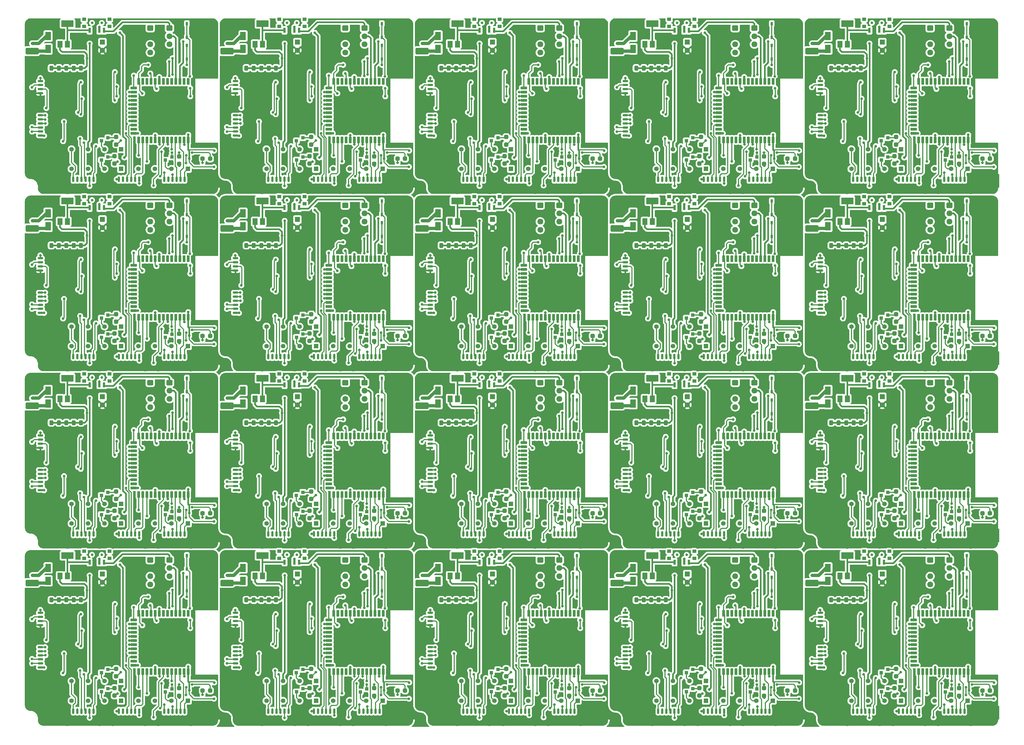
<source format=gbr>
%TF.GenerationSoftware,KiCad,Pcbnew,8.0.4*%
%TF.CreationDate,2024-11-04T15:19:48+09:00*%
%TF.ProjectId,L-SEAT V2.0,4c2d5345-4154-4205-9632-2e302e6b6963,rev?*%
%TF.SameCoordinates,Original*%
%TF.FileFunction,Copper,L2,Bot*%
%TF.FilePolarity,Positive*%
%FSLAX46Y46*%
G04 Gerber Fmt 4.6, Leading zero omitted, Abs format (unit mm)*
G04 Created by KiCad (PCBNEW 8.0.4) date 2024-11-04 15:19:48*
%MOMM*%
%LPD*%
G01*
G04 APERTURE LIST*
G04 Aperture macros list*
%AMRoundRect*
0 Rectangle with rounded corners*
0 $1 Rounding radius*
0 $2 $3 $4 $5 $6 $7 $8 $9 X,Y pos of 4 corners*
0 Add a 4 corners polygon primitive as box body*
4,1,4,$2,$3,$4,$5,$6,$7,$8,$9,$2,$3,0*
0 Add four circle primitives for the rounded corners*
1,1,$1+$1,$2,$3*
1,1,$1+$1,$4,$5*
1,1,$1+$1,$6,$7*
1,1,$1+$1,$8,$9*
0 Add four rect primitives between the rounded corners*
20,1,$1+$1,$2,$3,$4,$5,0*
20,1,$1+$1,$4,$5,$6,$7,0*
20,1,$1+$1,$6,$7,$8,$9,0*
20,1,$1+$1,$8,$9,$2,$3,0*%
G04 Aperture macros list end*
%TA.AperFunction,SMDPad,CuDef*%
%ADD10RoundRect,0.325000X-0.325000X0.325000X-0.325000X-0.325000X0.325000X-0.325000X0.325000X0.325000X0*%
%TD*%
%TA.AperFunction,SMDPad,CuDef*%
%ADD11RoundRect,0.325000X-0.325000X-0.325000X0.325000X-0.325000X0.325000X0.325000X-0.325000X0.325000X0*%
%TD*%
%TA.AperFunction,SMDPad,CuDef*%
%ADD12RoundRect,0.294118X1.705882X-0.705882X1.705882X0.705882X-1.705882X0.705882X-1.705882X-0.705882X0*%
%TD*%
%TA.AperFunction,SMDPad,CuDef*%
%ADD13RoundRect,0.312500X-0.312500X0.437500X-0.312500X-0.437500X0.312500X-0.437500X0.312500X0.437500X0*%
%TD*%
%TA.AperFunction,SMDPad,CuDef*%
%ADD14RoundRect,0.150000X0.700000X-0.150000X0.700000X0.150000X-0.700000X0.150000X-0.700000X-0.150000X0*%
%TD*%
%TA.AperFunction,SMDPad,CuDef*%
%ADD15RoundRect,0.250000X1.100000X-0.250000X1.100000X0.250000X-1.100000X0.250000X-1.100000X-0.250000X0*%
%TD*%
%TA.AperFunction,SMDPad,CuDef*%
%ADD16RoundRect,0.150000X0.150000X0.700000X-0.150000X0.700000X-0.150000X-0.700000X0.150000X-0.700000X0*%
%TD*%
%TA.AperFunction,SMDPad,CuDef*%
%ADD17RoundRect,0.250000X0.250000X1.100000X-0.250000X1.100000X-0.250000X-1.100000X0.250000X-1.100000X0*%
%TD*%
%TA.AperFunction,SMDPad,CuDef*%
%ADD18R,1.100000X1.000000*%
%TD*%
%TA.AperFunction,SMDPad,CuDef*%
%ADD19R,0.700000X1.100000*%
%TD*%
%TA.AperFunction,SMDPad,CuDef*%
%ADD20RoundRect,0.225000X0.225000X-0.775000X0.225000X0.775000X-0.225000X0.775000X-0.225000X-0.775000X0*%
%TD*%
%TA.AperFunction,SMDPad,CuDef*%
%ADD21RoundRect,0.225000X-0.775000X-0.225000X0.775000X-0.225000X0.775000X0.225000X-0.775000X0.225000X0*%
%TD*%
%TA.AperFunction,SMDPad,CuDef*%
%ADD22R,5.000000X5.000000*%
%TD*%
%TA.AperFunction,ComponentPad*%
%ADD23RoundRect,0.249900X-0.675100X0.600100X-0.675100X-0.600100X0.675100X-0.600100X0.675100X0.600100X0*%
%TD*%
%TA.AperFunction,ComponentPad*%
%ADD24O,1.850000X1.700000*%
%TD*%
%TA.AperFunction,SMDPad,CuDef*%
%ADD25R,1.500000X2.000000*%
%TD*%
%TA.AperFunction,SMDPad,CuDef*%
%ADD26R,3.800000X2.000000*%
%TD*%
%TA.AperFunction,SMDPad,CuDef*%
%ADD27R,1.800000X2.500000*%
%TD*%
%TA.AperFunction,ComponentPad*%
%ADD28R,1.400000X1.400000*%
%TD*%
%TA.AperFunction,ComponentPad*%
%ADD29C,1.400000*%
%TD*%
%TA.AperFunction,WasherPad*%
%ADD30C,0.800000*%
%TD*%
%TA.AperFunction,SMDPad,CuDef*%
%ADD31R,0.800000X1.600000*%
%TD*%
%TA.AperFunction,SMDPad,CuDef*%
%ADD32R,1.200000X1.000000*%
%TD*%
%TA.AperFunction,ComponentPad*%
%ADD33C,6.000000*%
%TD*%
%TA.AperFunction,ComponentPad*%
%ADD34R,1.600000X1.600000*%
%TD*%
%TA.AperFunction,ComponentPad*%
%ADD35C,1.600000*%
%TD*%
%TA.AperFunction,ViaPad*%
%ADD36C,0.800000*%
%TD*%
%TA.AperFunction,Conductor*%
%ADD37C,0.300000*%
%TD*%
%TA.AperFunction,Conductor*%
%ADD38C,1.000000*%
%TD*%
%TA.AperFunction,Conductor*%
%ADD39C,0.500000*%
%TD*%
G04 APERTURE END LIST*
D10*
%TO.P,R6,1*%
%TO.N,Net-(Q12-B)*%
X304262000Y-252058000D03*
%TO.P,R6,2*%
%TO.N,HEATER 1*%
X304262000Y-254358000D03*
%TD*%
D11*
%TO.P,R4,1*%
%TO.N,EN*%
X330845000Y-258740000D03*
%TO.P,R4,2*%
%TO.N,Net-(R4-Pad2)*%
X333145000Y-258740000D03*
%TD*%
D12*
%TO.P,J1,1,Pin_1*%
%TO.N,Net-(D1-A)*%
X278360000Y-225605000D03*
%TD*%
D13*
%TO.P,C7,1*%
%TO.N,GNDPWR*%
X293395000Y-228440000D03*
%TO.P,C7,2*%
%TO.N,+5V*%
X293395000Y-230840000D03*
%TD*%
D14*
%TO.P,J6,1,Pin_1*%
%TO.N,GNDPWR*%
X280940000Y-238550000D03*
%TO.P,J6,2,Pin_2*%
%TO.N,/M 2*%
X280940000Y-237300000D03*
%TO.P,J6,3,Pin_3*%
%TO.N,/M 1*%
X280940000Y-236050000D03*
%TO.P,J6,4,Pin_4*%
%TO.N,/SET*%
X280940000Y-234800000D03*
D15*
%TO.P,J6,MP,Pin_5*%
%TO.N,GNDPWR*%
X277740000Y-240400000D03*
X277740000Y-232950000D03*
%TD*%
D13*
%TO.P,C5,1*%
%TO.N,GNDPWR*%
X288895000Y-228440000D03*
%TO.P,C5,2*%
%TO.N,+5V*%
X288895000Y-230840000D03*
%TD*%
%TO.P,C6,1*%
%TO.N,GNDPWR*%
X291195000Y-228440000D03*
%TO.P,C6,2*%
%TO.N,+5V*%
X291195000Y-230840000D03*
%TD*%
D16*
%TO.P,J05,1,Pin_1*%
%TO.N,Net-(J05-Pin_1)*%
X311346000Y-265074000D03*
%TO.P,J05,2,Pin_2*%
%TO.N,H2-L1*%
X310096000Y-265074000D03*
%TO.P,J05,3,Pin_3*%
%TO.N,H2-L2*%
X308846000Y-265074000D03*
%TO.P,J05,4,Pin_4*%
%TO.N,H2-L3*%
X307596000Y-265074000D03*
%TO.P,J05,5,Pin_5*%
%TO.N,unconnected-(J05-Pin_5-Pad5)*%
X306346000Y-265074000D03*
%TO.P,J05,6,Pin_6*%
%TO.N,Net-(J05-Pin_6)*%
X305096000Y-265074000D03*
D17*
%TO.P,J05,MP,Pin_7*%
%TO.N,GNDPWR*%
X313196000Y-268274000D03*
X303246000Y-268274000D03*
%TD*%
D16*
%TO.P,J3,1,Pin_1*%
%TO.N,Net-(J3-Pin_1)*%
X297295000Y-265074000D03*
%TO.P,J3,2,Pin_2*%
%TO.N,H1-L1*%
X296045000Y-265074000D03*
%TO.P,J3,3,Pin_3*%
%TO.N,H1-L2*%
X294795000Y-265074000D03*
%TO.P,J3,4,Pin_4*%
%TO.N,H1-L3*%
X293545000Y-265074000D03*
%TO.P,J3,5,Pin_5*%
%TO.N,unconnected-(J3-Pin_5-Pad5)*%
X292295000Y-265074000D03*
%TO.P,J3,6,Pin_6*%
%TO.N,Net-(J3-Pin_6)*%
X291045000Y-265074000D03*
D17*
%TO.P,J3,MP,Pin_7*%
%TO.N,GNDPWR*%
X299145000Y-268274000D03*
X289195000Y-268274000D03*
%TD*%
D18*
%TO.P,Q13,1,B*%
%TO.N,Net-(Q13-B)*%
X301722000Y-258166000D03*
%TO.P,Q13,2,E*%
%TO.N,GNDPWR*%
X301722000Y-260066000D03*
%TO.P,Q13,3,C*%
%TO.N,Net-(Q13-C)*%
X299722000Y-259116000D03*
%TD*%
%TO.P,Q24,1,B*%
%TO.N,Net-(Q24-B)*%
X321380000Y-258220000D03*
%TO.P,Q24,2,E*%
%TO.N,GNDPWR*%
X321380000Y-260120000D03*
%TO.P,Q24,3,C*%
%TO.N,Net-(Q24-C)*%
X319380000Y-259170000D03*
%TD*%
D19*
%TO.P,SW3,1,1*%
%TO.N,GNDPWR*%
X323795000Y-217140000D03*
X323795000Y-221340000D03*
%TO.P,SW3,2,2*%
%TO.N,Net-(R4-Pad2)*%
X325995000Y-217140000D03*
X325995000Y-221340000D03*
%TD*%
D14*
%TO.P,J8,1,Pin_1*%
%TO.N,Net-(J8-Pin_1)*%
X280940000Y-251615000D03*
%TO.P,J8,2,Pin_2*%
%TO.N,Net-(J8-Pin_2)*%
X280940000Y-250365000D03*
%TO.P,J8,3,Pin_3*%
%TO.N,Net-(J8-Pin_3)*%
X280940000Y-249115000D03*
%TO.P,J8,4,Pin_4*%
%TO.N,Net-(J8-Pin_4)*%
X280940000Y-247865000D03*
%TO.P,J8,5,Pin_5*%
%TO.N,Net-(J8-Pin_5)*%
X280940000Y-246615000D03*
%TO.P,J8,6,Pin_6*%
%TO.N,Net-(J8-Pin_6)*%
X280940000Y-245365000D03*
D15*
%TO.P,J8,MP,Pin_7*%
%TO.N,GNDPWR*%
X277740000Y-253465000D03*
X277740000Y-243515000D03*
%TD*%
D20*
%TO.P,U2,1,GND*%
%TO.N,GNDPWR*%
X327710000Y-252940000D03*
%TO.P,U2,2,3V3*%
%TO.N,3V3*%
X326440000Y-252940000D03*
%TO.P,U2,3,EN*%
%TO.N,EN*%
X325170000Y-252940000D03*
%TO.P,U2,4,IO_4*%
%TO.N,H3-L1*%
X323900000Y-252940000D03*
%TO.P,U2,5,IO_5*%
%TO.N,H3-L2*%
X322630000Y-252940000D03*
%TO.P,U2,6,IO_6*%
%TO.N,H3-L3*%
X321360000Y-252940000D03*
%TO.P,U2,7,IO_7*%
%TO.N,HEATER 1*%
X320090000Y-252940000D03*
%TO.P,U2,8,IO_15*%
%TO.N,H1-L1*%
X318820000Y-252940000D03*
%TO.P,U2,9,IO_16*%
%TO.N,H1-L2*%
X317550000Y-252940000D03*
%TO.P,U2,10,IO_17*%
%TO.N,H1-L3*%
X316280000Y-252940000D03*
%TO.P,U2,11,IO_18*%
%TO.N,unconnected-(U2-IO_18-Pad11)*%
X315010000Y-252940000D03*
%TO.P,U2,12,IO_8*%
%TO.N,HEATER 2*%
X313740000Y-252940000D03*
%TO.P,U2,13,IO_19*%
%TO.N,H2-L1*%
X312470000Y-252940000D03*
%TO.P,U2,14,IO_20*%
%TO.N,HEATER 3*%
X311200000Y-252940000D03*
D21*
%TO.P,U2,15,IO_3*%
%TO.N,H2-L3*%
X309680000Y-250930000D03*
%TO.P,U2,16,IO_46*%
%TO.N,unconnected-(U2-IO_46-Pad16)*%
X309680000Y-249655000D03*
%TO.P,U2,17,IO_09*%
%TO.N,H2-L2*%
X309680000Y-248380000D03*
%TO.P,U2,18,IO_10*%
%TO.N,SW 6*%
X309680000Y-247110000D03*
%TO.P,U2,19,IO_11*%
%TO.N,SW 5*%
X309680000Y-245840000D03*
%TO.P,U2,20,IO_12*%
%TO.N,SW 4*%
X309680000Y-244580000D03*
%TO.P,U2,21,IO_13*%
%TO.N,SW 3*%
X309680000Y-243310000D03*
%TO.P,U2,22,IO_14*%
%TO.N,H-M2*%
X309680000Y-242040000D03*
%TO.P,U2,23,IO_21*%
%TO.N,H-SET*%
X309680000Y-240770000D03*
%TO.P,U2,24,IO_47*%
%TO.N,H-M1*%
X309680000Y-239495000D03*
%TO.P,U2,25,IO_48*%
%TO.N,SW 2*%
X309680000Y-238230000D03*
%TO.P,U2,26,IO_45*%
%TO.N,SW 1*%
X309680000Y-236960000D03*
D20*
%TO.P,U2,27,IO_0*%
%TO.N,BOOT*%
X311190000Y-234950000D03*
%TO.P,U2,28,IO_35*%
%TO.N,unconnected-(U2-IO_35-Pad28)*%
X312460000Y-234950000D03*
%TO.P,U2,29,IO_36*%
%TO.N,unconnected-(U2-IO_36-Pad29)*%
X313730000Y-234950000D03*
%TO.P,U2,30,IO_37*%
%TO.N,RO*%
X315000000Y-234950000D03*
%TO.P,U2,31,IO_38*%
%TO.N,DI*%
X316270000Y-234950000D03*
%TO.P,U2,32,TCK/IO_39*%
%TO.N,ENABLE*%
X317540000Y-234950000D03*
%TO.P,U2,33,TDO/IO_40*%
%TO.N,unconnected-(U2-TDO{slash}IO_40-Pad33)*%
X318810000Y-234950000D03*
%TO.P,U2,34,TDI/IO_41*%
%TO.N,unconnected-(U2-TDI{slash}IO_41-Pad34)*%
X320080000Y-234950000D03*
%TO.P,U2,35,TMS/IO_42*%
%TO.N,SDA*%
X321350000Y-234950000D03*
%TO.P,U2,36,RxD0*%
%TO.N,RxD0*%
X322620000Y-234950000D03*
%TO.P,U2,37,TxD0*%
%TO.N,TxD0*%
X323890000Y-234950000D03*
%TO.P,U2,38,IO_2*%
%TO.N,SCL*%
X325160000Y-234950000D03*
%TO.P,U2,39,IO_1*%
%TO.N,unconnected-(U2-IO_1-Pad39)*%
X326430000Y-234950000D03*
%TO.P,U2,40,GND*%
%TO.N,GNDPWR*%
X327700000Y-234950000D03*
D22*
%TO.P,U2,41,GND*%
X320195000Y-244940000D03*
%TD*%
D10*
%TO.P,R62,1*%
%TO.N,Net-(Q24-B)*%
X323650000Y-258010000D03*
%TO.P,R62,2*%
%TO.N,HEATER 3*%
X323650000Y-260310000D03*
%TD*%
D19*
%TO.P,SW6,1,1*%
%TO.N,GNDPWR*%
X323795000Y-223840000D03*
X323795000Y-228040000D03*
%TO.P,SW6,2,2*%
%TO.N,BOOT*%
X325995000Y-223840000D03*
X325995000Y-228040000D03*
%TD*%
D12*
%TO.P,J2,1,Pin_1*%
%TO.N,GNDPWR*%
X278360000Y-220520000D03*
%TD*%
D23*
%TO.P,J4,1,Pin_1*%
%TO.N,Net-(J4-Pin_1)*%
X320660000Y-218500000D03*
D24*
%TO.P,J4,2,Pin_2*%
%TO.N,RxD0*%
X320660000Y-221000000D03*
%TO.P,J4,3,Pin_3*%
%TO.N,TxD0*%
X320660000Y-223500000D03*
%TO.P,J4,4,Pin_4*%
%TO.N,GNDPWR*%
X320660000Y-226000000D03*
%TD*%
D13*
%TO.P,C2,1*%
%TO.N,GNDPWR*%
X284295000Y-228440000D03*
%TO.P,C2,2*%
%TO.N,+5V*%
X284295000Y-230840000D03*
%TD*%
D10*
%TO.P,R7,1*%
%TO.N,Net-(Q13-B)*%
X303754000Y-257966000D03*
%TO.P,R7,2*%
%TO.N,HEATER 2*%
X303754000Y-260266000D03*
%TD*%
D18*
%TO.P,Q12,1,B*%
%TO.N,Net-(Q12-B)*%
X301706000Y-252258000D03*
%TO.P,Q12,2,E*%
%TO.N,GNDPWR*%
X301706000Y-254158000D03*
%TO.P,Q12,3,C*%
%TO.N,Net-(Q12-C)*%
X299706000Y-253208000D03*
%TD*%
D25*
%TO.P,U1,1,GND*%
%TO.N,GNDPWR*%
X291570000Y-223470000D03*
%TO.P,U1,2,VO*%
%TO.N,Net-(SW1-A)*%
X289270000Y-223470000D03*
%TO.P,U1,3,VI*%
%TO.N,+5V*%
X286970000Y-223470000D03*
D26*
%TO.P,U1,4*%
%TO.N,Net-(SW1-A)*%
X289270000Y-217170000D03*
%TD*%
D13*
%TO.P,C4,1*%
%TO.N,GNDPWR*%
X286595000Y-228440000D03*
%TO.P,C4,2*%
%TO.N,+5V*%
X286595000Y-230840000D03*
%TD*%
D27*
%TO.P,D1,1,A*%
%TO.N,Net-(D1-A)*%
X283290000Y-224940000D03*
%TO.P,D1,2,K*%
%TO.N,Net-(D1-K)*%
X283290000Y-220940000D03*
%TD*%
D23*
%TO.P,J11,1,Pin_1*%
%TO.N,+5V*%
X314745000Y-218520000D03*
D24*
%TO.P,J11,2,Pin_2*%
%TO.N,GNDPWR*%
X314745000Y-221020000D03*
%TO.P,J11,3,Pin_3*%
%TO.N,/485-B*%
X314745000Y-223520000D03*
%TO.P,J11,4,Pin_4*%
%TO.N,/485-A*%
X314745000Y-226020000D03*
%TD*%
D16*
%TO.P,J20,1,Pin_1*%
%TO.N,Net-(J20-Pin_1)*%
X325316000Y-265074000D03*
%TO.P,J20,2,Pin_2*%
%TO.N,H3-L1*%
X324066000Y-265074000D03*
%TO.P,J20,3,Pin_3*%
%TO.N,H3-L2*%
X322816000Y-265074000D03*
%TO.P,J20,4,Pin_4*%
%TO.N,H3-L3*%
X321566000Y-265074000D03*
%TO.P,J20,5,Pin_5*%
%TO.N,unconnected-(J20-Pin_5-Pad5)*%
X320316000Y-265074000D03*
%TO.P,J20,6,Pin_6*%
%TO.N,Net-(J20-Pin_6)*%
X319066000Y-265074000D03*
D17*
%TO.P,J20,MP,Pin_7*%
%TO.N,GNDPWR*%
X327166000Y-268274000D03*
X317216000Y-268274000D03*
%TD*%
D28*
%TO.P,K1,1*%
%TO.N,Net-(J3-Pin_1)*%
X305732500Y-255817500D03*
D29*
%TO.P,K1,3*%
%TO.N,Net-(Q12-C)*%
X300652500Y-255817500D03*
%TO.P,K1,5*%
%TO.N,Net-(D1-K)*%
X295572500Y-255817500D03*
%TO.P,K1,7*%
%TO.N,Net-(J3-Pin_6)*%
X290492500Y-255817500D03*
%TD*%
D30*
%TO.P,SW1,*%
%TO.N,*%
X299820000Y-216900000D03*
X296820000Y-216900000D03*
D31*
%TO.P,SW1,1,A*%
%TO.N,Net-(SW1-A)*%
X296070000Y-219200000D03*
%TO.P,SW1,2,B*%
%TO.N,3V3*%
X299070000Y-219200000D03*
%TO.P,SW1,3,C*%
%TO.N,Net-(J4-Pin_1)*%
X300520000Y-219200000D03*
D32*
%TO.P,SW1,4*%
%TO.N,N/C*%
X302220000Y-215800000D03*
X294420000Y-215800000D03*
X302220000Y-218000000D03*
X294420000Y-218000000D03*
%TD*%
D33*
%TO.P,H1,1,1*%
%TO.N,GNDPWR*%
X331695000Y-219440000D03*
%TD*%
%TO.P,H2,1,1*%
%TO.N,GNDPWR*%
X281395000Y-261440000D03*
%TD*%
D28*
%TO.P,K6,1*%
%TO.N,Net-(J20-Pin_1)*%
X326290000Y-261870000D03*
D29*
%TO.P,K6,3*%
%TO.N,Net-(Q24-C)*%
X321210000Y-261870000D03*
%TO.P,K6,5*%
%TO.N,Net-(D1-K)*%
X316130000Y-261870000D03*
%TO.P,K6,7*%
%TO.N,Net-(J20-Pin_6)*%
X311050000Y-261870000D03*
%TD*%
D28*
%TO.P,K2,1*%
%TO.N,Net-(J05-Pin_1)*%
X305732500Y-261877500D03*
D29*
%TO.P,K2,3*%
%TO.N,Net-(Q13-C)*%
X300652500Y-261877500D03*
%TO.P,K2,5*%
%TO.N,Net-(D1-K)*%
X295572500Y-261877500D03*
%TO.P,K2,7*%
%TO.N,Net-(J05-Pin_6)*%
X290492500Y-261877500D03*
%TD*%
D34*
%TO.P,C8,1*%
%TO.N,Net-(D1-K)*%
X300010000Y-222850000D03*
D35*
%TO.P,C8,2*%
%TO.N,GNDPWR*%
X300010000Y-225350000D03*
%TD*%
D10*
%TO.P,R6,1*%
%TO.N,Net-(Q12-B)*%
X244262000Y-252058000D03*
%TO.P,R6,2*%
%TO.N,HEATER 1*%
X244262000Y-254358000D03*
%TD*%
D11*
%TO.P,R4,1*%
%TO.N,EN*%
X270845000Y-258740000D03*
%TO.P,R4,2*%
%TO.N,Net-(R4-Pad2)*%
X273145000Y-258740000D03*
%TD*%
D12*
%TO.P,J1,1,Pin_1*%
%TO.N,Net-(D1-A)*%
X218360000Y-225605000D03*
%TD*%
D13*
%TO.P,C7,1*%
%TO.N,GNDPWR*%
X233395000Y-228440000D03*
%TO.P,C7,2*%
%TO.N,+5V*%
X233395000Y-230840000D03*
%TD*%
D14*
%TO.P,J6,1,Pin_1*%
%TO.N,GNDPWR*%
X220940000Y-238550000D03*
%TO.P,J6,2,Pin_2*%
%TO.N,/M 2*%
X220940000Y-237300000D03*
%TO.P,J6,3,Pin_3*%
%TO.N,/M 1*%
X220940000Y-236050000D03*
%TO.P,J6,4,Pin_4*%
%TO.N,/SET*%
X220940000Y-234800000D03*
D15*
%TO.P,J6,MP,Pin_5*%
%TO.N,GNDPWR*%
X217740000Y-240400000D03*
X217740000Y-232950000D03*
%TD*%
D13*
%TO.P,C5,1*%
%TO.N,GNDPWR*%
X228895000Y-228440000D03*
%TO.P,C5,2*%
%TO.N,+5V*%
X228895000Y-230840000D03*
%TD*%
%TO.P,C6,1*%
%TO.N,GNDPWR*%
X231195000Y-228440000D03*
%TO.P,C6,2*%
%TO.N,+5V*%
X231195000Y-230840000D03*
%TD*%
D16*
%TO.P,J05,1,Pin_1*%
%TO.N,Net-(J05-Pin_1)*%
X251346000Y-265074000D03*
%TO.P,J05,2,Pin_2*%
%TO.N,H2-L1*%
X250096000Y-265074000D03*
%TO.P,J05,3,Pin_3*%
%TO.N,H2-L2*%
X248846000Y-265074000D03*
%TO.P,J05,4,Pin_4*%
%TO.N,H2-L3*%
X247596000Y-265074000D03*
%TO.P,J05,5,Pin_5*%
%TO.N,unconnected-(J05-Pin_5-Pad5)*%
X246346000Y-265074000D03*
%TO.P,J05,6,Pin_6*%
%TO.N,Net-(J05-Pin_6)*%
X245096000Y-265074000D03*
D17*
%TO.P,J05,MP,Pin_7*%
%TO.N,GNDPWR*%
X253196000Y-268274000D03*
X243246000Y-268274000D03*
%TD*%
D16*
%TO.P,J3,1,Pin_1*%
%TO.N,Net-(J3-Pin_1)*%
X237295000Y-265074000D03*
%TO.P,J3,2,Pin_2*%
%TO.N,H1-L1*%
X236045000Y-265074000D03*
%TO.P,J3,3,Pin_3*%
%TO.N,H1-L2*%
X234795000Y-265074000D03*
%TO.P,J3,4,Pin_4*%
%TO.N,H1-L3*%
X233545000Y-265074000D03*
%TO.P,J3,5,Pin_5*%
%TO.N,unconnected-(J3-Pin_5-Pad5)*%
X232295000Y-265074000D03*
%TO.P,J3,6,Pin_6*%
%TO.N,Net-(J3-Pin_6)*%
X231045000Y-265074000D03*
D17*
%TO.P,J3,MP,Pin_7*%
%TO.N,GNDPWR*%
X239145000Y-268274000D03*
X229195000Y-268274000D03*
%TD*%
D18*
%TO.P,Q13,1,B*%
%TO.N,Net-(Q13-B)*%
X241722000Y-258166000D03*
%TO.P,Q13,2,E*%
%TO.N,GNDPWR*%
X241722000Y-260066000D03*
%TO.P,Q13,3,C*%
%TO.N,Net-(Q13-C)*%
X239722000Y-259116000D03*
%TD*%
%TO.P,Q24,1,B*%
%TO.N,Net-(Q24-B)*%
X261380000Y-258220000D03*
%TO.P,Q24,2,E*%
%TO.N,GNDPWR*%
X261380000Y-260120000D03*
%TO.P,Q24,3,C*%
%TO.N,Net-(Q24-C)*%
X259380000Y-259170000D03*
%TD*%
D19*
%TO.P,SW3,1,1*%
%TO.N,GNDPWR*%
X263795000Y-217140000D03*
X263795000Y-221340000D03*
%TO.P,SW3,2,2*%
%TO.N,Net-(R4-Pad2)*%
X265995000Y-217140000D03*
X265995000Y-221340000D03*
%TD*%
D14*
%TO.P,J8,1,Pin_1*%
%TO.N,Net-(J8-Pin_1)*%
X220940000Y-251615000D03*
%TO.P,J8,2,Pin_2*%
%TO.N,Net-(J8-Pin_2)*%
X220940000Y-250365000D03*
%TO.P,J8,3,Pin_3*%
%TO.N,Net-(J8-Pin_3)*%
X220940000Y-249115000D03*
%TO.P,J8,4,Pin_4*%
%TO.N,Net-(J8-Pin_4)*%
X220940000Y-247865000D03*
%TO.P,J8,5,Pin_5*%
%TO.N,Net-(J8-Pin_5)*%
X220940000Y-246615000D03*
%TO.P,J8,6,Pin_6*%
%TO.N,Net-(J8-Pin_6)*%
X220940000Y-245365000D03*
D15*
%TO.P,J8,MP,Pin_7*%
%TO.N,GNDPWR*%
X217740000Y-253465000D03*
X217740000Y-243515000D03*
%TD*%
D20*
%TO.P,U2,1,GND*%
%TO.N,GNDPWR*%
X267710000Y-252940000D03*
%TO.P,U2,2,3V3*%
%TO.N,3V3*%
X266440000Y-252940000D03*
%TO.P,U2,3,EN*%
%TO.N,EN*%
X265170000Y-252940000D03*
%TO.P,U2,4,IO_4*%
%TO.N,H3-L1*%
X263900000Y-252940000D03*
%TO.P,U2,5,IO_5*%
%TO.N,H3-L2*%
X262630000Y-252940000D03*
%TO.P,U2,6,IO_6*%
%TO.N,H3-L3*%
X261360000Y-252940000D03*
%TO.P,U2,7,IO_7*%
%TO.N,HEATER 1*%
X260090000Y-252940000D03*
%TO.P,U2,8,IO_15*%
%TO.N,H1-L1*%
X258820000Y-252940000D03*
%TO.P,U2,9,IO_16*%
%TO.N,H1-L2*%
X257550000Y-252940000D03*
%TO.P,U2,10,IO_17*%
%TO.N,H1-L3*%
X256280000Y-252940000D03*
%TO.P,U2,11,IO_18*%
%TO.N,unconnected-(U2-IO_18-Pad11)*%
X255010000Y-252940000D03*
%TO.P,U2,12,IO_8*%
%TO.N,HEATER 2*%
X253740000Y-252940000D03*
%TO.P,U2,13,IO_19*%
%TO.N,H2-L1*%
X252470000Y-252940000D03*
%TO.P,U2,14,IO_20*%
%TO.N,HEATER 3*%
X251200000Y-252940000D03*
D21*
%TO.P,U2,15,IO_3*%
%TO.N,H2-L3*%
X249680000Y-250930000D03*
%TO.P,U2,16,IO_46*%
%TO.N,unconnected-(U2-IO_46-Pad16)*%
X249680000Y-249655000D03*
%TO.P,U2,17,IO_09*%
%TO.N,H2-L2*%
X249680000Y-248380000D03*
%TO.P,U2,18,IO_10*%
%TO.N,SW 6*%
X249680000Y-247110000D03*
%TO.P,U2,19,IO_11*%
%TO.N,SW 5*%
X249680000Y-245840000D03*
%TO.P,U2,20,IO_12*%
%TO.N,SW 4*%
X249680000Y-244580000D03*
%TO.P,U2,21,IO_13*%
%TO.N,SW 3*%
X249680000Y-243310000D03*
%TO.P,U2,22,IO_14*%
%TO.N,H-M2*%
X249680000Y-242040000D03*
%TO.P,U2,23,IO_21*%
%TO.N,H-SET*%
X249680000Y-240770000D03*
%TO.P,U2,24,IO_47*%
%TO.N,H-M1*%
X249680000Y-239495000D03*
%TO.P,U2,25,IO_48*%
%TO.N,SW 2*%
X249680000Y-238230000D03*
%TO.P,U2,26,IO_45*%
%TO.N,SW 1*%
X249680000Y-236960000D03*
D20*
%TO.P,U2,27,IO_0*%
%TO.N,BOOT*%
X251190000Y-234950000D03*
%TO.P,U2,28,IO_35*%
%TO.N,unconnected-(U2-IO_35-Pad28)*%
X252460000Y-234950000D03*
%TO.P,U2,29,IO_36*%
%TO.N,unconnected-(U2-IO_36-Pad29)*%
X253730000Y-234950000D03*
%TO.P,U2,30,IO_37*%
%TO.N,RO*%
X255000000Y-234950000D03*
%TO.P,U2,31,IO_38*%
%TO.N,DI*%
X256270000Y-234950000D03*
%TO.P,U2,32,TCK/IO_39*%
%TO.N,ENABLE*%
X257540000Y-234950000D03*
%TO.P,U2,33,TDO/IO_40*%
%TO.N,unconnected-(U2-TDO{slash}IO_40-Pad33)*%
X258810000Y-234950000D03*
%TO.P,U2,34,TDI/IO_41*%
%TO.N,unconnected-(U2-TDI{slash}IO_41-Pad34)*%
X260080000Y-234950000D03*
%TO.P,U2,35,TMS/IO_42*%
%TO.N,SDA*%
X261350000Y-234950000D03*
%TO.P,U2,36,RxD0*%
%TO.N,RxD0*%
X262620000Y-234950000D03*
%TO.P,U2,37,TxD0*%
%TO.N,TxD0*%
X263890000Y-234950000D03*
%TO.P,U2,38,IO_2*%
%TO.N,SCL*%
X265160000Y-234950000D03*
%TO.P,U2,39,IO_1*%
%TO.N,unconnected-(U2-IO_1-Pad39)*%
X266430000Y-234950000D03*
%TO.P,U2,40,GND*%
%TO.N,GNDPWR*%
X267700000Y-234950000D03*
D22*
%TO.P,U2,41,GND*%
X260195000Y-244940000D03*
%TD*%
D10*
%TO.P,R62,1*%
%TO.N,Net-(Q24-B)*%
X263650000Y-258010000D03*
%TO.P,R62,2*%
%TO.N,HEATER 3*%
X263650000Y-260310000D03*
%TD*%
D19*
%TO.P,SW6,1,1*%
%TO.N,GNDPWR*%
X263795000Y-223840000D03*
X263795000Y-228040000D03*
%TO.P,SW6,2,2*%
%TO.N,BOOT*%
X265995000Y-223840000D03*
X265995000Y-228040000D03*
%TD*%
D12*
%TO.P,J2,1,Pin_1*%
%TO.N,GNDPWR*%
X218360000Y-220520000D03*
%TD*%
D23*
%TO.P,J4,1,Pin_1*%
%TO.N,Net-(J4-Pin_1)*%
X260660000Y-218500000D03*
D24*
%TO.P,J4,2,Pin_2*%
%TO.N,RxD0*%
X260660000Y-221000000D03*
%TO.P,J4,3,Pin_3*%
%TO.N,TxD0*%
X260660000Y-223500000D03*
%TO.P,J4,4,Pin_4*%
%TO.N,GNDPWR*%
X260660000Y-226000000D03*
%TD*%
D13*
%TO.P,C2,1*%
%TO.N,GNDPWR*%
X224295000Y-228440000D03*
%TO.P,C2,2*%
%TO.N,+5V*%
X224295000Y-230840000D03*
%TD*%
D10*
%TO.P,R7,1*%
%TO.N,Net-(Q13-B)*%
X243754000Y-257966000D03*
%TO.P,R7,2*%
%TO.N,HEATER 2*%
X243754000Y-260266000D03*
%TD*%
D18*
%TO.P,Q12,1,B*%
%TO.N,Net-(Q12-B)*%
X241706000Y-252258000D03*
%TO.P,Q12,2,E*%
%TO.N,GNDPWR*%
X241706000Y-254158000D03*
%TO.P,Q12,3,C*%
%TO.N,Net-(Q12-C)*%
X239706000Y-253208000D03*
%TD*%
D25*
%TO.P,U1,1,GND*%
%TO.N,GNDPWR*%
X231570000Y-223470000D03*
%TO.P,U1,2,VO*%
%TO.N,Net-(SW1-A)*%
X229270000Y-223470000D03*
%TO.P,U1,3,VI*%
%TO.N,+5V*%
X226970000Y-223470000D03*
D26*
%TO.P,U1,4*%
%TO.N,Net-(SW1-A)*%
X229270000Y-217170000D03*
%TD*%
D13*
%TO.P,C4,1*%
%TO.N,GNDPWR*%
X226595000Y-228440000D03*
%TO.P,C4,2*%
%TO.N,+5V*%
X226595000Y-230840000D03*
%TD*%
D27*
%TO.P,D1,1,A*%
%TO.N,Net-(D1-A)*%
X223290000Y-224940000D03*
%TO.P,D1,2,K*%
%TO.N,Net-(D1-K)*%
X223290000Y-220940000D03*
%TD*%
D23*
%TO.P,J11,1,Pin_1*%
%TO.N,+5V*%
X254745000Y-218520000D03*
D24*
%TO.P,J11,2,Pin_2*%
%TO.N,GNDPWR*%
X254745000Y-221020000D03*
%TO.P,J11,3,Pin_3*%
%TO.N,/485-B*%
X254745000Y-223520000D03*
%TO.P,J11,4,Pin_4*%
%TO.N,/485-A*%
X254745000Y-226020000D03*
%TD*%
D16*
%TO.P,J20,1,Pin_1*%
%TO.N,Net-(J20-Pin_1)*%
X265316000Y-265074000D03*
%TO.P,J20,2,Pin_2*%
%TO.N,H3-L1*%
X264066000Y-265074000D03*
%TO.P,J20,3,Pin_3*%
%TO.N,H3-L2*%
X262816000Y-265074000D03*
%TO.P,J20,4,Pin_4*%
%TO.N,H3-L3*%
X261566000Y-265074000D03*
%TO.P,J20,5,Pin_5*%
%TO.N,unconnected-(J20-Pin_5-Pad5)*%
X260316000Y-265074000D03*
%TO.P,J20,6,Pin_6*%
%TO.N,Net-(J20-Pin_6)*%
X259066000Y-265074000D03*
D17*
%TO.P,J20,MP,Pin_7*%
%TO.N,GNDPWR*%
X267166000Y-268274000D03*
X257216000Y-268274000D03*
%TD*%
D28*
%TO.P,K1,1*%
%TO.N,Net-(J3-Pin_1)*%
X245732500Y-255817500D03*
D29*
%TO.P,K1,3*%
%TO.N,Net-(Q12-C)*%
X240652500Y-255817500D03*
%TO.P,K1,5*%
%TO.N,Net-(D1-K)*%
X235572500Y-255817500D03*
%TO.P,K1,7*%
%TO.N,Net-(J3-Pin_6)*%
X230492500Y-255817500D03*
%TD*%
D30*
%TO.P,SW1,*%
%TO.N,*%
X239820000Y-216900000D03*
X236820000Y-216900000D03*
D31*
%TO.P,SW1,1,A*%
%TO.N,Net-(SW1-A)*%
X236070000Y-219200000D03*
%TO.P,SW1,2,B*%
%TO.N,3V3*%
X239070000Y-219200000D03*
%TO.P,SW1,3,C*%
%TO.N,Net-(J4-Pin_1)*%
X240520000Y-219200000D03*
D32*
%TO.P,SW1,4*%
%TO.N,N/C*%
X242220000Y-215800000D03*
X234420000Y-215800000D03*
X242220000Y-218000000D03*
X234420000Y-218000000D03*
%TD*%
D33*
%TO.P,H1,1,1*%
%TO.N,GNDPWR*%
X271695000Y-219440000D03*
%TD*%
%TO.P,H2,1,1*%
%TO.N,GNDPWR*%
X221395000Y-261440000D03*
%TD*%
D28*
%TO.P,K6,1*%
%TO.N,Net-(J20-Pin_1)*%
X266290000Y-261870000D03*
D29*
%TO.P,K6,3*%
%TO.N,Net-(Q24-C)*%
X261210000Y-261870000D03*
%TO.P,K6,5*%
%TO.N,Net-(D1-K)*%
X256130000Y-261870000D03*
%TO.P,K6,7*%
%TO.N,Net-(J20-Pin_6)*%
X251050000Y-261870000D03*
%TD*%
D28*
%TO.P,K2,1*%
%TO.N,Net-(J05-Pin_1)*%
X245732500Y-261877500D03*
D29*
%TO.P,K2,3*%
%TO.N,Net-(Q13-C)*%
X240652500Y-261877500D03*
%TO.P,K2,5*%
%TO.N,Net-(D1-K)*%
X235572500Y-261877500D03*
%TO.P,K2,7*%
%TO.N,Net-(J05-Pin_6)*%
X230492500Y-261877500D03*
%TD*%
D34*
%TO.P,C8,1*%
%TO.N,Net-(D1-K)*%
X240010000Y-222850000D03*
D35*
%TO.P,C8,2*%
%TO.N,GNDPWR*%
X240010000Y-225350000D03*
%TD*%
D10*
%TO.P,R6,1*%
%TO.N,Net-(Q12-B)*%
X184262000Y-252058000D03*
%TO.P,R6,2*%
%TO.N,HEATER 1*%
X184262000Y-254358000D03*
%TD*%
D11*
%TO.P,R4,1*%
%TO.N,EN*%
X210845000Y-258740000D03*
%TO.P,R4,2*%
%TO.N,Net-(R4-Pad2)*%
X213145000Y-258740000D03*
%TD*%
D12*
%TO.P,J1,1,Pin_1*%
%TO.N,Net-(D1-A)*%
X158360000Y-225605000D03*
%TD*%
D13*
%TO.P,C7,1*%
%TO.N,GNDPWR*%
X173395000Y-228440000D03*
%TO.P,C7,2*%
%TO.N,+5V*%
X173395000Y-230840000D03*
%TD*%
D14*
%TO.P,J6,1,Pin_1*%
%TO.N,GNDPWR*%
X160940000Y-238550000D03*
%TO.P,J6,2,Pin_2*%
%TO.N,/M 2*%
X160940000Y-237300000D03*
%TO.P,J6,3,Pin_3*%
%TO.N,/M 1*%
X160940000Y-236050000D03*
%TO.P,J6,4,Pin_4*%
%TO.N,/SET*%
X160940000Y-234800000D03*
D15*
%TO.P,J6,MP,Pin_5*%
%TO.N,GNDPWR*%
X157740000Y-240400000D03*
X157740000Y-232950000D03*
%TD*%
D13*
%TO.P,C5,1*%
%TO.N,GNDPWR*%
X168895000Y-228440000D03*
%TO.P,C5,2*%
%TO.N,+5V*%
X168895000Y-230840000D03*
%TD*%
%TO.P,C6,1*%
%TO.N,GNDPWR*%
X171195000Y-228440000D03*
%TO.P,C6,2*%
%TO.N,+5V*%
X171195000Y-230840000D03*
%TD*%
D16*
%TO.P,J05,1,Pin_1*%
%TO.N,Net-(J05-Pin_1)*%
X191346000Y-265074000D03*
%TO.P,J05,2,Pin_2*%
%TO.N,H2-L1*%
X190096000Y-265074000D03*
%TO.P,J05,3,Pin_3*%
%TO.N,H2-L2*%
X188846000Y-265074000D03*
%TO.P,J05,4,Pin_4*%
%TO.N,H2-L3*%
X187596000Y-265074000D03*
%TO.P,J05,5,Pin_5*%
%TO.N,unconnected-(J05-Pin_5-Pad5)*%
X186346000Y-265074000D03*
%TO.P,J05,6,Pin_6*%
%TO.N,Net-(J05-Pin_6)*%
X185096000Y-265074000D03*
D17*
%TO.P,J05,MP,Pin_7*%
%TO.N,GNDPWR*%
X193196000Y-268274000D03*
X183246000Y-268274000D03*
%TD*%
D16*
%TO.P,J3,1,Pin_1*%
%TO.N,Net-(J3-Pin_1)*%
X177295000Y-265074000D03*
%TO.P,J3,2,Pin_2*%
%TO.N,H1-L1*%
X176045000Y-265074000D03*
%TO.P,J3,3,Pin_3*%
%TO.N,H1-L2*%
X174795000Y-265074000D03*
%TO.P,J3,4,Pin_4*%
%TO.N,H1-L3*%
X173545000Y-265074000D03*
%TO.P,J3,5,Pin_5*%
%TO.N,unconnected-(J3-Pin_5-Pad5)*%
X172295000Y-265074000D03*
%TO.P,J3,6,Pin_6*%
%TO.N,Net-(J3-Pin_6)*%
X171045000Y-265074000D03*
D17*
%TO.P,J3,MP,Pin_7*%
%TO.N,GNDPWR*%
X179145000Y-268274000D03*
X169195000Y-268274000D03*
%TD*%
D18*
%TO.P,Q13,1,B*%
%TO.N,Net-(Q13-B)*%
X181722000Y-258166000D03*
%TO.P,Q13,2,E*%
%TO.N,GNDPWR*%
X181722000Y-260066000D03*
%TO.P,Q13,3,C*%
%TO.N,Net-(Q13-C)*%
X179722000Y-259116000D03*
%TD*%
%TO.P,Q24,1,B*%
%TO.N,Net-(Q24-B)*%
X201380000Y-258220000D03*
%TO.P,Q24,2,E*%
%TO.N,GNDPWR*%
X201380000Y-260120000D03*
%TO.P,Q24,3,C*%
%TO.N,Net-(Q24-C)*%
X199380000Y-259170000D03*
%TD*%
D19*
%TO.P,SW3,1,1*%
%TO.N,GNDPWR*%
X203795000Y-217140000D03*
X203795000Y-221340000D03*
%TO.P,SW3,2,2*%
%TO.N,Net-(R4-Pad2)*%
X205995000Y-217140000D03*
X205995000Y-221340000D03*
%TD*%
D14*
%TO.P,J8,1,Pin_1*%
%TO.N,Net-(J8-Pin_1)*%
X160940000Y-251615000D03*
%TO.P,J8,2,Pin_2*%
%TO.N,Net-(J8-Pin_2)*%
X160940000Y-250365000D03*
%TO.P,J8,3,Pin_3*%
%TO.N,Net-(J8-Pin_3)*%
X160940000Y-249115000D03*
%TO.P,J8,4,Pin_4*%
%TO.N,Net-(J8-Pin_4)*%
X160940000Y-247865000D03*
%TO.P,J8,5,Pin_5*%
%TO.N,Net-(J8-Pin_5)*%
X160940000Y-246615000D03*
%TO.P,J8,6,Pin_6*%
%TO.N,Net-(J8-Pin_6)*%
X160940000Y-245365000D03*
D15*
%TO.P,J8,MP,Pin_7*%
%TO.N,GNDPWR*%
X157740000Y-253465000D03*
X157740000Y-243515000D03*
%TD*%
D20*
%TO.P,U2,1,GND*%
%TO.N,GNDPWR*%
X207710000Y-252940000D03*
%TO.P,U2,2,3V3*%
%TO.N,3V3*%
X206440000Y-252940000D03*
%TO.P,U2,3,EN*%
%TO.N,EN*%
X205170000Y-252940000D03*
%TO.P,U2,4,IO_4*%
%TO.N,H3-L1*%
X203900000Y-252940000D03*
%TO.P,U2,5,IO_5*%
%TO.N,H3-L2*%
X202630000Y-252940000D03*
%TO.P,U2,6,IO_6*%
%TO.N,H3-L3*%
X201360000Y-252940000D03*
%TO.P,U2,7,IO_7*%
%TO.N,HEATER 1*%
X200090000Y-252940000D03*
%TO.P,U2,8,IO_15*%
%TO.N,H1-L1*%
X198820000Y-252940000D03*
%TO.P,U2,9,IO_16*%
%TO.N,H1-L2*%
X197550000Y-252940000D03*
%TO.P,U2,10,IO_17*%
%TO.N,H1-L3*%
X196280000Y-252940000D03*
%TO.P,U2,11,IO_18*%
%TO.N,unconnected-(U2-IO_18-Pad11)*%
X195010000Y-252940000D03*
%TO.P,U2,12,IO_8*%
%TO.N,HEATER 2*%
X193740000Y-252940000D03*
%TO.P,U2,13,IO_19*%
%TO.N,H2-L1*%
X192470000Y-252940000D03*
%TO.P,U2,14,IO_20*%
%TO.N,HEATER 3*%
X191200000Y-252940000D03*
D21*
%TO.P,U2,15,IO_3*%
%TO.N,H2-L3*%
X189680000Y-250930000D03*
%TO.P,U2,16,IO_46*%
%TO.N,unconnected-(U2-IO_46-Pad16)*%
X189680000Y-249655000D03*
%TO.P,U2,17,IO_09*%
%TO.N,H2-L2*%
X189680000Y-248380000D03*
%TO.P,U2,18,IO_10*%
%TO.N,SW 6*%
X189680000Y-247110000D03*
%TO.P,U2,19,IO_11*%
%TO.N,SW 5*%
X189680000Y-245840000D03*
%TO.P,U2,20,IO_12*%
%TO.N,SW 4*%
X189680000Y-244580000D03*
%TO.P,U2,21,IO_13*%
%TO.N,SW 3*%
X189680000Y-243310000D03*
%TO.P,U2,22,IO_14*%
%TO.N,H-M2*%
X189680000Y-242040000D03*
%TO.P,U2,23,IO_21*%
%TO.N,H-SET*%
X189680000Y-240770000D03*
%TO.P,U2,24,IO_47*%
%TO.N,H-M1*%
X189680000Y-239495000D03*
%TO.P,U2,25,IO_48*%
%TO.N,SW 2*%
X189680000Y-238230000D03*
%TO.P,U2,26,IO_45*%
%TO.N,SW 1*%
X189680000Y-236960000D03*
D20*
%TO.P,U2,27,IO_0*%
%TO.N,BOOT*%
X191190000Y-234950000D03*
%TO.P,U2,28,IO_35*%
%TO.N,unconnected-(U2-IO_35-Pad28)*%
X192460000Y-234950000D03*
%TO.P,U2,29,IO_36*%
%TO.N,unconnected-(U2-IO_36-Pad29)*%
X193730000Y-234950000D03*
%TO.P,U2,30,IO_37*%
%TO.N,RO*%
X195000000Y-234950000D03*
%TO.P,U2,31,IO_38*%
%TO.N,DI*%
X196270000Y-234950000D03*
%TO.P,U2,32,TCK/IO_39*%
%TO.N,ENABLE*%
X197540000Y-234950000D03*
%TO.P,U2,33,TDO/IO_40*%
%TO.N,unconnected-(U2-TDO{slash}IO_40-Pad33)*%
X198810000Y-234950000D03*
%TO.P,U2,34,TDI/IO_41*%
%TO.N,unconnected-(U2-TDI{slash}IO_41-Pad34)*%
X200080000Y-234950000D03*
%TO.P,U2,35,TMS/IO_42*%
%TO.N,SDA*%
X201350000Y-234950000D03*
%TO.P,U2,36,RxD0*%
%TO.N,RxD0*%
X202620000Y-234950000D03*
%TO.P,U2,37,TxD0*%
%TO.N,TxD0*%
X203890000Y-234950000D03*
%TO.P,U2,38,IO_2*%
%TO.N,SCL*%
X205160000Y-234950000D03*
%TO.P,U2,39,IO_1*%
%TO.N,unconnected-(U2-IO_1-Pad39)*%
X206430000Y-234950000D03*
%TO.P,U2,40,GND*%
%TO.N,GNDPWR*%
X207700000Y-234950000D03*
D22*
%TO.P,U2,41,GND*%
X200195000Y-244940000D03*
%TD*%
D10*
%TO.P,R62,1*%
%TO.N,Net-(Q24-B)*%
X203650000Y-258010000D03*
%TO.P,R62,2*%
%TO.N,HEATER 3*%
X203650000Y-260310000D03*
%TD*%
D19*
%TO.P,SW6,1,1*%
%TO.N,GNDPWR*%
X203795000Y-223840000D03*
X203795000Y-228040000D03*
%TO.P,SW6,2,2*%
%TO.N,BOOT*%
X205995000Y-223840000D03*
X205995000Y-228040000D03*
%TD*%
D12*
%TO.P,J2,1,Pin_1*%
%TO.N,GNDPWR*%
X158360000Y-220520000D03*
%TD*%
D23*
%TO.P,J4,1,Pin_1*%
%TO.N,Net-(J4-Pin_1)*%
X200660000Y-218500000D03*
D24*
%TO.P,J4,2,Pin_2*%
%TO.N,RxD0*%
X200660000Y-221000000D03*
%TO.P,J4,3,Pin_3*%
%TO.N,TxD0*%
X200660000Y-223500000D03*
%TO.P,J4,4,Pin_4*%
%TO.N,GNDPWR*%
X200660000Y-226000000D03*
%TD*%
D13*
%TO.P,C2,1*%
%TO.N,GNDPWR*%
X164295000Y-228440000D03*
%TO.P,C2,2*%
%TO.N,+5V*%
X164295000Y-230840000D03*
%TD*%
D10*
%TO.P,R7,1*%
%TO.N,Net-(Q13-B)*%
X183754000Y-257966000D03*
%TO.P,R7,2*%
%TO.N,HEATER 2*%
X183754000Y-260266000D03*
%TD*%
D18*
%TO.P,Q12,1,B*%
%TO.N,Net-(Q12-B)*%
X181706000Y-252258000D03*
%TO.P,Q12,2,E*%
%TO.N,GNDPWR*%
X181706000Y-254158000D03*
%TO.P,Q12,3,C*%
%TO.N,Net-(Q12-C)*%
X179706000Y-253208000D03*
%TD*%
D25*
%TO.P,U1,1,GND*%
%TO.N,GNDPWR*%
X171570000Y-223470000D03*
%TO.P,U1,2,VO*%
%TO.N,Net-(SW1-A)*%
X169270000Y-223470000D03*
%TO.P,U1,3,VI*%
%TO.N,+5V*%
X166970000Y-223470000D03*
D26*
%TO.P,U1,4*%
%TO.N,Net-(SW1-A)*%
X169270000Y-217170000D03*
%TD*%
D13*
%TO.P,C4,1*%
%TO.N,GNDPWR*%
X166595000Y-228440000D03*
%TO.P,C4,2*%
%TO.N,+5V*%
X166595000Y-230840000D03*
%TD*%
D27*
%TO.P,D1,1,A*%
%TO.N,Net-(D1-A)*%
X163290000Y-224940000D03*
%TO.P,D1,2,K*%
%TO.N,Net-(D1-K)*%
X163290000Y-220940000D03*
%TD*%
D23*
%TO.P,J11,1,Pin_1*%
%TO.N,+5V*%
X194745000Y-218520000D03*
D24*
%TO.P,J11,2,Pin_2*%
%TO.N,GNDPWR*%
X194745000Y-221020000D03*
%TO.P,J11,3,Pin_3*%
%TO.N,/485-B*%
X194745000Y-223520000D03*
%TO.P,J11,4,Pin_4*%
%TO.N,/485-A*%
X194745000Y-226020000D03*
%TD*%
D16*
%TO.P,J20,1,Pin_1*%
%TO.N,Net-(J20-Pin_1)*%
X205316000Y-265074000D03*
%TO.P,J20,2,Pin_2*%
%TO.N,H3-L1*%
X204066000Y-265074000D03*
%TO.P,J20,3,Pin_3*%
%TO.N,H3-L2*%
X202816000Y-265074000D03*
%TO.P,J20,4,Pin_4*%
%TO.N,H3-L3*%
X201566000Y-265074000D03*
%TO.P,J20,5,Pin_5*%
%TO.N,unconnected-(J20-Pin_5-Pad5)*%
X200316000Y-265074000D03*
%TO.P,J20,6,Pin_6*%
%TO.N,Net-(J20-Pin_6)*%
X199066000Y-265074000D03*
D17*
%TO.P,J20,MP,Pin_7*%
%TO.N,GNDPWR*%
X207166000Y-268274000D03*
X197216000Y-268274000D03*
%TD*%
D28*
%TO.P,K1,1*%
%TO.N,Net-(J3-Pin_1)*%
X185732500Y-255817500D03*
D29*
%TO.P,K1,3*%
%TO.N,Net-(Q12-C)*%
X180652500Y-255817500D03*
%TO.P,K1,5*%
%TO.N,Net-(D1-K)*%
X175572500Y-255817500D03*
%TO.P,K1,7*%
%TO.N,Net-(J3-Pin_6)*%
X170492500Y-255817500D03*
%TD*%
D30*
%TO.P,SW1,*%
%TO.N,*%
X179820000Y-216900000D03*
X176820000Y-216900000D03*
D31*
%TO.P,SW1,1,A*%
%TO.N,Net-(SW1-A)*%
X176070000Y-219200000D03*
%TO.P,SW1,2,B*%
%TO.N,3V3*%
X179070000Y-219200000D03*
%TO.P,SW1,3,C*%
%TO.N,Net-(J4-Pin_1)*%
X180520000Y-219200000D03*
D32*
%TO.P,SW1,4*%
%TO.N,N/C*%
X182220000Y-215800000D03*
X174420000Y-215800000D03*
X182220000Y-218000000D03*
X174420000Y-218000000D03*
%TD*%
D33*
%TO.P,H1,1,1*%
%TO.N,GNDPWR*%
X211695000Y-219440000D03*
%TD*%
%TO.P,H2,1,1*%
%TO.N,GNDPWR*%
X161395000Y-261440000D03*
%TD*%
D28*
%TO.P,K6,1*%
%TO.N,Net-(J20-Pin_1)*%
X206290000Y-261870000D03*
D29*
%TO.P,K6,3*%
%TO.N,Net-(Q24-C)*%
X201210000Y-261870000D03*
%TO.P,K6,5*%
%TO.N,Net-(D1-K)*%
X196130000Y-261870000D03*
%TO.P,K6,7*%
%TO.N,Net-(J20-Pin_6)*%
X191050000Y-261870000D03*
%TD*%
D28*
%TO.P,K2,1*%
%TO.N,Net-(J05-Pin_1)*%
X185732500Y-261877500D03*
D29*
%TO.P,K2,3*%
%TO.N,Net-(Q13-C)*%
X180652500Y-261877500D03*
%TO.P,K2,5*%
%TO.N,Net-(D1-K)*%
X175572500Y-261877500D03*
%TO.P,K2,7*%
%TO.N,Net-(J05-Pin_6)*%
X170492500Y-261877500D03*
%TD*%
D34*
%TO.P,C8,1*%
%TO.N,Net-(D1-K)*%
X180010000Y-222850000D03*
D35*
%TO.P,C8,2*%
%TO.N,GNDPWR*%
X180010000Y-225350000D03*
%TD*%
D10*
%TO.P,R6,1*%
%TO.N,Net-(Q12-B)*%
X124262000Y-252058000D03*
%TO.P,R6,2*%
%TO.N,HEATER 1*%
X124262000Y-254358000D03*
%TD*%
D11*
%TO.P,R4,1*%
%TO.N,EN*%
X150845000Y-258740000D03*
%TO.P,R4,2*%
%TO.N,Net-(R4-Pad2)*%
X153145000Y-258740000D03*
%TD*%
D12*
%TO.P,J1,1,Pin_1*%
%TO.N,Net-(D1-A)*%
X98360000Y-225605000D03*
%TD*%
D13*
%TO.P,C7,1*%
%TO.N,GNDPWR*%
X113395000Y-228440000D03*
%TO.P,C7,2*%
%TO.N,+5V*%
X113395000Y-230840000D03*
%TD*%
D14*
%TO.P,J6,1,Pin_1*%
%TO.N,GNDPWR*%
X100940000Y-238550000D03*
%TO.P,J6,2,Pin_2*%
%TO.N,/M 2*%
X100940000Y-237300000D03*
%TO.P,J6,3,Pin_3*%
%TO.N,/M 1*%
X100940000Y-236050000D03*
%TO.P,J6,4,Pin_4*%
%TO.N,/SET*%
X100940000Y-234800000D03*
D15*
%TO.P,J6,MP,Pin_5*%
%TO.N,GNDPWR*%
X97740000Y-240400000D03*
X97740000Y-232950000D03*
%TD*%
D13*
%TO.P,C5,1*%
%TO.N,GNDPWR*%
X108895000Y-228440000D03*
%TO.P,C5,2*%
%TO.N,+5V*%
X108895000Y-230840000D03*
%TD*%
%TO.P,C6,1*%
%TO.N,GNDPWR*%
X111195000Y-228440000D03*
%TO.P,C6,2*%
%TO.N,+5V*%
X111195000Y-230840000D03*
%TD*%
D16*
%TO.P,J05,1,Pin_1*%
%TO.N,Net-(J05-Pin_1)*%
X131346000Y-265074000D03*
%TO.P,J05,2,Pin_2*%
%TO.N,H2-L1*%
X130096000Y-265074000D03*
%TO.P,J05,3,Pin_3*%
%TO.N,H2-L2*%
X128846000Y-265074000D03*
%TO.P,J05,4,Pin_4*%
%TO.N,H2-L3*%
X127596000Y-265074000D03*
%TO.P,J05,5,Pin_5*%
%TO.N,unconnected-(J05-Pin_5-Pad5)*%
X126346000Y-265074000D03*
%TO.P,J05,6,Pin_6*%
%TO.N,Net-(J05-Pin_6)*%
X125096000Y-265074000D03*
D17*
%TO.P,J05,MP,Pin_7*%
%TO.N,GNDPWR*%
X133196000Y-268274000D03*
X123246000Y-268274000D03*
%TD*%
D16*
%TO.P,J3,1,Pin_1*%
%TO.N,Net-(J3-Pin_1)*%
X117295000Y-265074000D03*
%TO.P,J3,2,Pin_2*%
%TO.N,H1-L1*%
X116045000Y-265074000D03*
%TO.P,J3,3,Pin_3*%
%TO.N,H1-L2*%
X114795000Y-265074000D03*
%TO.P,J3,4,Pin_4*%
%TO.N,H1-L3*%
X113545000Y-265074000D03*
%TO.P,J3,5,Pin_5*%
%TO.N,unconnected-(J3-Pin_5-Pad5)*%
X112295000Y-265074000D03*
%TO.P,J3,6,Pin_6*%
%TO.N,Net-(J3-Pin_6)*%
X111045000Y-265074000D03*
D17*
%TO.P,J3,MP,Pin_7*%
%TO.N,GNDPWR*%
X119145000Y-268274000D03*
X109195000Y-268274000D03*
%TD*%
D18*
%TO.P,Q13,1,B*%
%TO.N,Net-(Q13-B)*%
X121722000Y-258166000D03*
%TO.P,Q13,2,E*%
%TO.N,GNDPWR*%
X121722000Y-260066000D03*
%TO.P,Q13,3,C*%
%TO.N,Net-(Q13-C)*%
X119722000Y-259116000D03*
%TD*%
%TO.P,Q24,1,B*%
%TO.N,Net-(Q24-B)*%
X141380000Y-258220000D03*
%TO.P,Q24,2,E*%
%TO.N,GNDPWR*%
X141380000Y-260120000D03*
%TO.P,Q24,3,C*%
%TO.N,Net-(Q24-C)*%
X139380000Y-259170000D03*
%TD*%
D19*
%TO.P,SW3,1,1*%
%TO.N,GNDPWR*%
X143795000Y-217140000D03*
X143795000Y-221340000D03*
%TO.P,SW3,2,2*%
%TO.N,Net-(R4-Pad2)*%
X145995000Y-217140000D03*
X145995000Y-221340000D03*
%TD*%
D14*
%TO.P,J8,1,Pin_1*%
%TO.N,Net-(J8-Pin_1)*%
X100940000Y-251615000D03*
%TO.P,J8,2,Pin_2*%
%TO.N,Net-(J8-Pin_2)*%
X100940000Y-250365000D03*
%TO.P,J8,3,Pin_3*%
%TO.N,Net-(J8-Pin_3)*%
X100940000Y-249115000D03*
%TO.P,J8,4,Pin_4*%
%TO.N,Net-(J8-Pin_4)*%
X100940000Y-247865000D03*
%TO.P,J8,5,Pin_5*%
%TO.N,Net-(J8-Pin_5)*%
X100940000Y-246615000D03*
%TO.P,J8,6,Pin_6*%
%TO.N,Net-(J8-Pin_6)*%
X100940000Y-245365000D03*
D15*
%TO.P,J8,MP,Pin_7*%
%TO.N,GNDPWR*%
X97740000Y-253465000D03*
X97740000Y-243515000D03*
%TD*%
D20*
%TO.P,U2,1,GND*%
%TO.N,GNDPWR*%
X147710000Y-252940000D03*
%TO.P,U2,2,3V3*%
%TO.N,3V3*%
X146440000Y-252940000D03*
%TO.P,U2,3,EN*%
%TO.N,EN*%
X145170000Y-252940000D03*
%TO.P,U2,4,IO_4*%
%TO.N,H3-L1*%
X143900000Y-252940000D03*
%TO.P,U2,5,IO_5*%
%TO.N,H3-L2*%
X142630000Y-252940000D03*
%TO.P,U2,6,IO_6*%
%TO.N,H3-L3*%
X141360000Y-252940000D03*
%TO.P,U2,7,IO_7*%
%TO.N,HEATER 1*%
X140090000Y-252940000D03*
%TO.P,U2,8,IO_15*%
%TO.N,H1-L1*%
X138820000Y-252940000D03*
%TO.P,U2,9,IO_16*%
%TO.N,H1-L2*%
X137550000Y-252940000D03*
%TO.P,U2,10,IO_17*%
%TO.N,H1-L3*%
X136280000Y-252940000D03*
%TO.P,U2,11,IO_18*%
%TO.N,unconnected-(U2-IO_18-Pad11)*%
X135010000Y-252940000D03*
%TO.P,U2,12,IO_8*%
%TO.N,HEATER 2*%
X133740000Y-252940000D03*
%TO.P,U2,13,IO_19*%
%TO.N,H2-L1*%
X132470000Y-252940000D03*
%TO.P,U2,14,IO_20*%
%TO.N,HEATER 3*%
X131200000Y-252940000D03*
D21*
%TO.P,U2,15,IO_3*%
%TO.N,H2-L3*%
X129680000Y-250930000D03*
%TO.P,U2,16,IO_46*%
%TO.N,unconnected-(U2-IO_46-Pad16)*%
X129680000Y-249655000D03*
%TO.P,U2,17,IO_09*%
%TO.N,H2-L2*%
X129680000Y-248380000D03*
%TO.P,U2,18,IO_10*%
%TO.N,SW 6*%
X129680000Y-247110000D03*
%TO.P,U2,19,IO_11*%
%TO.N,SW 5*%
X129680000Y-245840000D03*
%TO.P,U2,20,IO_12*%
%TO.N,SW 4*%
X129680000Y-244580000D03*
%TO.P,U2,21,IO_13*%
%TO.N,SW 3*%
X129680000Y-243310000D03*
%TO.P,U2,22,IO_14*%
%TO.N,H-M2*%
X129680000Y-242040000D03*
%TO.P,U2,23,IO_21*%
%TO.N,H-SET*%
X129680000Y-240770000D03*
%TO.P,U2,24,IO_47*%
%TO.N,H-M1*%
X129680000Y-239495000D03*
%TO.P,U2,25,IO_48*%
%TO.N,SW 2*%
X129680000Y-238230000D03*
%TO.P,U2,26,IO_45*%
%TO.N,SW 1*%
X129680000Y-236960000D03*
D20*
%TO.P,U2,27,IO_0*%
%TO.N,BOOT*%
X131190000Y-234950000D03*
%TO.P,U2,28,IO_35*%
%TO.N,unconnected-(U2-IO_35-Pad28)*%
X132460000Y-234950000D03*
%TO.P,U2,29,IO_36*%
%TO.N,unconnected-(U2-IO_36-Pad29)*%
X133730000Y-234950000D03*
%TO.P,U2,30,IO_37*%
%TO.N,RO*%
X135000000Y-234950000D03*
%TO.P,U2,31,IO_38*%
%TO.N,DI*%
X136270000Y-234950000D03*
%TO.P,U2,32,TCK/IO_39*%
%TO.N,ENABLE*%
X137540000Y-234950000D03*
%TO.P,U2,33,TDO/IO_40*%
%TO.N,unconnected-(U2-TDO{slash}IO_40-Pad33)*%
X138810000Y-234950000D03*
%TO.P,U2,34,TDI/IO_41*%
%TO.N,unconnected-(U2-TDI{slash}IO_41-Pad34)*%
X140080000Y-234950000D03*
%TO.P,U2,35,TMS/IO_42*%
%TO.N,SDA*%
X141350000Y-234950000D03*
%TO.P,U2,36,RxD0*%
%TO.N,RxD0*%
X142620000Y-234950000D03*
%TO.P,U2,37,TxD0*%
%TO.N,TxD0*%
X143890000Y-234950000D03*
%TO.P,U2,38,IO_2*%
%TO.N,SCL*%
X145160000Y-234950000D03*
%TO.P,U2,39,IO_1*%
%TO.N,unconnected-(U2-IO_1-Pad39)*%
X146430000Y-234950000D03*
%TO.P,U2,40,GND*%
%TO.N,GNDPWR*%
X147700000Y-234950000D03*
D22*
%TO.P,U2,41,GND*%
X140195000Y-244940000D03*
%TD*%
D10*
%TO.P,R62,1*%
%TO.N,Net-(Q24-B)*%
X143650000Y-258010000D03*
%TO.P,R62,2*%
%TO.N,HEATER 3*%
X143650000Y-260310000D03*
%TD*%
D19*
%TO.P,SW6,1,1*%
%TO.N,GNDPWR*%
X143795000Y-223840000D03*
X143795000Y-228040000D03*
%TO.P,SW6,2,2*%
%TO.N,BOOT*%
X145995000Y-223840000D03*
X145995000Y-228040000D03*
%TD*%
D12*
%TO.P,J2,1,Pin_1*%
%TO.N,GNDPWR*%
X98360000Y-220520000D03*
%TD*%
D23*
%TO.P,J4,1,Pin_1*%
%TO.N,Net-(J4-Pin_1)*%
X140660000Y-218500000D03*
D24*
%TO.P,J4,2,Pin_2*%
%TO.N,RxD0*%
X140660000Y-221000000D03*
%TO.P,J4,3,Pin_3*%
%TO.N,TxD0*%
X140660000Y-223500000D03*
%TO.P,J4,4,Pin_4*%
%TO.N,GNDPWR*%
X140660000Y-226000000D03*
%TD*%
D13*
%TO.P,C2,1*%
%TO.N,GNDPWR*%
X104295000Y-228440000D03*
%TO.P,C2,2*%
%TO.N,+5V*%
X104295000Y-230840000D03*
%TD*%
D10*
%TO.P,R7,1*%
%TO.N,Net-(Q13-B)*%
X123754000Y-257966000D03*
%TO.P,R7,2*%
%TO.N,HEATER 2*%
X123754000Y-260266000D03*
%TD*%
D18*
%TO.P,Q12,1,B*%
%TO.N,Net-(Q12-B)*%
X121706000Y-252258000D03*
%TO.P,Q12,2,E*%
%TO.N,GNDPWR*%
X121706000Y-254158000D03*
%TO.P,Q12,3,C*%
%TO.N,Net-(Q12-C)*%
X119706000Y-253208000D03*
%TD*%
D25*
%TO.P,U1,1,GND*%
%TO.N,GNDPWR*%
X111570000Y-223470000D03*
%TO.P,U1,2,VO*%
%TO.N,Net-(SW1-A)*%
X109270000Y-223470000D03*
%TO.P,U1,3,VI*%
%TO.N,+5V*%
X106970000Y-223470000D03*
D26*
%TO.P,U1,4*%
%TO.N,Net-(SW1-A)*%
X109270000Y-217170000D03*
%TD*%
D13*
%TO.P,C4,1*%
%TO.N,GNDPWR*%
X106595000Y-228440000D03*
%TO.P,C4,2*%
%TO.N,+5V*%
X106595000Y-230840000D03*
%TD*%
D27*
%TO.P,D1,1,A*%
%TO.N,Net-(D1-A)*%
X103290000Y-224940000D03*
%TO.P,D1,2,K*%
%TO.N,Net-(D1-K)*%
X103290000Y-220940000D03*
%TD*%
D23*
%TO.P,J11,1,Pin_1*%
%TO.N,+5V*%
X134745000Y-218520000D03*
D24*
%TO.P,J11,2,Pin_2*%
%TO.N,GNDPWR*%
X134745000Y-221020000D03*
%TO.P,J11,3,Pin_3*%
%TO.N,/485-B*%
X134745000Y-223520000D03*
%TO.P,J11,4,Pin_4*%
%TO.N,/485-A*%
X134745000Y-226020000D03*
%TD*%
D16*
%TO.P,J20,1,Pin_1*%
%TO.N,Net-(J20-Pin_1)*%
X145316000Y-265074000D03*
%TO.P,J20,2,Pin_2*%
%TO.N,H3-L1*%
X144066000Y-265074000D03*
%TO.P,J20,3,Pin_3*%
%TO.N,H3-L2*%
X142816000Y-265074000D03*
%TO.P,J20,4,Pin_4*%
%TO.N,H3-L3*%
X141566000Y-265074000D03*
%TO.P,J20,5,Pin_5*%
%TO.N,unconnected-(J20-Pin_5-Pad5)*%
X140316000Y-265074000D03*
%TO.P,J20,6,Pin_6*%
%TO.N,Net-(J20-Pin_6)*%
X139066000Y-265074000D03*
D17*
%TO.P,J20,MP,Pin_7*%
%TO.N,GNDPWR*%
X147166000Y-268274000D03*
X137216000Y-268274000D03*
%TD*%
D28*
%TO.P,K1,1*%
%TO.N,Net-(J3-Pin_1)*%
X125732500Y-255817500D03*
D29*
%TO.P,K1,3*%
%TO.N,Net-(Q12-C)*%
X120652500Y-255817500D03*
%TO.P,K1,5*%
%TO.N,Net-(D1-K)*%
X115572500Y-255817500D03*
%TO.P,K1,7*%
%TO.N,Net-(J3-Pin_6)*%
X110492500Y-255817500D03*
%TD*%
D30*
%TO.P,SW1,*%
%TO.N,*%
X119820000Y-216900000D03*
X116820000Y-216900000D03*
D31*
%TO.P,SW1,1,A*%
%TO.N,Net-(SW1-A)*%
X116070000Y-219200000D03*
%TO.P,SW1,2,B*%
%TO.N,3V3*%
X119070000Y-219200000D03*
%TO.P,SW1,3,C*%
%TO.N,Net-(J4-Pin_1)*%
X120520000Y-219200000D03*
D32*
%TO.P,SW1,4*%
%TO.N,N/C*%
X122220000Y-215800000D03*
X114420000Y-215800000D03*
X122220000Y-218000000D03*
X114420000Y-218000000D03*
%TD*%
D33*
%TO.P,H1,1,1*%
%TO.N,GNDPWR*%
X151695000Y-219440000D03*
%TD*%
%TO.P,H2,1,1*%
%TO.N,GNDPWR*%
X101395000Y-261440000D03*
%TD*%
D28*
%TO.P,K6,1*%
%TO.N,Net-(J20-Pin_1)*%
X146290000Y-261870000D03*
D29*
%TO.P,K6,3*%
%TO.N,Net-(Q24-C)*%
X141210000Y-261870000D03*
%TO.P,K6,5*%
%TO.N,Net-(D1-K)*%
X136130000Y-261870000D03*
%TO.P,K6,7*%
%TO.N,Net-(J20-Pin_6)*%
X131050000Y-261870000D03*
%TD*%
D28*
%TO.P,K2,1*%
%TO.N,Net-(J05-Pin_1)*%
X125732500Y-261877500D03*
D29*
%TO.P,K2,3*%
%TO.N,Net-(Q13-C)*%
X120652500Y-261877500D03*
%TO.P,K2,5*%
%TO.N,Net-(D1-K)*%
X115572500Y-261877500D03*
%TO.P,K2,7*%
%TO.N,Net-(J05-Pin_6)*%
X110492500Y-261877500D03*
%TD*%
D34*
%TO.P,C8,1*%
%TO.N,Net-(D1-K)*%
X120010000Y-222850000D03*
D35*
%TO.P,C8,2*%
%TO.N,GNDPWR*%
X120010000Y-225350000D03*
%TD*%
D10*
%TO.P,R6,1*%
%TO.N,Net-(Q12-B)*%
X64262000Y-252058000D03*
%TO.P,R6,2*%
%TO.N,HEATER 1*%
X64262000Y-254358000D03*
%TD*%
D11*
%TO.P,R4,1*%
%TO.N,EN*%
X90845000Y-258740000D03*
%TO.P,R4,2*%
%TO.N,Net-(R4-Pad2)*%
X93145000Y-258740000D03*
%TD*%
D12*
%TO.P,J1,1,Pin_1*%
%TO.N,Net-(D1-A)*%
X38360000Y-225605000D03*
%TD*%
D13*
%TO.P,C7,1*%
%TO.N,GNDPWR*%
X53395000Y-228440000D03*
%TO.P,C7,2*%
%TO.N,+5V*%
X53395000Y-230840000D03*
%TD*%
D14*
%TO.P,J6,1,Pin_1*%
%TO.N,GNDPWR*%
X40940000Y-238550000D03*
%TO.P,J6,2,Pin_2*%
%TO.N,/M 2*%
X40940000Y-237300000D03*
%TO.P,J6,3,Pin_3*%
%TO.N,/M 1*%
X40940000Y-236050000D03*
%TO.P,J6,4,Pin_4*%
%TO.N,/SET*%
X40940000Y-234800000D03*
D15*
%TO.P,J6,MP,Pin_5*%
%TO.N,GNDPWR*%
X37740000Y-240400000D03*
X37740000Y-232950000D03*
%TD*%
D13*
%TO.P,C5,1*%
%TO.N,GNDPWR*%
X48895000Y-228440000D03*
%TO.P,C5,2*%
%TO.N,+5V*%
X48895000Y-230840000D03*
%TD*%
%TO.P,C6,1*%
%TO.N,GNDPWR*%
X51195000Y-228440000D03*
%TO.P,C6,2*%
%TO.N,+5V*%
X51195000Y-230840000D03*
%TD*%
D16*
%TO.P,J05,1,Pin_1*%
%TO.N,Net-(J05-Pin_1)*%
X71346000Y-265074000D03*
%TO.P,J05,2,Pin_2*%
%TO.N,H2-L1*%
X70096000Y-265074000D03*
%TO.P,J05,3,Pin_3*%
%TO.N,H2-L2*%
X68846000Y-265074000D03*
%TO.P,J05,4,Pin_4*%
%TO.N,H2-L3*%
X67596000Y-265074000D03*
%TO.P,J05,5,Pin_5*%
%TO.N,unconnected-(J05-Pin_5-Pad5)*%
X66346000Y-265074000D03*
%TO.P,J05,6,Pin_6*%
%TO.N,Net-(J05-Pin_6)*%
X65096000Y-265074000D03*
D17*
%TO.P,J05,MP,Pin_7*%
%TO.N,GNDPWR*%
X73196000Y-268274000D03*
X63246000Y-268274000D03*
%TD*%
D16*
%TO.P,J3,1,Pin_1*%
%TO.N,Net-(J3-Pin_1)*%
X57295000Y-265074000D03*
%TO.P,J3,2,Pin_2*%
%TO.N,H1-L1*%
X56045000Y-265074000D03*
%TO.P,J3,3,Pin_3*%
%TO.N,H1-L2*%
X54795000Y-265074000D03*
%TO.P,J3,4,Pin_4*%
%TO.N,H1-L3*%
X53545000Y-265074000D03*
%TO.P,J3,5,Pin_5*%
%TO.N,unconnected-(J3-Pin_5-Pad5)*%
X52295000Y-265074000D03*
%TO.P,J3,6,Pin_6*%
%TO.N,Net-(J3-Pin_6)*%
X51045000Y-265074000D03*
D17*
%TO.P,J3,MP,Pin_7*%
%TO.N,GNDPWR*%
X59145000Y-268274000D03*
X49195000Y-268274000D03*
%TD*%
D18*
%TO.P,Q13,1,B*%
%TO.N,Net-(Q13-B)*%
X61722000Y-258166000D03*
%TO.P,Q13,2,E*%
%TO.N,GNDPWR*%
X61722000Y-260066000D03*
%TO.P,Q13,3,C*%
%TO.N,Net-(Q13-C)*%
X59722000Y-259116000D03*
%TD*%
%TO.P,Q24,1,B*%
%TO.N,Net-(Q24-B)*%
X81380000Y-258220000D03*
%TO.P,Q24,2,E*%
%TO.N,GNDPWR*%
X81380000Y-260120000D03*
%TO.P,Q24,3,C*%
%TO.N,Net-(Q24-C)*%
X79380000Y-259170000D03*
%TD*%
D19*
%TO.P,SW3,1,1*%
%TO.N,GNDPWR*%
X83795000Y-217140000D03*
X83795000Y-221340000D03*
%TO.P,SW3,2,2*%
%TO.N,Net-(R4-Pad2)*%
X85995000Y-217140000D03*
X85995000Y-221340000D03*
%TD*%
D14*
%TO.P,J8,1,Pin_1*%
%TO.N,Net-(J8-Pin_1)*%
X40940000Y-251615000D03*
%TO.P,J8,2,Pin_2*%
%TO.N,Net-(J8-Pin_2)*%
X40940000Y-250365000D03*
%TO.P,J8,3,Pin_3*%
%TO.N,Net-(J8-Pin_3)*%
X40940000Y-249115000D03*
%TO.P,J8,4,Pin_4*%
%TO.N,Net-(J8-Pin_4)*%
X40940000Y-247865000D03*
%TO.P,J8,5,Pin_5*%
%TO.N,Net-(J8-Pin_5)*%
X40940000Y-246615000D03*
%TO.P,J8,6,Pin_6*%
%TO.N,Net-(J8-Pin_6)*%
X40940000Y-245365000D03*
D15*
%TO.P,J8,MP,Pin_7*%
%TO.N,GNDPWR*%
X37740000Y-253465000D03*
X37740000Y-243515000D03*
%TD*%
D20*
%TO.P,U2,1,GND*%
%TO.N,GNDPWR*%
X87710000Y-252940000D03*
%TO.P,U2,2,3V3*%
%TO.N,3V3*%
X86440000Y-252940000D03*
%TO.P,U2,3,EN*%
%TO.N,EN*%
X85170000Y-252940000D03*
%TO.P,U2,4,IO_4*%
%TO.N,H3-L1*%
X83900000Y-252940000D03*
%TO.P,U2,5,IO_5*%
%TO.N,H3-L2*%
X82630000Y-252940000D03*
%TO.P,U2,6,IO_6*%
%TO.N,H3-L3*%
X81360000Y-252940000D03*
%TO.P,U2,7,IO_7*%
%TO.N,HEATER 1*%
X80090000Y-252940000D03*
%TO.P,U2,8,IO_15*%
%TO.N,H1-L1*%
X78820000Y-252940000D03*
%TO.P,U2,9,IO_16*%
%TO.N,H1-L2*%
X77550000Y-252940000D03*
%TO.P,U2,10,IO_17*%
%TO.N,H1-L3*%
X76280000Y-252940000D03*
%TO.P,U2,11,IO_18*%
%TO.N,unconnected-(U2-IO_18-Pad11)*%
X75010000Y-252940000D03*
%TO.P,U2,12,IO_8*%
%TO.N,HEATER 2*%
X73740000Y-252940000D03*
%TO.P,U2,13,IO_19*%
%TO.N,H2-L1*%
X72470000Y-252940000D03*
%TO.P,U2,14,IO_20*%
%TO.N,HEATER 3*%
X71200000Y-252940000D03*
D21*
%TO.P,U2,15,IO_3*%
%TO.N,H2-L3*%
X69680000Y-250930000D03*
%TO.P,U2,16,IO_46*%
%TO.N,unconnected-(U2-IO_46-Pad16)*%
X69680000Y-249655000D03*
%TO.P,U2,17,IO_09*%
%TO.N,H2-L2*%
X69680000Y-248380000D03*
%TO.P,U2,18,IO_10*%
%TO.N,SW 6*%
X69680000Y-247110000D03*
%TO.P,U2,19,IO_11*%
%TO.N,SW 5*%
X69680000Y-245840000D03*
%TO.P,U2,20,IO_12*%
%TO.N,SW 4*%
X69680000Y-244580000D03*
%TO.P,U2,21,IO_13*%
%TO.N,SW 3*%
X69680000Y-243310000D03*
%TO.P,U2,22,IO_14*%
%TO.N,H-M2*%
X69680000Y-242040000D03*
%TO.P,U2,23,IO_21*%
%TO.N,H-SET*%
X69680000Y-240770000D03*
%TO.P,U2,24,IO_47*%
%TO.N,H-M1*%
X69680000Y-239495000D03*
%TO.P,U2,25,IO_48*%
%TO.N,SW 2*%
X69680000Y-238230000D03*
%TO.P,U2,26,IO_45*%
%TO.N,SW 1*%
X69680000Y-236960000D03*
D20*
%TO.P,U2,27,IO_0*%
%TO.N,BOOT*%
X71190000Y-234950000D03*
%TO.P,U2,28,IO_35*%
%TO.N,unconnected-(U2-IO_35-Pad28)*%
X72460000Y-234950000D03*
%TO.P,U2,29,IO_36*%
%TO.N,unconnected-(U2-IO_36-Pad29)*%
X73730000Y-234950000D03*
%TO.P,U2,30,IO_37*%
%TO.N,RO*%
X75000000Y-234950000D03*
%TO.P,U2,31,IO_38*%
%TO.N,DI*%
X76270000Y-234950000D03*
%TO.P,U2,32,TCK/IO_39*%
%TO.N,ENABLE*%
X77540000Y-234950000D03*
%TO.P,U2,33,TDO/IO_40*%
%TO.N,unconnected-(U2-TDO{slash}IO_40-Pad33)*%
X78810000Y-234950000D03*
%TO.P,U2,34,TDI/IO_41*%
%TO.N,unconnected-(U2-TDI{slash}IO_41-Pad34)*%
X80080000Y-234950000D03*
%TO.P,U2,35,TMS/IO_42*%
%TO.N,SDA*%
X81350000Y-234950000D03*
%TO.P,U2,36,RxD0*%
%TO.N,RxD0*%
X82620000Y-234950000D03*
%TO.P,U2,37,TxD0*%
%TO.N,TxD0*%
X83890000Y-234950000D03*
%TO.P,U2,38,IO_2*%
%TO.N,SCL*%
X85160000Y-234950000D03*
%TO.P,U2,39,IO_1*%
%TO.N,unconnected-(U2-IO_1-Pad39)*%
X86430000Y-234950000D03*
%TO.P,U2,40,GND*%
%TO.N,GNDPWR*%
X87700000Y-234950000D03*
D22*
%TO.P,U2,41,GND*%
X80195000Y-244940000D03*
%TD*%
D10*
%TO.P,R62,1*%
%TO.N,Net-(Q24-B)*%
X83650000Y-258010000D03*
%TO.P,R62,2*%
%TO.N,HEATER 3*%
X83650000Y-260310000D03*
%TD*%
D19*
%TO.P,SW6,1,1*%
%TO.N,GNDPWR*%
X83795000Y-223840000D03*
X83795000Y-228040000D03*
%TO.P,SW6,2,2*%
%TO.N,BOOT*%
X85995000Y-223840000D03*
X85995000Y-228040000D03*
%TD*%
D12*
%TO.P,J2,1,Pin_1*%
%TO.N,GNDPWR*%
X38360000Y-220520000D03*
%TD*%
D23*
%TO.P,J4,1,Pin_1*%
%TO.N,Net-(J4-Pin_1)*%
X80660000Y-218500000D03*
D24*
%TO.P,J4,2,Pin_2*%
%TO.N,RxD0*%
X80660000Y-221000000D03*
%TO.P,J4,3,Pin_3*%
%TO.N,TxD0*%
X80660000Y-223500000D03*
%TO.P,J4,4,Pin_4*%
%TO.N,GNDPWR*%
X80660000Y-226000000D03*
%TD*%
D13*
%TO.P,C2,1*%
%TO.N,GNDPWR*%
X44295000Y-228440000D03*
%TO.P,C2,2*%
%TO.N,+5V*%
X44295000Y-230840000D03*
%TD*%
D10*
%TO.P,R7,1*%
%TO.N,Net-(Q13-B)*%
X63754000Y-257966000D03*
%TO.P,R7,2*%
%TO.N,HEATER 2*%
X63754000Y-260266000D03*
%TD*%
D18*
%TO.P,Q12,1,B*%
%TO.N,Net-(Q12-B)*%
X61706000Y-252258000D03*
%TO.P,Q12,2,E*%
%TO.N,GNDPWR*%
X61706000Y-254158000D03*
%TO.P,Q12,3,C*%
%TO.N,Net-(Q12-C)*%
X59706000Y-253208000D03*
%TD*%
D25*
%TO.P,U1,1,GND*%
%TO.N,GNDPWR*%
X51570000Y-223470000D03*
%TO.P,U1,2,VO*%
%TO.N,Net-(SW1-A)*%
X49270000Y-223470000D03*
%TO.P,U1,3,VI*%
%TO.N,+5V*%
X46970000Y-223470000D03*
D26*
%TO.P,U1,4*%
%TO.N,Net-(SW1-A)*%
X49270000Y-217170000D03*
%TD*%
D13*
%TO.P,C4,1*%
%TO.N,GNDPWR*%
X46595000Y-228440000D03*
%TO.P,C4,2*%
%TO.N,+5V*%
X46595000Y-230840000D03*
%TD*%
D27*
%TO.P,D1,1,A*%
%TO.N,Net-(D1-A)*%
X43290000Y-224940000D03*
%TO.P,D1,2,K*%
%TO.N,Net-(D1-K)*%
X43290000Y-220940000D03*
%TD*%
D23*
%TO.P,J11,1,Pin_1*%
%TO.N,+5V*%
X74745000Y-218520000D03*
D24*
%TO.P,J11,2,Pin_2*%
%TO.N,GNDPWR*%
X74745000Y-221020000D03*
%TO.P,J11,3,Pin_3*%
%TO.N,/485-B*%
X74745000Y-223520000D03*
%TO.P,J11,4,Pin_4*%
%TO.N,/485-A*%
X74745000Y-226020000D03*
%TD*%
D16*
%TO.P,J20,1,Pin_1*%
%TO.N,Net-(J20-Pin_1)*%
X85316000Y-265074000D03*
%TO.P,J20,2,Pin_2*%
%TO.N,H3-L1*%
X84066000Y-265074000D03*
%TO.P,J20,3,Pin_3*%
%TO.N,H3-L2*%
X82816000Y-265074000D03*
%TO.P,J20,4,Pin_4*%
%TO.N,H3-L3*%
X81566000Y-265074000D03*
%TO.P,J20,5,Pin_5*%
%TO.N,unconnected-(J20-Pin_5-Pad5)*%
X80316000Y-265074000D03*
%TO.P,J20,6,Pin_6*%
%TO.N,Net-(J20-Pin_6)*%
X79066000Y-265074000D03*
D17*
%TO.P,J20,MP,Pin_7*%
%TO.N,GNDPWR*%
X87166000Y-268274000D03*
X77216000Y-268274000D03*
%TD*%
D28*
%TO.P,K1,1*%
%TO.N,Net-(J3-Pin_1)*%
X65732500Y-255817500D03*
D29*
%TO.P,K1,3*%
%TO.N,Net-(Q12-C)*%
X60652500Y-255817500D03*
%TO.P,K1,5*%
%TO.N,Net-(D1-K)*%
X55572500Y-255817500D03*
%TO.P,K1,7*%
%TO.N,Net-(J3-Pin_6)*%
X50492500Y-255817500D03*
%TD*%
D30*
%TO.P,SW1,*%
%TO.N,*%
X59820000Y-216900000D03*
X56820000Y-216900000D03*
D31*
%TO.P,SW1,1,A*%
%TO.N,Net-(SW1-A)*%
X56070000Y-219200000D03*
%TO.P,SW1,2,B*%
%TO.N,3V3*%
X59070000Y-219200000D03*
%TO.P,SW1,3,C*%
%TO.N,Net-(J4-Pin_1)*%
X60520000Y-219200000D03*
D32*
%TO.P,SW1,4*%
%TO.N,N/C*%
X62220000Y-215800000D03*
X54420000Y-215800000D03*
X62220000Y-218000000D03*
X54420000Y-218000000D03*
%TD*%
D33*
%TO.P,H1,1,1*%
%TO.N,GNDPWR*%
X91695000Y-219440000D03*
%TD*%
%TO.P,H2,1,1*%
%TO.N,GNDPWR*%
X41395000Y-261440000D03*
%TD*%
D28*
%TO.P,K6,1*%
%TO.N,Net-(J20-Pin_1)*%
X86290000Y-261870000D03*
D29*
%TO.P,K6,3*%
%TO.N,Net-(Q24-C)*%
X81210000Y-261870000D03*
%TO.P,K6,5*%
%TO.N,Net-(D1-K)*%
X76130000Y-261870000D03*
%TO.P,K6,7*%
%TO.N,Net-(J20-Pin_6)*%
X71050000Y-261870000D03*
%TD*%
D28*
%TO.P,K2,1*%
%TO.N,Net-(J05-Pin_1)*%
X65732500Y-261877500D03*
D29*
%TO.P,K2,3*%
%TO.N,Net-(Q13-C)*%
X60652500Y-261877500D03*
%TO.P,K2,5*%
%TO.N,Net-(D1-K)*%
X55572500Y-261877500D03*
%TO.P,K2,7*%
%TO.N,Net-(J05-Pin_6)*%
X50492500Y-261877500D03*
%TD*%
D34*
%TO.P,C8,1*%
%TO.N,Net-(D1-K)*%
X60010000Y-222850000D03*
D35*
%TO.P,C8,2*%
%TO.N,GNDPWR*%
X60010000Y-225350000D03*
%TD*%
D10*
%TO.P,R6,1*%
%TO.N,Net-(Q12-B)*%
X304262000Y-197458000D03*
%TO.P,R6,2*%
%TO.N,HEATER 1*%
X304262000Y-199758000D03*
%TD*%
D11*
%TO.P,R4,1*%
%TO.N,EN*%
X330845000Y-204140000D03*
%TO.P,R4,2*%
%TO.N,Net-(R4-Pad2)*%
X333145000Y-204140000D03*
%TD*%
D12*
%TO.P,J1,1,Pin_1*%
%TO.N,Net-(D1-A)*%
X278360000Y-171005000D03*
%TD*%
D13*
%TO.P,C7,1*%
%TO.N,GNDPWR*%
X293395000Y-173840000D03*
%TO.P,C7,2*%
%TO.N,+5V*%
X293395000Y-176240000D03*
%TD*%
D14*
%TO.P,J6,1,Pin_1*%
%TO.N,GNDPWR*%
X280940000Y-183950000D03*
%TO.P,J6,2,Pin_2*%
%TO.N,/M 2*%
X280940000Y-182700000D03*
%TO.P,J6,3,Pin_3*%
%TO.N,/M 1*%
X280940000Y-181450000D03*
%TO.P,J6,4,Pin_4*%
%TO.N,/SET*%
X280940000Y-180200000D03*
D15*
%TO.P,J6,MP,Pin_5*%
%TO.N,GNDPWR*%
X277740000Y-185800000D03*
X277740000Y-178350000D03*
%TD*%
D13*
%TO.P,C5,1*%
%TO.N,GNDPWR*%
X288895000Y-173840000D03*
%TO.P,C5,2*%
%TO.N,+5V*%
X288895000Y-176240000D03*
%TD*%
%TO.P,C6,1*%
%TO.N,GNDPWR*%
X291195000Y-173840000D03*
%TO.P,C6,2*%
%TO.N,+5V*%
X291195000Y-176240000D03*
%TD*%
D16*
%TO.P,J05,1,Pin_1*%
%TO.N,Net-(J05-Pin_1)*%
X311346000Y-210474000D03*
%TO.P,J05,2,Pin_2*%
%TO.N,H2-L1*%
X310096000Y-210474000D03*
%TO.P,J05,3,Pin_3*%
%TO.N,H2-L2*%
X308846000Y-210474000D03*
%TO.P,J05,4,Pin_4*%
%TO.N,H2-L3*%
X307596000Y-210474000D03*
%TO.P,J05,5,Pin_5*%
%TO.N,unconnected-(J05-Pin_5-Pad5)*%
X306346000Y-210474000D03*
%TO.P,J05,6,Pin_6*%
%TO.N,Net-(J05-Pin_6)*%
X305096000Y-210474000D03*
D17*
%TO.P,J05,MP,Pin_7*%
%TO.N,GNDPWR*%
X313196000Y-213674000D03*
X303246000Y-213674000D03*
%TD*%
D16*
%TO.P,J3,1,Pin_1*%
%TO.N,Net-(J3-Pin_1)*%
X297295000Y-210474000D03*
%TO.P,J3,2,Pin_2*%
%TO.N,H1-L1*%
X296045000Y-210474000D03*
%TO.P,J3,3,Pin_3*%
%TO.N,H1-L2*%
X294795000Y-210474000D03*
%TO.P,J3,4,Pin_4*%
%TO.N,H1-L3*%
X293545000Y-210474000D03*
%TO.P,J3,5,Pin_5*%
%TO.N,unconnected-(J3-Pin_5-Pad5)*%
X292295000Y-210474000D03*
%TO.P,J3,6,Pin_6*%
%TO.N,Net-(J3-Pin_6)*%
X291045000Y-210474000D03*
D17*
%TO.P,J3,MP,Pin_7*%
%TO.N,GNDPWR*%
X299145000Y-213674000D03*
X289195000Y-213674000D03*
%TD*%
D18*
%TO.P,Q13,1,B*%
%TO.N,Net-(Q13-B)*%
X301722000Y-203566000D03*
%TO.P,Q13,2,E*%
%TO.N,GNDPWR*%
X301722000Y-205466000D03*
%TO.P,Q13,3,C*%
%TO.N,Net-(Q13-C)*%
X299722000Y-204516000D03*
%TD*%
%TO.P,Q24,1,B*%
%TO.N,Net-(Q24-B)*%
X321380000Y-203620000D03*
%TO.P,Q24,2,E*%
%TO.N,GNDPWR*%
X321380000Y-205520000D03*
%TO.P,Q24,3,C*%
%TO.N,Net-(Q24-C)*%
X319380000Y-204570000D03*
%TD*%
D19*
%TO.P,SW3,1,1*%
%TO.N,GNDPWR*%
X323795000Y-162540000D03*
X323795000Y-166740000D03*
%TO.P,SW3,2,2*%
%TO.N,Net-(R4-Pad2)*%
X325995000Y-162540000D03*
X325995000Y-166740000D03*
%TD*%
D14*
%TO.P,J8,1,Pin_1*%
%TO.N,Net-(J8-Pin_1)*%
X280940000Y-197015000D03*
%TO.P,J8,2,Pin_2*%
%TO.N,Net-(J8-Pin_2)*%
X280940000Y-195765000D03*
%TO.P,J8,3,Pin_3*%
%TO.N,Net-(J8-Pin_3)*%
X280940000Y-194515000D03*
%TO.P,J8,4,Pin_4*%
%TO.N,Net-(J8-Pin_4)*%
X280940000Y-193265000D03*
%TO.P,J8,5,Pin_5*%
%TO.N,Net-(J8-Pin_5)*%
X280940000Y-192015000D03*
%TO.P,J8,6,Pin_6*%
%TO.N,Net-(J8-Pin_6)*%
X280940000Y-190765000D03*
D15*
%TO.P,J8,MP,Pin_7*%
%TO.N,GNDPWR*%
X277740000Y-198865000D03*
X277740000Y-188915000D03*
%TD*%
D20*
%TO.P,U2,1,GND*%
%TO.N,GNDPWR*%
X327710000Y-198340000D03*
%TO.P,U2,2,3V3*%
%TO.N,3V3*%
X326440000Y-198340000D03*
%TO.P,U2,3,EN*%
%TO.N,EN*%
X325170000Y-198340000D03*
%TO.P,U2,4,IO_4*%
%TO.N,H3-L1*%
X323900000Y-198340000D03*
%TO.P,U2,5,IO_5*%
%TO.N,H3-L2*%
X322630000Y-198340000D03*
%TO.P,U2,6,IO_6*%
%TO.N,H3-L3*%
X321360000Y-198340000D03*
%TO.P,U2,7,IO_7*%
%TO.N,HEATER 1*%
X320090000Y-198340000D03*
%TO.P,U2,8,IO_15*%
%TO.N,H1-L1*%
X318820000Y-198340000D03*
%TO.P,U2,9,IO_16*%
%TO.N,H1-L2*%
X317550000Y-198340000D03*
%TO.P,U2,10,IO_17*%
%TO.N,H1-L3*%
X316280000Y-198340000D03*
%TO.P,U2,11,IO_18*%
%TO.N,unconnected-(U2-IO_18-Pad11)*%
X315010000Y-198340000D03*
%TO.P,U2,12,IO_8*%
%TO.N,HEATER 2*%
X313740000Y-198340000D03*
%TO.P,U2,13,IO_19*%
%TO.N,H2-L1*%
X312470000Y-198340000D03*
%TO.P,U2,14,IO_20*%
%TO.N,HEATER 3*%
X311200000Y-198340000D03*
D21*
%TO.P,U2,15,IO_3*%
%TO.N,H2-L3*%
X309680000Y-196330000D03*
%TO.P,U2,16,IO_46*%
%TO.N,unconnected-(U2-IO_46-Pad16)*%
X309680000Y-195055000D03*
%TO.P,U2,17,IO_09*%
%TO.N,H2-L2*%
X309680000Y-193780000D03*
%TO.P,U2,18,IO_10*%
%TO.N,SW 6*%
X309680000Y-192510000D03*
%TO.P,U2,19,IO_11*%
%TO.N,SW 5*%
X309680000Y-191240000D03*
%TO.P,U2,20,IO_12*%
%TO.N,SW 4*%
X309680000Y-189980000D03*
%TO.P,U2,21,IO_13*%
%TO.N,SW 3*%
X309680000Y-188710000D03*
%TO.P,U2,22,IO_14*%
%TO.N,H-M2*%
X309680000Y-187440000D03*
%TO.P,U2,23,IO_21*%
%TO.N,H-SET*%
X309680000Y-186170000D03*
%TO.P,U2,24,IO_47*%
%TO.N,H-M1*%
X309680000Y-184895000D03*
%TO.P,U2,25,IO_48*%
%TO.N,SW 2*%
X309680000Y-183630000D03*
%TO.P,U2,26,IO_45*%
%TO.N,SW 1*%
X309680000Y-182360000D03*
D20*
%TO.P,U2,27,IO_0*%
%TO.N,BOOT*%
X311190000Y-180350000D03*
%TO.P,U2,28,IO_35*%
%TO.N,unconnected-(U2-IO_35-Pad28)*%
X312460000Y-180350000D03*
%TO.P,U2,29,IO_36*%
%TO.N,unconnected-(U2-IO_36-Pad29)*%
X313730000Y-180350000D03*
%TO.P,U2,30,IO_37*%
%TO.N,RO*%
X315000000Y-180350000D03*
%TO.P,U2,31,IO_38*%
%TO.N,DI*%
X316270000Y-180350000D03*
%TO.P,U2,32,TCK/IO_39*%
%TO.N,ENABLE*%
X317540000Y-180350000D03*
%TO.P,U2,33,TDO/IO_40*%
%TO.N,unconnected-(U2-TDO{slash}IO_40-Pad33)*%
X318810000Y-180350000D03*
%TO.P,U2,34,TDI/IO_41*%
%TO.N,unconnected-(U2-TDI{slash}IO_41-Pad34)*%
X320080000Y-180350000D03*
%TO.P,U2,35,TMS/IO_42*%
%TO.N,SDA*%
X321350000Y-180350000D03*
%TO.P,U2,36,RxD0*%
%TO.N,RxD0*%
X322620000Y-180350000D03*
%TO.P,U2,37,TxD0*%
%TO.N,TxD0*%
X323890000Y-180350000D03*
%TO.P,U2,38,IO_2*%
%TO.N,SCL*%
X325160000Y-180350000D03*
%TO.P,U2,39,IO_1*%
%TO.N,unconnected-(U2-IO_1-Pad39)*%
X326430000Y-180350000D03*
%TO.P,U2,40,GND*%
%TO.N,GNDPWR*%
X327700000Y-180350000D03*
D22*
%TO.P,U2,41,GND*%
X320195000Y-190340000D03*
%TD*%
D10*
%TO.P,R62,1*%
%TO.N,Net-(Q24-B)*%
X323650000Y-203410000D03*
%TO.P,R62,2*%
%TO.N,HEATER 3*%
X323650000Y-205710000D03*
%TD*%
D19*
%TO.P,SW6,1,1*%
%TO.N,GNDPWR*%
X323795000Y-169240000D03*
X323795000Y-173440000D03*
%TO.P,SW6,2,2*%
%TO.N,BOOT*%
X325995000Y-169240000D03*
X325995000Y-173440000D03*
%TD*%
D12*
%TO.P,J2,1,Pin_1*%
%TO.N,GNDPWR*%
X278360000Y-165920000D03*
%TD*%
D23*
%TO.P,J4,1,Pin_1*%
%TO.N,Net-(J4-Pin_1)*%
X320660000Y-163900000D03*
D24*
%TO.P,J4,2,Pin_2*%
%TO.N,RxD0*%
X320660000Y-166400000D03*
%TO.P,J4,3,Pin_3*%
%TO.N,TxD0*%
X320660000Y-168900000D03*
%TO.P,J4,4,Pin_4*%
%TO.N,GNDPWR*%
X320660000Y-171400000D03*
%TD*%
D13*
%TO.P,C2,1*%
%TO.N,GNDPWR*%
X284295000Y-173840000D03*
%TO.P,C2,2*%
%TO.N,+5V*%
X284295000Y-176240000D03*
%TD*%
D10*
%TO.P,R7,1*%
%TO.N,Net-(Q13-B)*%
X303754000Y-203366000D03*
%TO.P,R7,2*%
%TO.N,HEATER 2*%
X303754000Y-205666000D03*
%TD*%
D18*
%TO.P,Q12,1,B*%
%TO.N,Net-(Q12-B)*%
X301706000Y-197658000D03*
%TO.P,Q12,2,E*%
%TO.N,GNDPWR*%
X301706000Y-199558000D03*
%TO.P,Q12,3,C*%
%TO.N,Net-(Q12-C)*%
X299706000Y-198608000D03*
%TD*%
D25*
%TO.P,U1,1,GND*%
%TO.N,GNDPWR*%
X291570000Y-168870000D03*
%TO.P,U1,2,VO*%
%TO.N,Net-(SW1-A)*%
X289270000Y-168870000D03*
%TO.P,U1,3,VI*%
%TO.N,+5V*%
X286970000Y-168870000D03*
D26*
%TO.P,U1,4*%
%TO.N,Net-(SW1-A)*%
X289270000Y-162570000D03*
%TD*%
D13*
%TO.P,C4,1*%
%TO.N,GNDPWR*%
X286595000Y-173840000D03*
%TO.P,C4,2*%
%TO.N,+5V*%
X286595000Y-176240000D03*
%TD*%
D27*
%TO.P,D1,1,A*%
%TO.N,Net-(D1-A)*%
X283290000Y-170340000D03*
%TO.P,D1,2,K*%
%TO.N,Net-(D1-K)*%
X283290000Y-166340000D03*
%TD*%
D23*
%TO.P,J11,1,Pin_1*%
%TO.N,+5V*%
X314745000Y-163920000D03*
D24*
%TO.P,J11,2,Pin_2*%
%TO.N,GNDPWR*%
X314745000Y-166420000D03*
%TO.P,J11,3,Pin_3*%
%TO.N,/485-B*%
X314745000Y-168920000D03*
%TO.P,J11,4,Pin_4*%
%TO.N,/485-A*%
X314745000Y-171420000D03*
%TD*%
D16*
%TO.P,J20,1,Pin_1*%
%TO.N,Net-(J20-Pin_1)*%
X325316000Y-210474000D03*
%TO.P,J20,2,Pin_2*%
%TO.N,H3-L1*%
X324066000Y-210474000D03*
%TO.P,J20,3,Pin_3*%
%TO.N,H3-L2*%
X322816000Y-210474000D03*
%TO.P,J20,4,Pin_4*%
%TO.N,H3-L3*%
X321566000Y-210474000D03*
%TO.P,J20,5,Pin_5*%
%TO.N,unconnected-(J20-Pin_5-Pad5)*%
X320316000Y-210474000D03*
%TO.P,J20,6,Pin_6*%
%TO.N,Net-(J20-Pin_6)*%
X319066000Y-210474000D03*
D17*
%TO.P,J20,MP,Pin_7*%
%TO.N,GNDPWR*%
X327166000Y-213674000D03*
X317216000Y-213674000D03*
%TD*%
D28*
%TO.P,K1,1*%
%TO.N,Net-(J3-Pin_1)*%
X305732500Y-201217500D03*
D29*
%TO.P,K1,3*%
%TO.N,Net-(Q12-C)*%
X300652500Y-201217500D03*
%TO.P,K1,5*%
%TO.N,Net-(D1-K)*%
X295572500Y-201217500D03*
%TO.P,K1,7*%
%TO.N,Net-(J3-Pin_6)*%
X290492500Y-201217500D03*
%TD*%
D30*
%TO.P,SW1,*%
%TO.N,*%
X299820000Y-162300000D03*
X296820000Y-162300000D03*
D31*
%TO.P,SW1,1,A*%
%TO.N,Net-(SW1-A)*%
X296070000Y-164600000D03*
%TO.P,SW1,2,B*%
%TO.N,3V3*%
X299070000Y-164600000D03*
%TO.P,SW1,3,C*%
%TO.N,Net-(J4-Pin_1)*%
X300520000Y-164600000D03*
D32*
%TO.P,SW1,4*%
%TO.N,N/C*%
X302220000Y-161200000D03*
X294420000Y-161200000D03*
X302220000Y-163400000D03*
X294420000Y-163400000D03*
%TD*%
D33*
%TO.P,H1,1,1*%
%TO.N,GNDPWR*%
X331695000Y-164840000D03*
%TD*%
%TO.P,H2,1,1*%
%TO.N,GNDPWR*%
X281395000Y-206840000D03*
%TD*%
D28*
%TO.P,K6,1*%
%TO.N,Net-(J20-Pin_1)*%
X326290000Y-207270000D03*
D29*
%TO.P,K6,3*%
%TO.N,Net-(Q24-C)*%
X321210000Y-207270000D03*
%TO.P,K6,5*%
%TO.N,Net-(D1-K)*%
X316130000Y-207270000D03*
%TO.P,K6,7*%
%TO.N,Net-(J20-Pin_6)*%
X311050000Y-207270000D03*
%TD*%
D28*
%TO.P,K2,1*%
%TO.N,Net-(J05-Pin_1)*%
X305732500Y-207277500D03*
D29*
%TO.P,K2,3*%
%TO.N,Net-(Q13-C)*%
X300652500Y-207277500D03*
%TO.P,K2,5*%
%TO.N,Net-(D1-K)*%
X295572500Y-207277500D03*
%TO.P,K2,7*%
%TO.N,Net-(J05-Pin_6)*%
X290492500Y-207277500D03*
%TD*%
D34*
%TO.P,C8,1*%
%TO.N,Net-(D1-K)*%
X300010000Y-168250000D03*
D35*
%TO.P,C8,2*%
%TO.N,GNDPWR*%
X300010000Y-170750000D03*
%TD*%
D10*
%TO.P,R6,1*%
%TO.N,Net-(Q12-B)*%
X244262000Y-197458000D03*
%TO.P,R6,2*%
%TO.N,HEATER 1*%
X244262000Y-199758000D03*
%TD*%
D11*
%TO.P,R4,1*%
%TO.N,EN*%
X270845000Y-204140000D03*
%TO.P,R4,2*%
%TO.N,Net-(R4-Pad2)*%
X273145000Y-204140000D03*
%TD*%
D12*
%TO.P,J1,1,Pin_1*%
%TO.N,Net-(D1-A)*%
X218360000Y-171005000D03*
%TD*%
D13*
%TO.P,C7,1*%
%TO.N,GNDPWR*%
X233395000Y-173840000D03*
%TO.P,C7,2*%
%TO.N,+5V*%
X233395000Y-176240000D03*
%TD*%
D14*
%TO.P,J6,1,Pin_1*%
%TO.N,GNDPWR*%
X220940000Y-183950000D03*
%TO.P,J6,2,Pin_2*%
%TO.N,/M 2*%
X220940000Y-182700000D03*
%TO.P,J6,3,Pin_3*%
%TO.N,/M 1*%
X220940000Y-181450000D03*
%TO.P,J6,4,Pin_4*%
%TO.N,/SET*%
X220940000Y-180200000D03*
D15*
%TO.P,J6,MP,Pin_5*%
%TO.N,GNDPWR*%
X217740000Y-185800000D03*
X217740000Y-178350000D03*
%TD*%
D13*
%TO.P,C5,1*%
%TO.N,GNDPWR*%
X228895000Y-173840000D03*
%TO.P,C5,2*%
%TO.N,+5V*%
X228895000Y-176240000D03*
%TD*%
%TO.P,C6,1*%
%TO.N,GNDPWR*%
X231195000Y-173840000D03*
%TO.P,C6,2*%
%TO.N,+5V*%
X231195000Y-176240000D03*
%TD*%
D16*
%TO.P,J05,1,Pin_1*%
%TO.N,Net-(J05-Pin_1)*%
X251346000Y-210474000D03*
%TO.P,J05,2,Pin_2*%
%TO.N,H2-L1*%
X250096000Y-210474000D03*
%TO.P,J05,3,Pin_3*%
%TO.N,H2-L2*%
X248846000Y-210474000D03*
%TO.P,J05,4,Pin_4*%
%TO.N,H2-L3*%
X247596000Y-210474000D03*
%TO.P,J05,5,Pin_5*%
%TO.N,unconnected-(J05-Pin_5-Pad5)*%
X246346000Y-210474000D03*
%TO.P,J05,6,Pin_6*%
%TO.N,Net-(J05-Pin_6)*%
X245096000Y-210474000D03*
D17*
%TO.P,J05,MP,Pin_7*%
%TO.N,GNDPWR*%
X253196000Y-213674000D03*
X243246000Y-213674000D03*
%TD*%
D16*
%TO.P,J3,1,Pin_1*%
%TO.N,Net-(J3-Pin_1)*%
X237295000Y-210474000D03*
%TO.P,J3,2,Pin_2*%
%TO.N,H1-L1*%
X236045000Y-210474000D03*
%TO.P,J3,3,Pin_3*%
%TO.N,H1-L2*%
X234795000Y-210474000D03*
%TO.P,J3,4,Pin_4*%
%TO.N,H1-L3*%
X233545000Y-210474000D03*
%TO.P,J3,5,Pin_5*%
%TO.N,unconnected-(J3-Pin_5-Pad5)*%
X232295000Y-210474000D03*
%TO.P,J3,6,Pin_6*%
%TO.N,Net-(J3-Pin_6)*%
X231045000Y-210474000D03*
D17*
%TO.P,J3,MP,Pin_7*%
%TO.N,GNDPWR*%
X239145000Y-213674000D03*
X229195000Y-213674000D03*
%TD*%
D18*
%TO.P,Q13,1,B*%
%TO.N,Net-(Q13-B)*%
X241722000Y-203566000D03*
%TO.P,Q13,2,E*%
%TO.N,GNDPWR*%
X241722000Y-205466000D03*
%TO.P,Q13,3,C*%
%TO.N,Net-(Q13-C)*%
X239722000Y-204516000D03*
%TD*%
%TO.P,Q24,1,B*%
%TO.N,Net-(Q24-B)*%
X261380000Y-203620000D03*
%TO.P,Q24,2,E*%
%TO.N,GNDPWR*%
X261380000Y-205520000D03*
%TO.P,Q24,3,C*%
%TO.N,Net-(Q24-C)*%
X259380000Y-204570000D03*
%TD*%
D19*
%TO.P,SW3,1,1*%
%TO.N,GNDPWR*%
X263795000Y-162540000D03*
X263795000Y-166740000D03*
%TO.P,SW3,2,2*%
%TO.N,Net-(R4-Pad2)*%
X265995000Y-162540000D03*
X265995000Y-166740000D03*
%TD*%
D14*
%TO.P,J8,1,Pin_1*%
%TO.N,Net-(J8-Pin_1)*%
X220940000Y-197015000D03*
%TO.P,J8,2,Pin_2*%
%TO.N,Net-(J8-Pin_2)*%
X220940000Y-195765000D03*
%TO.P,J8,3,Pin_3*%
%TO.N,Net-(J8-Pin_3)*%
X220940000Y-194515000D03*
%TO.P,J8,4,Pin_4*%
%TO.N,Net-(J8-Pin_4)*%
X220940000Y-193265000D03*
%TO.P,J8,5,Pin_5*%
%TO.N,Net-(J8-Pin_5)*%
X220940000Y-192015000D03*
%TO.P,J8,6,Pin_6*%
%TO.N,Net-(J8-Pin_6)*%
X220940000Y-190765000D03*
D15*
%TO.P,J8,MP,Pin_7*%
%TO.N,GNDPWR*%
X217740000Y-198865000D03*
X217740000Y-188915000D03*
%TD*%
D20*
%TO.P,U2,1,GND*%
%TO.N,GNDPWR*%
X267710000Y-198340000D03*
%TO.P,U2,2,3V3*%
%TO.N,3V3*%
X266440000Y-198340000D03*
%TO.P,U2,3,EN*%
%TO.N,EN*%
X265170000Y-198340000D03*
%TO.P,U2,4,IO_4*%
%TO.N,H3-L1*%
X263900000Y-198340000D03*
%TO.P,U2,5,IO_5*%
%TO.N,H3-L2*%
X262630000Y-198340000D03*
%TO.P,U2,6,IO_6*%
%TO.N,H3-L3*%
X261360000Y-198340000D03*
%TO.P,U2,7,IO_7*%
%TO.N,HEATER 1*%
X260090000Y-198340000D03*
%TO.P,U2,8,IO_15*%
%TO.N,H1-L1*%
X258820000Y-198340000D03*
%TO.P,U2,9,IO_16*%
%TO.N,H1-L2*%
X257550000Y-198340000D03*
%TO.P,U2,10,IO_17*%
%TO.N,H1-L3*%
X256280000Y-198340000D03*
%TO.P,U2,11,IO_18*%
%TO.N,unconnected-(U2-IO_18-Pad11)*%
X255010000Y-198340000D03*
%TO.P,U2,12,IO_8*%
%TO.N,HEATER 2*%
X253740000Y-198340000D03*
%TO.P,U2,13,IO_19*%
%TO.N,H2-L1*%
X252470000Y-198340000D03*
%TO.P,U2,14,IO_20*%
%TO.N,HEATER 3*%
X251200000Y-198340000D03*
D21*
%TO.P,U2,15,IO_3*%
%TO.N,H2-L3*%
X249680000Y-196330000D03*
%TO.P,U2,16,IO_46*%
%TO.N,unconnected-(U2-IO_46-Pad16)*%
X249680000Y-195055000D03*
%TO.P,U2,17,IO_09*%
%TO.N,H2-L2*%
X249680000Y-193780000D03*
%TO.P,U2,18,IO_10*%
%TO.N,SW 6*%
X249680000Y-192510000D03*
%TO.P,U2,19,IO_11*%
%TO.N,SW 5*%
X249680000Y-191240000D03*
%TO.P,U2,20,IO_12*%
%TO.N,SW 4*%
X249680000Y-189980000D03*
%TO.P,U2,21,IO_13*%
%TO.N,SW 3*%
X249680000Y-188710000D03*
%TO.P,U2,22,IO_14*%
%TO.N,H-M2*%
X249680000Y-187440000D03*
%TO.P,U2,23,IO_21*%
%TO.N,H-SET*%
X249680000Y-186170000D03*
%TO.P,U2,24,IO_47*%
%TO.N,H-M1*%
X249680000Y-184895000D03*
%TO.P,U2,25,IO_48*%
%TO.N,SW 2*%
X249680000Y-183630000D03*
%TO.P,U2,26,IO_45*%
%TO.N,SW 1*%
X249680000Y-182360000D03*
D20*
%TO.P,U2,27,IO_0*%
%TO.N,BOOT*%
X251190000Y-180350000D03*
%TO.P,U2,28,IO_35*%
%TO.N,unconnected-(U2-IO_35-Pad28)*%
X252460000Y-180350000D03*
%TO.P,U2,29,IO_36*%
%TO.N,unconnected-(U2-IO_36-Pad29)*%
X253730000Y-180350000D03*
%TO.P,U2,30,IO_37*%
%TO.N,RO*%
X255000000Y-180350000D03*
%TO.P,U2,31,IO_38*%
%TO.N,DI*%
X256270000Y-180350000D03*
%TO.P,U2,32,TCK/IO_39*%
%TO.N,ENABLE*%
X257540000Y-180350000D03*
%TO.P,U2,33,TDO/IO_40*%
%TO.N,unconnected-(U2-TDO{slash}IO_40-Pad33)*%
X258810000Y-180350000D03*
%TO.P,U2,34,TDI/IO_41*%
%TO.N,unconnected-(U2-TDI{slash}IO_41-Pad34)*%
X260080000Y-180350000D03*
%TO.P,U2,35,TMS/IO_42*%
%TO.N,SDA*%
X261350000Y-180350000D03*
%TO.P,U2,36,RxD0*%
%TO.N,RxD0*%
X262620000Y-180350000D03*
%TO.P,U2,37,TxD0*%
%TO.N,TxD0*%
X263890000Y-180350000D03*
%TO.P,U2,38,IO_2*%
%TO.N,SCL*%
X265160000Y-180350000D03*
%TO.P,U2,39,IO_1*%
%TO.N,unconnected-(U2-IO_1-Pad39)*%
X266430000Y-180350000D03*
%TO.P,U2,40,GND*%
%TO.N,GNDPWR*%
X267700000Y-180350000D03*
D22*
%TO.P,U2,41,GND*%
X260195000Y-190340000D03*
%TD*%
D10*
%TO.P,R62,1*%
%TO.N,Net-(Q24-B)*%
X263650000Y-203410000D03*
%TO.P,R62,2*%
%TO.N,HEATER 3*%
X263650000Y-205710000D03*
%TD*%
D19*
%TO.P,SW6,1,1*%
%TO.N,GNDPWR*%
X263795000Y-169240000D03*
X263795000Y-173440000D03*
%TO.P,SW6,2,2*%
%TO.N,BOOT*%
X265995000Y-169240000D03*
X265995000Y-173440000D03*
%TD*%
D12*
%TO.P,J2,1,Pin_1*%
%TO.N,GNDPWR*%
X218360000Y-165920000D03*
%TD*%
D23*
%TO.P,J4,1,Pin_1*%
%TO.N,Net-(J4-Pin_1)*%
X260660000Y-163900000D03*
D24*
%TO.P,J4,2,Pin_2*%
%TO.N,RxD0*%
X260660000Y-166400000D03*
%TO.P,J4,3,Pin_3*%
%TO.N,TxD0*%
X260660000Y-168900000D03*
%TO.P,J4,4,Pin_4*%
%TO.N,GNDPWR*%
X260660000Y-171400000D03*
%TD*%
D13*
%TO.P,C2,1*%
%TO.N,GNDPWR*%
X224295000Y-173840000D03*
%TO.P,C2,2*%
%TO.N,+5V*%
X224295000Y-176240000D03*
%TD*%
D10*
%TO.P,R7,1*%
%TO.N,Net-(Q13-B)*%
X243754000Y-203366000D03*
%TO.P,R7,2*%
%TO.N,HEATER 2*%
X243754000Y-205666000D03*
%TD*%
D18*
%TO.P,Q12,1,B*%
%TO.N,Net-(Q12-B)*%
X241706000Y-197658000D03*
%TO.P,Q12,2,E*%
%TO.N,GNDPWR*%
X241706000Y-199558000D03*
%TO.P,Q12,3,C*%
%TO.N,Net-(Q12-C)*%
X239706000Y-198608000D03*
%TD*%
D25*
%TO.P,U1,1,GND*%
%TO.N,GNDPWR*%
X231570000Y-168870000D03*
%TO.P,U1,2,VO*%
%TO.N,Net-(SW1-A)*%
X229270000Y-168870000D03*
%TO.P,U1,3,VI*%
%TO.N,+5V*%
X226970000Y-168870000D03*
D26*
%TO.P,U1,4*%
%TO.N,Net-(SW1-A)*%
X229270000Y-162570000D03*
%TD*%
D13*
%TO.P,C4,1*%
%TO.N,GNDPWR*%
X226595000Y-173840000D03*
%TO.P,C4,2*%
%TO.N,+5V*%
X226595000Y-176240000D03*
%TD*%
D27*
%TO.P,D1,1,A*%
%TO.N,Net-(D1-A)*%
X223290000Y-170340000D03*
%TO.P,D1,2,K*%
%TO.N,Net-(D1-K)*%
X223290000Y-166340000D03*
%TD*%
D23*
%TO.P,J11,1,Pin_1*%
%TO.N,+5V*%
X254745000Y-163920000D03*
D24*
%TO.P,J11,2,Pin_2*%
%TO.N,GNDPWR*%
X254745000Y-166420000D03*
%TO.P,J11,3,Pin_3*%
%TO.N,/485-B*%
X254745000Y-168920000D03*
%TO.P,J11,4,Pin_4*%
%TO.N,/485-A*%
X254745000Y-171420000D03*
%TD*%
D16*
%TO.P,J20,1,Pin_1*%
%TO.N,Net-(J20-Pin_1)*%
X265316000Y-210474000D03*
%TO.P,J20,2,Pin_2*%
%TO.N,H3-L1*%
X264066000Y-210474000D03*
%TO.P,J20,3,Pin_3*%
%TO.N,H3-L2*%
X262816000Y-210474000D03*
%TO.P,J20,4,Pin_4*%
%TO.N,H3-L3*%
X261566000Y-210474000D03*
%TO.P,J20,5,Pin_5*%
%TO.N,unconnected-(J20-Pin_5-Pad5)*%
X260316000Y-210474000D03*
%TO.P,J20,6,Pin_6*%
%TO.N,Net-(J20-Pin_6)*%
X259066000Y-210474000D03*
D17*
%TO.P,J20,MP,Pin_7*%
%TO.N,GNDPWR*%
X267166000Y-213674000D03*
X257216000Y-213674000D03*
%TD*%
D28*
%TO.P,K1,1*%
%TO.N,Net-(J3-Pin_1)*%
X245732500Y-201217500D03*
D29*
%TO.P,K1,3*%
%TO.N,Net-(Q12-C)*%
X240652500Y-201217500D03*
%TO.P,K1,5*%
%TO.N,Net-(D1-K)*%
X235572500Y-201217500D03*
%TO.P,K1,7*%
%TO.N,Net-(J3-Pin_6)*%
X230492500Y-201217500D03*
%TD*%
D30*
%TO.P,SW1,*%
%TO.N,*%
X239820000Y-162300000D03*
X236820000Y-162300000D03*
D31*
%TO.P,SW1,1,A*%
%TO.N,Net-(SW1-A)*%
X236070000Y-164600000D03*
%TO.P,SW1,2,B*%
%TO.N,3V3*%
X239070000Y-164600000D03*
%TO.P,SW1,3,C*%
%TO.N,Net-(J4-Pin_1)*%
X240520000Y-164600000D03*
D32*
%TO.P,SW1,4*%
%TO.N,N/C*%
X242220000Y-161200000D03*
X234420000Y-161200000D03*
X242220000Y-163400000D03*
X234420000Y-163400000D03*
%TD*%
D33*
%TO.P,H1,1,1*%
%TO.N,GNDPWR*%
X271695000Y-164840000D03*
%TD*%
%TO.P,H2,1,1*%
%TO.N,GNDPWR*%
X221395000Y-206840000D03*
%TD*%
D28*
%TO.P,K6,1*%
%TO.N,Net-(J20-Pin_1)*%
X266290000Y-207270000D03*
D29*
%TO.P,K6,3*%
%TO.N,Net-(Q24-C)*%
X261210000Y-207270000D03*
%TO.P,K6,5*%
%TO.N,Net-(D1-K)*%
X256130000Y-207270000D03*
%TO.P,K6,7*%
%TO.N,Net-(J20-Pin_6)*%
X251050000Y-207270000D03*
%TD*%
D28*
%TO.P,K2,1*%
%TO.N,Net-(J05-Pin_1)*%
X245732500Y-207277500D03*
D29*
%TO.P,K2,3*%
%TO.N,Net-(Q13-C)*%
X240652500Y-207277500D03*
%TO.P,K2,5*%
%TO.N,Net-(D1-K)*%
X235572500Y-207277500D03*
%TO.P,K2,7*%
%TO.N,Net-(J05-Pin_6)*%
X230492500Y-207277500D03*
%TD*%
D34*
%TO.P,C8,1*%
%TO.N,Net-(D1-K)*%
X240010000Y-168250000D03*
D35*
%TO.P,C8,2*%
%TO.N,GNDPWR*%
X240010000Y-170750000D03*
%TD*%
D10*
%TO.P,R6,1*%
%TO.N,Net-(Q12-B)*%
X184262000Y-197458000D03*
%TO.P,R6,2*%
%TO.N,HEATER 1*%
X184262000Y-199758000D03*
%TD*%
D11*
%TO.P,R4,1*%
%TO.N,EN*%
X210845000Y-204140000D03*
%TO.P,R4,2*%
%TO.N,Net-(R4-Pad2)*%
X213145000Y-204140000D03*
%TD*%
D12*
%TO.P,J1,1,Pin_1*%
%TO.N,Net-(D1-A)*%
X158360000Y-171005000D03*
%TD*%
D13*
%TO.P,C7,1*%
%TO.N,GNDPWR*%
X173395000Y-173840000D03*
%TO.P,C7,2*%
%TO.N,+5V*%
X173395000Y-176240000D03*
%TD*%
D14*
%TO.P,J6,1,Pin_1*%
%TO.N,GNDPWR*%
X160940000Y-183950000D03*
%TO.P,J6,2,Pin_2*%
%TO.N,/M 2*%
X160940000Y-182700000D03*
%TO.P,J6,3,Pin_3*%
%TO.N,/M 1*%
X160940000Y-181450000D03*
%TO.P,J6,4,Pin_4*%
%TO.N,/SET*%
X160940000Y-180200000D03*
D15*
%TO.P,J6,MP,Pin_5*%
%TO.N,GNDPWR*%
X157740000Y-185800000D03*
X157740000Y-178350000D03*
%TD*%
D13*
%TO.P,C5,1*%
%TO.N,GNDPWR*%
X168895000Y-173840000D03*
%TO.P,C5,2*%
%TO.N,+5V*%
X168895000Y-176240000D03*
%TD*%
%TO.P,C6,1*%
%TO.N,GNDPWR*%
X171195000Y-173840000D03*
%TO.P,C6,2*%
%TO.N,+5V*%
X171195000Y-176240000D03*
%TD*%
D16*
%TO.P,J05,1,Pin_1*%
%TO.N,Net-(J05-Pin_1)*%
X191346000Y-210474000D03*
%TO.P,J05,2,Pin_2*%
%TO.N,H2-L1*%
X190096000Y-210474000D03*
%TO.P,J05,3,Pin_3*%
%TO.N,H2-L2*%
X188846000Y-210474000D03*
%TO.P,J05,4,Pin_4*%
%TO.N,H2-L3*%
X187596000Y-210474000D03*
%TO.P,J05,5,Pin_5*%
%TO.N,unconnected-(J05-Pin_5-Pad5)*%
X186346000Y-210474000D03*
%TO.P,J05,6,Pin_6*%
%TO.N,Net-(J05-Pin_6)*%
X185096000Y-210474000D03*
D17*
%TO.P,J05,MP,Pin_7*%
%TO.N,GNDPWR*%
X193196000Y-213674000D03*
X183246000Y-213674000D03*
%TD*%
D16*
%TO.P,J3,1,Pin_1*%
%TO.N,Net-(J3-Pin_1)*%
X177295000Y-210474000D03*
%TO.P,J3,2,Pin_2*%
%TO.N,H1-L1*%
X176045000Y-210474000D03*
%TO.P,J3,3,Pin_3*%
%TO.N,H1-L2*%
X174795000Y-210474000D03*
%TO.P,J3,4,Pin_4*%
%TO.N,H1-L3*%
X173545000Y-210474000D03*
%TO.P,J3,5,Pin_5*%
%TO.N,unconnected-(J3-Pin_5-Pad5)*%
X172295000Y-210474000D03*
%TO.P,J3,6,Pin_6*%
%TO.N,Net-(J3-Pin_6)*%
X171045000Y-210474000D03*
D17*
%TO.P,J3,MP,Pin_7*%
%TO.N,GNDPWR*%
X179145000Y-213674000D03*
X169195000Y-213674000D03*
%TD*%
D18*
%TO.P,Q13,1,B*%
%TO.N,Net-(Q13-B)*%
X181722000Y-203566000D03*
%TO.P,Q13,2,E*%
%TO.N,GNDPWR*%
X181722000Y-205466000D03*
%TO.P,Q13,3,C*%
%TO.N,Net-(Q13-C)*%
X179722000Y-204516000D03*
%TD*%
%TO.P,Q24,1,B*%
%TO.N,Net-(Q24-B)*%
X201380000Y-203620000D03*
%TO.P,Q24,2,E*%
%TO.N,GNDPWR*%
X201380000Y-205520000D03*
%TO.P,Q24,3,C*%
%TO.N,Net-(Q24-C)*%
X199380000Y-204570000D03*
%TD*%
D19*
%TO.P,SW3,1,1*%
%TO.N,GNDPWR*%
X203795000Y-162540000D03*
X203795000Y-166740000D03*
%TO.P,SW3,2,2*%
%TO.N,Net-(R4-Pad2)*%
X205995000Y-162540000D03*
X205995000Y-166740000D03*
%TD*%
D14*
%TO.P,J8,1,Pin_1*%
%TO.N,Net-(J8-Pin_1)*%
X160940000Y-197015000D03*
%TO.P,J8,2,Pin_2*%
%TO.N,Net-(J8-Pin_2)*%
X160940000Y-195765000D03*
%TO.P,J8,3,Pin_3*%
%TO.N,Net-(J8-Pin_3)*%
X160940000Y-194515000D03*
%TO.P,J8,4,Pin_4*%
%TO.N,Net-(J8-Pin_4)*%
X160940000Y-193265000D03*
%TO.P,J8,5,Pin_5*%
%TO.N,Net-(J8-Pin_5)*%
X160940000Y-192015000D03*
%TO.P,J8,6,Pin_6*%
%TO.N,Net-(J8-Pin_6)*%
X160940000Y-190765000D03*
D15*
%TO.P,J8,MP,Pin_7*%
%TO.N,GNDPWR*%
X157740000Y-198865000D03*
X157740000Y-188915000D03*
%TD*%
D20*
%TO.P,U2,1,GND*%
%TO.N,GNDPWR*%
X207710000Y-198340000D03*
%TO.P,U2,2,3V3*%
%TO.N,3V3*%
X206440000Y-198340000D03*
%TO.P,U2,3,EN*%
%TO.N,EN*%
X205170000Y-198340000D03*
%TO.P,U2,4,IO_4*%
%TO.N,H3-L1*%
X203900000Y-198340000D03*
%TO.P,U2,5,IO_5*%
%TO.N,H3-L2*%
X202630000Y-198340000D03*
%TO.P,U2,6,IO_6*%
%TO.N,H3-L3*%
X201360000Y-198340000D03*
%TO.P,U2,7,IO_7*%
%TO.N,HEATER 1*%
X200090000Y-198340000D03*
%TO.P,U2,8,IO_15*%
%TO.N,H1-L1*%
X198820000Y-198340000D03*
%TO.P,U2,9,IO_16*%
%TO.N,H1-L2*%
X197550000Y-198340000D03*
%TO.P,U2,10,IO_17*%
%TO.N,H1-L3*%
X196280000Y-198340000D03*
%TO.P,U2,11,IO_18*%
%TO.N,unconnected-(U2-IO_18-Pad11)*%
X195010000Y-198340000D03*
%TO.P,U2,12,IO_8*%
%TO.N,HEATER 2*%
X193740000Y-198340000D03*
%TO.P,U2,13,IO_19*%
%TO.N,H2-L1*%
X192470000Y-198340000D03*
%TO.P,U2,14,IO_20*%
%TO.N,HEATER 3*%
X191200000Y-198340000D03*
D21*
%TO.P,U2,15,IO_3*%
%TO.N,H2-L3*%
X189680000Y-196330000D03*
%TO.P,U2,16,IO_46*%
%TO.N,unconnected-(U2-IO_46-Pad16)*%
X189680000Y-195055000D03*
%TO.P,U2,17,IO_09*%
%TO.N,H2-L2*%
X189680000Y-193780000D03*
%TO.P,U2,18,IO_10*%
%TO.N,SW 6*%
X189680000Y-192510000D03*
%TO.P,U2,19,IO_11*%
%TO.N,SW 5*%
X189680000Y-191240000D03*
%TO.P,U2,20,IO_12*%
%TO.N,SW 4*%
X189680000Y-189980000D03*
%TO.P,U2,21,IO_13*%
%TO.N,SW 3*%
X189680000Y-188710000D03*
%TO.P,U2,22,IO_14*%
%TO.N,H-M2*%
X189680000Y-187440000D03*
%TO.P,U2,23,IO_21*%
%TO.N,H-SET*%
X189680000Y-186170000D03*
%TO.P,U2,24,IO_47*%
%TO.N,H-M1*%
X189680000Y-184895000D03*
%TO.P,U2,25,IO_48*%
%TO.N,SW 2*%
X189680000Y-183630000D03*
%TO.P,U2,26,IO_45*%
%TO.N,SW 1*%
X189680000Y-182360000D03*
D20*
%TO.P,U2,27,IO_0*%
%TO.N,BOOT*%
X191190000Y-180350000D03*
%TO.P,U2,28,IO_35*%
%TO.N,unconnected-(U2-IO_35-Pad28)*%
X192460000Y-180350000D03*
%TO.P,U2,29,IO_36*%
%TO.N,unconnected-(U2-IO_36-Pad29)*%
X193730000Y-180350000D03*
%TO.P,U2,30,IO_37*%
%TO.N,RO*%
X195000000Y-180350000D03*
%TO.P,U2,31,IO_38*%
%TO.N,DI*%
X196270000Y-180350000D03*
%TO.P,U2,32,TCK/IO_39*%
%TO.N,ENABLE*%
X197540000Y-180350000D03*
%TO.P,U2,33,TDO/IO_40*%
%TO.N,unconnected-(U2-TDO{slash}IO_40-Pad33)*%
X198810000Y-180350000D03*
%TO.P,U2,34,TDI/IO_41*%
%TO.N,unconnected-(U2-TDI{slash}IO_41-Pad34)*%
X200080000Y-180350000D03*
%TO.P,U2,35,TMS/IO_42*%
%TO.N,SDA*%
X201350000Y-180350000D03*
%TO.P,U2,36,RxD0*%
%TO.N,RxD0*%
X202620000Y-180350000D03*
%TO.P,U2,37,TxD0*%
%TO.N,TxD0*%
X203890000Y-180350000D03*
%TO.P,U2,38,IO_2*%
%TO.N,SCL*%
X205160000Y-180350000D03*
%TO.P,U2,39,IO_1*%
%TO.N,unconnected-(U2-IO_1-Pad39)*%
X206430000Y-180350000D03*
%TO.P,U2,40,GND*%
%TO.N,GNDPWR*%
X207700000Y-180350000D03*
D22*
%TO.P,U2,41,GND*%
X200195000Y-190340000D03*
%TD*%
D10*
%TO.P,R62,1*%
%TO.N,Net-(Q24-B)*%
X203650000Y-203410000D03*
%TO.P,R62,2*%
%TO.N,HEATER 3*%
X203650000Y-205710000D03*
%TD*%
D19*
%TO.P,SW6,1,1*%
%TO.N,GNDPWR*%
X203795000Y-169240000D03*
X203795000Y-173440000D03*
%TO.P,SW6,2,2*%
%TO.N,BOOT*%
X205995000Y-169240000D03*
X205995000Y-173440000D03*
%TD*%
D12*
%TO.P,J2,1,Pin_1*%
%TO.N,GNDPWR*%
X158360000Y-165920000D03*
%TD*%
D23*
%TO.P,J4,1,Pin_1*%
%TO.N,Net-(J4-Pin_1)*%
X200660000Y-163900000D03*
D24*
%TO.P,J4,2,Pin_2*%
%TO.N,RxD0*%
X200660000Y-166400000D03*
%TO.P,J4,3,Pin_3*%
%TO.N,TxD0*%
X200660000Y-168900000D03*
%TO.P,J4,4,Pin_4*%
%TO.N,GNDPWR*%
X200660000Y-171400000D03*
%TD*%
D13*
%TO.P,C2,1*%
%TO.N,GNDPWR*%
X164295000Y-173840000D03*
%TO.P,C2,2*%
%TO.N,+5V*%
X164295000Y-176240000D03*
%TD*%
D10*
%TO.P,R7,1*%
%TO.N,Net-(Q13-B)*%
X183754000Y-203366000D03*
%TO.P,R7,2*%
%TO.N,HEATER 2*%
X183754000Y-205666000D03*
%TD*%
D18*
%TO.P,Q12,1,B*%
%TO.N,Net-(Q12-B)*%
X181706000Y-197658000D03*
%TO.P,Q12,2,E*%
%TO.N,GNDPWR*%
X181706000Y-199558000D03*
%TO.P,Q12,3,C*%
%TO.N,Net-(Q12-C)*%
X179706000Y-198608000D03*
%TD*%
D25*
%TO.P,U1,1,GND*%
%TO.N,GNDPWR*%
X171570000Y-168870000D03*
%TO.P,U1,2,VO*%
%TO.N,Net-(SW1-A)*%
X169270000Y-168870000D03*
%TO.P,U1,3,VI*%
%TO.N,+5V*%
X166970000Y-168870000D03*
D26*
%TO.P,U1,4*%
%TO.N,Net-(SW1-A)*%
X169270000Y-162570000D03*
%TD*%
D13*
%TO.P,C4,1*%
%TO.N,GNDPWR*%
X166595000Y-173840000D03*
%TO.P,C4,2*%
%TO.N,+5V*%
X166595000Y-176240000D03*
%TD*%
D27*
%TO.P,D1,1,A*%
%TO.N,Net-(D1-A)*%
X163290000Y-170340000D03*
%TO.P,D1,2,K*%
%TO.N,Net-(D1-K)*%
X163290000Y-166340000D03*
%TD*%
D23*
%TO.P,J11,1,Pin_1*%
%TO.N,+5V*%
X194745000Y-163920000D03*
D24*
%TO.P,J11,2,Pin_2*%
%TO.N,GNDPWR*%
X194745000Y-166420000D03*
%TO.P,J11,3,Pin_3*%
%TO.N,/485-B*%
X194745000Y-168920000D03*
%TO.P,J11,4,Pin_4*%
%TO.N,/485-A*%
X194745000Y-171420000D03*
%TD*%
D16*
%TO.P,J20,1,Pin_1*%
%TO.N,Net-(J20-Pin_1)*%
X205316000Y-210474000D03*
%TO.P,J20,2,Pin_2*%
%TO.N,H3-L1*%
X204066000Y-210474000D03*
%TO.P,J20,3,Pin_3*%
%TO.N,H3-L2*%
X202816000Y-210474000D03*
%TO.P,J20,4,Pin_4*%
%TO.N,H3-L3*%
X201566000Y-210474000D03*
%TO.P,J20,5,Pin_5*%
%TO.N,unconnected-(J20-Pin_5-Pad5)*%
X200316000Y-210474000D03*
%TO.P,J20,6,Pin_6*%
%TO.N,Net-(J20-Pin_6)*%
X199066000Y-210474000D03*
D17*
%TO.P,J20,MP,Pin_7*%
%TO.N,GNDPWR*%
X207166000Y-213674000D03*
X197216000Y-213674000D03*
%TD*%
D28*
%TO.P,K1,1*%
%TO.N,Net-(J3-Pin_1)*%
X185732500Y-201217500D03*
D29*
%TO.P,K1,3*%
%TO.N,Net-(Q12-C)*%
X180652500Y-201217500D03*
%TO.P,K1,5*%
%TO.N,Net-(D1-K)*%
X175572500Y-201217500D03*
%TO.P,K1,7*%
%TO.N,Net-(J3-Pin_6)*%
X170492500Y-201217500D03*
%TD*%
D30*
%TO.P,SW1,*%
%TO.N,*%
X179820000Y-162300000D03*
X176820000Y-162300000D03*
D31*
%TO.P,SW1,1,A*%
%TO.N,Net-(SW1-A)*%
X176070000Y-164600000D03*
%TO.P,SW1,2,B*%
%TO.N,3V3*%
X179070000Y-164600000D03*
%TO.P,SW1,3,C*%
%TO.N,Net-(J4-Pin_1)*%
X180520000Y-164600000D03*
D32*
%TO.P,SW1,4*%
%TO.N,N/C*%
X182220000Y-161200000D03*
X174420000Y-161200000D03*
X182220000Y-163400000D03*
X174420000Y-163400000D03*
%TD*%
D33*
%TO.P,H1,1,1*%
%TO.N,GNDPWR*%
X211695000Y-164840000D03*
%TD*%
%TO.P,H2,1,1*%
%TO.N,GNDPWR*%
X161395000Y-206840000D03*
%TD*%
D28*
%TO.P,K6,1*%
%TO.N,Net-(J20-Pin_1)*%
X206290000Y-207270000D03*
D29*
%TO.P,K6,3*%
%TO.N,Net-(Q24-C)*%
X201210000Y-207270000D03*
%TO.P,K6,5*%
%TO.N,Net-(D1-K)*%
X196130000Y-207270000D03*
%TO.P,K6,7*%
%TO.N,Net-(J20-Pin_6)*%
X191050000Y-207270000D03*
%TD*%
D28*
%TO.P,K2,1*%
%TO.N,Net-(J05-Pin_1)*%
X185732500Y-207277500D03*
D29*
%TO.P,K2,3*%
%TO.N,Net-(Q13-C)*%
X180652500Y-207277500D03*
%TO.P,K2,5*%
%TO.N,Net-(D1-K)*%
X175572500Y-207277500D03*
%TO.P,K2,7*%
%TO.N,Net-(J05-Pin_6)*%
X170492500Y-207277500D03*
%TD*%
D34*
%TO.P,C8,1*%
%TO.N,Net-(D1-K)*%
X180010000Y-168250000D03*
D35*
%TO.P,C8,2*%
%TO.N,GNDPWR*%
X180010000Y-170750000D03*
%TD*%
D10*
%TO.P,R6,1*%
%TO.N,Net-(Q12-B)*%
X124262000Y-197458000D03*
%TO.P,R6,2*%
%TO.N,HEATER 1*%
X124262000Y-199758000D03*
%TD*%
D11*
%TO.P,R4,1*%
%TO.N,EN*%
X150845000Y-204140000D03*
%TO.P,R4,2*%
%TO.N,Net-(R4-Pad2)*%
X153145000Y-204140000D03*
%TD*%
D12*
%TO.P,J1,1,Pin_1*%
%TO.N,Net-(D1-A)*%
X98360000Y-171005000D03*
%TD*%
D13*
%TO.P,C7,1*%
%TO.N,GNDPWR*%
X113395000Y-173840000D03*
%TO.P,C7,2*%
%TO.N,+5V*%
X113395000Y-176240000D03*
%TD*%
D14*
%TO.P,J6,1,Pin_1*%
%TO.N,GNDPWR*%
X100940000Y-183950000D03*
%TO.P,J6,2,Pin_2*%
%TO.N,/M 2*%
X100940000Y-182700000D03*
%TO.P,J6,3,Pin_3*%
%TO.N,/M 1*%
X100940000Y-181450000D03*
%TO.P,J6,4,Pin_4*%
%TO.N,/SET*%
X100940000Y-180200000D03*
D15*
%TO.P,J6,MP,Pin_5*%
%TO.N,GNDPWR*%
X97740000Y-185800000D03*
X97740000Y-178350000D03*
%TD*%
D13*
%TO.P,C5,1*%
%TO.N,GNDPWR*%
X108895000Y-173840000D03*
%TO.P,C5,2*%
%TO.N,+5V*%
X108895000Y-176240000D03*
%TD*%
%TO.P,C6,1*%
%TO.N,GNDPWR*%
X111195000Y-173840000D03*
%TO.P,C6,2*%
%TO.N,+5V*%
X111195000Y-176240000D03*
%TD*%
D16*
%TO.P,J05,1,Pin_1*%
%TO.N,Net-(J05-Pin_1)*%
X131346000Y-210474000D03*
%TO.P,J05,2,Pin_2*%
%TO.N,H2-L1*%
X130096000Y-210474000D03*
%TO.P,J05,3,Pin_3*%
%TO.N,H2-L2*%
X128846000Y-210474000D03*
%TO.P,J05,4,Pin_4*%
%TO.N,H2-L3*%
X127596000Y-210474000D03*
%TO.P,J05,5,Pin_5*%
%TO.N,unconnected-(J05-Pin_5-Pad5)*%
X126346000Y-210474000D03*
%TO.P,J05,6,Pin_6*%
%TO.N,Net-(J05-Pin_6)*%
X125096000Y-210474000D03*
D17*
%TO.P,J05,MP,Pin_7*%
%TO.N,GNDPWR*%
X133196000Y-213674000D03*
X123246000Y-213674000D03*
%TD*%
D16*
%TO.P,J3,1,Pin_1*%
%TO.N,Net-(J3-Pin_1)*%
X117295000Y-210474000D03*
%TO.P,J3,2,Pin_2*%
%TO.N,H1-L1*%
X116045000Y-210474000D03*
%TO.P,J3,3,Pin_3*%
%TO.N,H1-L2*%
X114795000Y-210474000D03*
%TO.P,J3,4,Pin_4*%
%TO.N,H1-L3*%
X113545000Y-210474000D03*
%TO.P,J3,5,Pin_5*%
%TO.N,unconnected-(J3-Pin_5-Pad5)*%
X112295000Y-210474000D03*
%TO.P,J3,6,Pin_6*%
%TO.N,Net-(J3-Pin_6)*%
X111045000Y-210474000D03*
D17*
%TO.P,J3,MP,Pin_7*%
%TO.N,GNDPWR*%
X119145000Y-213674000D03*
X109195000Y-213674000D03*
%TD*%
D18*
%TO.P,Q13,1,B*%
%TO.N,Net-(Q13-B)*%
X121722000Y-203566000D03*
%TO.P,Q13,2,E*%
%TO.N,GNDPWR*%
X121722000Y-205466000D03*
%TO.P,Q13,3,C*%
%TO.N,Net-(Q13-C)*%
X119722000Y-204516000D03*
%TD*%
%TO.P,Q24,1,B*%
%TO.N,Net-(Q24-B)*%
X141380000Y-203620000D03*
%TO.P,Q24,2,E*%
%TO.N,GNDPWR*%
X141380000Y-205520000D03*
%TO.P,Q24,3,C*%
%TO.N,Net-(Q24-C)*%
X139380000Y-204570000D03*
%TD*%
D19*
%TO.P,SW3,1,1*%
%TO.N,GNDPWR*%
X143795000Y-162540000D03*
X143795000Y-166740000D03*
%TO.P,SW3,2,2*%
%TO.N,Net-(R4-Pad2)*%
X145995000Y-162540000D03*
X145995000Y-166740000D03*
%TD*%
D14*
%TO.P,J8,1,Pin_1*%
%TO.N,Net-(J8-Pin_1)*%
X100940000Y-197015000D03*
%TO.P,J8,2,Pin_2*%
%TO.N,Net-(J8-Pin_2)*%
X100940000Y-195765000D03*
%TO.P,J8,3,Pin_3*%
%TO.N,Net-(J8-Pin_3)*%
X100940000Y-194515000D03*
%TO.P,J8,4,Pin_4*%
%TO.N,Net-(J8-Pin_4)*%
X100940000Y-193265000D03*
%TO.P,J8,5,Pin_5*%
%TO.N,Net-(J8-Pin_5)*%
X100940000Y-192015000D03*
%TO.P,J8,6,Pin_6*%
%TO.N,Net-(J8-Pin_6)*%
X100940000Y-190765000D03*
D15*
%TO.P,J8,MP,Pin_7*%
%TO.N,GNDPWR*%
X97740000Y-198865000D03*
X97740000Y-188915000D03*
%TD*%
D20*
%TO.P,U2,1,GND*%
%TO.N,GNDPWR*%
X147710000Y-198340000D03*
%TO.P,U2,2,3V3*%
%TO.N,3V3*%
X146440000Y-198340000D03*
%TO.P,U2,3,EN*%
%TO.N,EN*%
X145170000Y-198340000D03*
%TO.P,U2,4,IO_4*%
%TO.N,H3-L1*%
X143900000Y-198340000D03*
%TO.P,U2,5,IO_5*%
%TO.N,H3-L2*%
X142630000Y-198340000D03*
%TO.P,U2,6,IO_6*%
%TO.N,H3-L3*%
X141360000Y-198340000D03*
%TO.P,U2,7,IO_7*%
%TO.N,HEATER 1*%
X140090000Y-198340000D03*
%TO.P,U2,8,IO_15*%
%TO.N,H1-L1*%
X138820000Y-198340000D03*
%TO.P,U2,9,IO_16*%
%TO.N,H1-L2*%
X137550000Y-198340000D03*
%TO.P,U2,10,IO_17*%
%TO.N,H1-L3*%
X136280000Y-198340000D03*
%TO.P,U2,11,IO_18*%
%TO.N,unconnected-(U2-IO_18-Pad11)*%
X135010000Y-198340000D03*
%TO.P,U2,12,IO_8*%
%TO.N,HEATER 2*%
X133740000Y-198340000D03*
%TO.P,U2,13,IO_19*%
%TO.N,H2-L1*%
X132470000Y-198340000D03*
%TO.P,U2,14,IO_20*%
%TO.N,HEATER 3*%
X131200000Y-198340000D03*
D21*
%TO.P,U2,15,IO_3*%
%TO.N,H2-L3*%
X129680000Y-196330000D03*
%TO.P,U2,16,IO_46*%
%TO.N,unconnected-(U2-IO_46-Pad16)*%
X129680000Y-195055000D03*
%TO.P,U2,17,IO_09*%
%TO.N,H2-L2*%
X129680000Y-193780000D03*
%TO.P,U2,18,IO_10*%
%TO.N,SW 6*%
X129680000Y-192510000D03*
%TO.P,U2,19,IO_11*%
%TO.N,SW 5*%
X129680000Y-191240000D03*
%TO.P,U2,20,IO_12*%
%TO.N,SW 4*%
X129680000Y-189980000D03*
%TO.P,U2,21,IO_13*%
%TO.N,SW 3*%
X129680000Y-188710000D03*
%TO.P,U2,22,IO_14*%
%TO.N,H-M2*%
X129680000Y-187440000D03*
%TO.P,U2,23,IO_21*%
%TO.N,H-SET*%
X129680000Y-186170000D03*
%TO.P,U2,24,IO_47*%
%TO.N,H-M1*%
X129680000Y-184895000D03*
%TO.P,U2,25,IO_48*%
%TO.N,SW 2*%
X129680000Y-183630000D03*
%TO.P,U2,26,IO_45*%
%TO.N,SW 1*%
X129680000Y-182360000D03*
D20*
%TO.P,U2,27,IO_0*%
%TO.N,BOOT*%
X131190000Y-180350000D03*
%TO.P,U2,28,IO_35*%
%TO.N,unconnected-(U2-IO_35-Pad28)*%
X132460000Y-180350000D03*
%TO.P,U2,29,IO_36*%
%TO.N,unconnected-(U2-IO_36-Pad29)*%
X133730000Y-180350000D03*
%TO.P,U2,30,IO_37*%
%TO.N,RO*%
X135000000Y-180350000D03*
%TO.P,U2,31,IO_38*%
%TO.N,DI*%
X136270000Y-180350000D03*
%TO.P,U2,32,TCK/IO_39*%
%TO.N,ENABLE*%
X137540000Y-180350000D03*
%TO.P,U2,33,TDO/IO_40*%
%TO.N,unconnected-(U2-TDO{slash}IO_40-Pad33)*%
X138810000Y-180350000D03*
%TO.P,U2,34,TDI/IO_41*%
%TO.N,unconnected-(U2-TDI{slash}IO_41-Pad34)*%
X140080000Y-180350000D03*
%TO.P,U2,35,TMS/IO_42*%
%TO.N,SDA*%
X141350000Y-180350000D03*
%TO.P,U2,36,RxD0*%
%TO.N,RxD0*%
X142620000Y-180350000D03*
%TO.P,U2,37,TxD0*%
%TO.N,TxD0*%
X143890000Y-180350000D03*
%TO.P,U2,38,IO_2*%
%TO.N,SCL*%
X145160000Y-180350000D03*
%TO.P,U2,39,IO_1*%
%TO.N,unconnected-(U2-IO_1-Pad39)*%
X146430000Y-180350000D03*
%TO.P,U2,40,GND*%
%TO.N,GNDPWR*%
X147700000Y-180350000D03*
D22*
%TO.P,U2,41,GND*%
X140195000Y-190340000D03*
%TD*%
D10*
%TO.P,R62,1*%
%TO.N,Net-(Q24-B)*%
X143650000Y-203410000D03*
%TO.P,R62,2*%
%TO.N,HEATER 3*%
X143650000Y-205710000D03*
%TD*%
D19*
%TO.P,SW6,1,1*%
%TO.N,GNDPWR*%
X143795000Y-169240000D03*
X143795000Y-173440000D03*
%TO.P,SW6,2,2*%
%TO.N,BOOT*%
X145995000Y-169240000D03*
X145995000Y-173440000D03*
%TD*%
D12*
%TO.P,J2,1,Pin_1*%
%TO.N,GNDPWR*%
X98360000Y-165920000D03*
%TD*%
D23*
%TO.P,J4,1,Pin_1*%
%TO.N,Net-(J4-Pin_1)*%
X140660000Y-163900000D03*
D24*
%TO.P,J4,2,Pin_2*%
%TO.N,RxD0*%
X140660000Y-166400000D03*
%TO.P,J4,3,Pin_3*%
%TO.N,TxD0*%
X140660000Y-168900000D03*
%TO.P,J4,4,Pin_4*%
%TO.N,GNDPWR*%
X140660000Y-171400000D03*
%TD*%
D13*
%TO.P,C2,1*%
%TO.N,GNDPWR*%
X104295000Y-173840000D03*
%TO.P,C2,2*%
%TO.N,+5V*%
X104295000Y-176240000D03*
%TD*%
D10*
%TO.P,R7,1*%
%TO.N,Net-(Q13-B)*%
X123754000Y-203366000D03*
%TO.P,R7,2*%
%TO.N,HEATER 2*%
X123754000Y-205666000D03*
%TD*%
D18*
%TO.P,Q12,1,B*%
%TO.N,Net-(Q12-B)*%
X121706000Y-197658000D03*
%TO.P,Q12,2,E*%
%TO.N,GNDPWR*%
X121706000Y-199558000D03*
%TO.P,Q12,3,C*%
%TO.N,Net-(Q12-C)*%
X119706000Y-198608000D03*
%TD*%
D25*
%TO.P,U1,1,GND*%
%TO.N,GNDPWR*%
X111570000Y-168870000D03*
%TO.P,U1,2,VO*%
%TO.N,Net-(SW1-A)*%
X109270000Y-168870000D03*
%TO.P,U1,3,VI*%
%TO.N,+5V*%
X106970000Y-168870000D03*
D26*
%TO.P,U1,4*%
%TO.N,Net-(SW1-A)*%
X109270000Y-162570000D03*
%TD*%
D13*
%TO.P,C4,1*%
%TO.N,GNDPWR*%
X106595000Y-173840000D03*
%TO.P,C4,2*%
%TO.N,+5V*%
X106595000Y-176240000D03*
%TD*%
D27*
%TO.P,D1,1,A*%
%TO.N,Net-(D1-A)*%
X103290000Y-170340000D03*
%TO.P,D1,2,K*%
%TO.N,Net-(D1-K)*%
X103290000Y-166340000D03*
%TD*%
D23*
%TO.P,J11,1,Pin_1*%
%TO.N,+5V*%
X134745000Y-163920000D03*
D24*
%TO.P,J11,2,Pin_2*%
%TO.N,GNDPWR*%
X134745000Y-166420000D03*
%TO.P,J11,3,Pin_3*%
%TO.N,/485-B*%
X134745000Y-168920000D03*
%TO.P,J11,4,Pin_4*%
%TO.N,/485-A*%
X134745000Y-171420000D03*
%TD*%
D16*
%TO.P,J20,1,Pin_1*%
%TO.N,Net-(J20-Pin_1)*%
X145316000Y-210474000D03*
%TO.P,J20,2,Pin_2*%
%TO.N,H3-L1*%
X144066000Y-210474000D03*
%TO.P,J20,3,Pin_3*%
%TO.N,H3-L2*%
X142816000Y-210474000D03*
%TO.P,J20,4,Pin_4*%
%TO.N,H3-L3*%
X141566000Y-210474000D03*
%TO.P,J20,5,Pin_5*%
%TO.N,unconnected-(J20-Pin_5-Pad5)*%
X140316000Y-210474000D03*
%TO.P,J20,6,Pin_6*%
%TO.N,Net-(J20-Pin_6)*%
X139066000Y-210474000D03*
D17*
%TO.P,J20,MP,Pin_7*%
%TO.N,GNDPWR*%
X147166000Y-213674000D03*
X137216000Y-213674000D03*
%TD*%
D28*
%TO.P,K1,1*%
%TO.N,Net-(J3-Pin_1)*%
X125732500Y-201217500D03*
D29*
%TO.P,K1,3*%
%TO.N,Net-(Q12-C)*%
X120652500Y-201217500D03*
%TO.P,K1,5*%
%TO.N,Net-(D1-K)*%
X115572500Y-201217500D03*
%TO.P,K1,7*%
%TO.N,Net-(J3-Pin_6)*%
X110492500Y-201217500D03*
%TD*%
D30*
%TO.P,SW1,*%
%TO.N,*%
X119820000Y-162300000D03*
X116820000Y-162300000D03*
D31*
%TO.P,SW1,1,A*%
%TO.N,Net-(SW1-A)*%
X116070000Y-164600000D03*
%TO.P,SW1,2,B*%
%TO.N,3V3*%
X119070000Y-164600000D03*
%TO.P,SW1,3,C*%
%TO.N,Net-(J4-Pin_1)*%
X120520000Y-164600000D03*
D32*
%TO.P,SW1,4*%
%TO.N,N/C*%
X122220000Y-161200000D03*
X114420000Y-161200000D03*
X122220000Y-163400000D03*
X114420000Y-163400000D03*
%TD*%
D33*
%TO.P,H1,1,1*%
%TO.N,GNDPWR*%
X151695000Y-164840000D03*
%TD*%
%TO.P,H2,1,1*%
%TO.N,GNDPWR*%
X101395000Y-206840000D03*
%TD*%
D28*
%TO.P,K6,1*%
%TO.N,Net-(J20-Pin_1)*%
X146290000Y-207270000D03*
D29*
%TO.P,K6,3*%
%TO.N,Net-(Q24-C)*%
X141210000Y-207270000D03*
%TO.P,K6,5*%
%TO.N,Net-(D1-K)*%
X136130000Y-207270000D03*
%TO.P,K6,7*%
%TO.N,Net-(J20-Pin_6)*%
X131050000Y-207270000D03*
%TD*%
D28*
%TO.P,K2,1*%
%TO.N,Net-(J05-Pin_1)*%
X125732500Y-207277500D03*
D29*
%TO.P,K2,3*%
%TO.N,Net-(Q13-C)*%
X120652500Y-207277500D03*
%TO.P,K2,5*%
%TO.N,Net-(D1-K)*%
X115572500Y-207277500D03*
%TO.P,K2,7*%
%TO.N,Net-(J05-Pin_6)*%
X110492500Y-207277500D03*
%TD*%
D34*
%TO.P,C8,1*%
%TO.N,Net-(D1-K)*%
X120010000Y-168250000D03*
D35*
%TO.P,C8,2*%
%TO.N,GNDPWR*%
X120010000Y-170750000D03*
%TD*%
D10*
%TO.P,R6,1*%
%TO.N,Net-(Q12-B)*%
X64262000Y-197458000D03*
%TO.P,R6,2*%
%TO.N,HEATER 1*%
X64262000Y-199758000D03*
%TD*%
D11*
%TO.P,R4,1*%
%TO.N,EN*%
X90845000Y-204140000D03*
%TO.P,R4,2*%
%TO.N,Net-(R4-Pad2)*%
X93145000Y-204140000D03*
%TD*%
D12*
%TO.P,J1,1,Pin_1*%
%TO.N,Net-(D1-A)*%
X38360000Y-171005000D03*
%TD*%
D13*
%TO.P,C7,1*%
%TO.N,GNDPWR*%
X53395000Y-173840000D03*
%TO.P,C7,2*%
%TO.N,+5V*%
X53395000Y-176240000D03*
%TD*%
D14*
%TO.P,J6,1,Pin_1*%
%TO.N,GNDPWR*%
X40940000Y-183950000D03*
%TO.P,J6,2,Pin_2*%
%TO.N,/M 2*%
X40940000Y-182700000D03*
%TO.P,J6,3,Pin_3*%
%TO.N,/M 1*%
X40940000Y-181450000D03*
%TO.P,J6,4,Pin_4*%
%TO.N,/SET*%
X40940000Y-180200000D03*
D15*
%TO.P,J6,MP,Pin_5*%
%TO.N,GNDPWR*%
X37740000Y-185800000D03*
X37740000Y-178350000D03*
%TD*%
D13*
%TO.P,C5,1*%
%TO.N,GNDPWR*%
X48895000Y-173840000D03*
%TO.P,C5,2*%
%TO.N,+5V*%
X48895000Y-176240000D03*
%TD*%
%TO.P,C6,1*%
%TO.N,GNDPWR*%
X51195000Y-173840000D03*
%TO.P,C6,2*%
%TO.N,+5V*%
X51195000Y-176240000D03*
%TD*%
D16*
%TO.P,J05,1,Pin_1*%
%TO.N,Net-(J05-Pin_1)*%
X71346000Y-210474000D03*
%TO.P,J05,2,Pin_2*%
%TO.N,H2-L1*%
X70096000Y-210474000D03*
%TO.P,J05,3,Pin_3*%
%TO.N,H2-L2*%
X68846000Y-210474000D03*
%TO.P,J05,4,Pin_4*%
%TO.N,H2-L3*%
X67596000Y-210474000D03*
%TO.P,J05,5,Pin_5*%
%TO.N,unconnected-(J05-Pin_5-Pad5)*%
X66346000Y-210474000D03*
%TO.P,J05,6,Pin_6*%
%TO.N,Net-(J05-Pin_6)*%
X65096000Y-210474000D03*
D17*
%TO.P,J05,MP,Pin_7*%
%TO.N,GNDPWR*%
X73196000Y-213674000D03*
X63246000Y-213674000D03*
%TD*%
D16*
%TO.P,J3,1,Pin_1*%
%TO.N,Net-(J3-Pin_1)*%
X57295000Y-210474000D03*
%TO.P,J3,2,Pin_2*%
%TO.N,H1-L1*%
X56045000Y-210474000D03*
%TO.P,J3,3,Pin_3*%
%TO.N,H1-L2*%
X54795000Y-210474000D03*
%TO.P,J3,4,Pin_4*%
%TO.N,H1-L3*%
X53545000Y-210474000D03*
%TO.P,J3,5,Pin_5*%
%TO.N,unconnected-(J3-Pin_5-Pad5)*%
X52295000Y-210474000D03*
%TO.P,J3,6,Pin_6*%
%TO.N,Net-(J3-Pin_6)*%
X51045000Y-210474000D03*
D17*
%TO.P,J3,MP,Pin_7*%
%TO.N,GNDPWR*%
X59145000Y-213674000D03*
X49195000Y-213674000D03*
%TD*%
D18*
%TO.P,Q13,1,B*%
%TO.N,Net-(Q13-B)*%
X61722000Y-203566000D03*
%TO.P,Q13,2,E*%
%TO.N,GNDPWR*%
X61722000Y-205466000D03*
%TO.P,Q13,3,C*%
%TO.N,Net-(Q13-C)*%
X59722000Y-204516000D03*
%TD*%
%TO.P,Q24,1,B*%
%TO.N,Net-(Q24-B)*%
X81380000Y-203620000D03*
%TO.P,Q24,2,E*%
%TO.N,GNDPWR*%
X81380000Y-205520000D03*
%TO.P,Q24,3,C*%
%TO.N,Net-(Q24-C)*%
X79380000Y-204570000D03*
%TD*%
D19*
%TO.P,SW3,1,1*%
%TO.N,GNDPWR*%
X83795000Y-162540000D03*
X83795000Y-166740000D03*
%TO.P,SW3,2,2*%
%TO.N,Net-(R4-Pad2)*%
X85995000Y-162540000D03*
X85995000Y-166740000D03*
%TD*%
D14*
%TO.P,J8,1,Pin_1*%
%TO.N,Net-(J8-Pin_1)*%
X40940000Y-197015000D03*
%TO.P,J8,2,Pin_2*%
%TO.N,Net-(J8-Pin_2)*%
X40940000Y-195765000D03*
%TO.P,J8,3,Pin_3*%
%TO.N,Net-(J8-Pin_3)*%
X40940000Y-194515000D03*
%TO.P,J8,4,Pin_4*%
%TO.N,Net-(J8-Pin_4)*%
X40940000Y-193265000D03*
%TO.P,J8,5,Pin_5*%
%TO.N,Net-(J8-Pin_5)*%
X40940000Y-192015000D03*
%TO.P,J8,6,Pin_6*%
%TO.N,Net-(J8-Pin_6)*%
X40940000Y-190765000D03*
D15*
%TO.P,J8,MP,Pin_7*%
%TO.N,GNDPWR*%
X37740000Y-198865000D03*
X37740000Y-188915000D03*
%TD*%
D20*
%TO.P,U2,1,GND*%
%TO.N,GNDPWR*%
X87710000Y-198340000D03*
%TO.P,U2,2,3V3*%
%TO.N,3V3*%
X86440000Y-198340000D03*
%TO.P,U2,3,EN*%
%TO.N,EN*%
X85170000Y-198340000D03*
%TO.P,U2,4,IO_4*%
%TO.N,H3-L1*%
X83900000Y-198340000D03*
%TO.P,U2,5,IO_5*%
%TO.N,H3-L2*%
X82630000Y-198340000D03*
%TO.P,U2,6,IO_6*%
%TO.N,H3-L3*%
X81360000Y-198340000D03*
%TO.P,U2,7,IO_7*%
%TO.N,HEATER 1*%
X80090000Y-198340000D03*
%TO.P,U2,8,IO_15*%
%TO.N,H1-L1*%
X78820000Y-198340000D03*
%TO.P,U2,9,IO_16*%
%TO.N,H1-L2*%
X77550000Y-198340000D03*
%TO.P,U2,10,IO_17*%
%TO.N,H1-L3*%
X76280000Y-198340000D03*
%TO.P,U2,11,IO_18*%
%TO.N,unconnected-(U2-IO_18-Pad11)*%
X75010000Y-198340000D03*
%TO.P,U2,12,IO_8*%
%TO.N,HEATER 2*%
X73740000Y-198340000D03*
%TO.P,U2,13,IO_19*%
%TO.N,H2-L1*%
X72470000Y-198340000D03*
%TO.P,U2,14,IO_20*%
%TO.N,HEATER 3*%
X71200000Y-198340000D03*
D21*
%TO.P,U2,15,IO_3*%
%TO.N,H2-L3*%
X69680000Y-196330000D03*
%TO.P,U2,16,IO_46*%
%TO.N,unconnected-(U2-IO_46-Pad16)*%
X69680000Y-195055000D03*
%TO.P,U2,17,IO_09*%
%TO.N,H2-L2*%
X69680000Y-193780000D03*
%TO.P,U2,18,IO_10*%
%TO.N,SW 6*%
X69680000Y-192510000D03*
%TO.P,U2,19,IO_11*%
%TO.N,SW 5*%
X69680000Y-191240000D03*
%TO.P,U2,20,IO_12*%
%TO.N,SW 4*%
X69680000Y-189980000D03*
%TO.P,U2,21,IO_13*%
%TO.N,SW 3*%
X69680000Y-188710000D03*
%TO.P,U2,22,IO_14*%
%TO.N,H-M2*%
X69680000Y-187440000D03*
%TO.P,U2,23,IO_21*%
%TO.N,H-SET*%
X69680000Y-186170000D03*
%TO.P,U2,24,IO_47*%
%TO.N,H-M1*%
X69680000Y-184895000D03*
%TO.P,U2,25,IO_48*%
%TO.N,SW 2*%
X69680000Y-183630000D03*
%TO.P,U2,26,IO_45*%
%TO.N,SW 1*%
X69680000Y-182360000D03*
D20*
%TO.P,U2,27,IO_0*%
%TO.N,BOOT*%
X71190000Y-180350000D03*
%TO.P,U2,28,IO_35*%
%TO.N,unconnected-(U2-IO_35-Pad28)*%
X72460000Y-180350000D03*
%TO.P,U2,29,IO_36*%
%TO.N,unconnected-(U2-IO_36-Pad29)*%
X73730000Y-180350000D03*
%TO.P,U2,30,IO_37*%
%TO.N,RO*%
X75000000Y-180350000D03*
%TO.P,U2,31,IO_38*%
%TO.N,DI*%
X76270000Y-180350000D03*
%TO.P,U2,32,TCK/IO_39*%
%TO.N,ENABLE*%
X77540000Y-180350000D03*
%TO.P,U2,33,TDO/IO_40*%
%TO.N,unconnected-(U2-TDO{slash}IO_40-Pad33)*%
X78810000Y-180350000D03*
%TO.P,U2,34,TDI/IO_41*%
%TO.N,unconnected-(U2-TDI{slash}IO_41-Pad34)*%
X80080000Y-180350000D03*
%TO.P,U2,35,TMS/IO_42*%
%TO.N,SDA*%
X81350000Y-180350000D03*
%TO.P,U2,36,RxD0*%
%TO.N,RxD0*%
X82620000Y-180350000D03*
%TO.P,U2,37,TxD0*%
%TO.N,TxD0*%
X83890000Y-180350000D03*
%TO.P,U2,38,IO_2*%
%TO.N,SCL*%
X85160000Y-180350000D03*
%TO.P,U2,39,IO_1*%
%TO.N,unconnected-(U2-IO_1-Pad39)*%
X86430000Y-180350000D03*
%TO.P,U2,40,GND*%
%TO.N,GNDPWR*%
X87700000Y-180350000D03*
D22*
%TO.P,U2,41,GND*%
X80195000Y-190340000D03*
%TD*%
D10*
%TO.P,R62,1*%
%TO.N,Net-(Q24-B)*%
X83650000Y-203410000D03*
%TO.P,R62,2*%
%TO.N,HEATER 3*%
X83650000Y-205710000D03*
%TD*%
D19*
%TO.P,SW6,1,1*%
%TO.N,GNDPWR*%
X83795000Y-169240000D03*
X83795000Y-173440000D03*
%TO.P,SW6,2,2*%
%TO.N,BOOT*%
X85995000Y-169240000D03*
X85995000Y-173440000D03*
%TD*%
D12*
%TO.P,J2,1,Pin_1*%
%TO.N,GNDPWR*%
X38360000Y-165920000D03*
%TD*%
D23*
%TO.P,J4,1,Pin_1*%
%TO.N,Net-(J4-Pin_1)*%
X80660000Y-163900000D03*
D24*
%TO.P,J4,2,Pin_2*%
%TO.N,RxD0*%
X80660000Y-166400000D03*
%TO.P,J4,3,Pin_3*%
%TO.N,TxD0*%
X80660000Y-168900000D03*
%TO.P,J4,4,Pin_4*%
%TO.N,GNDPWR*%
X80660000Y-171400000D03*
%TD*%
D13*
%TO.P,C2,1*%
%TO.N,GNDPWR*%
X44295000Y-173840000D03*
%TO.P,C2,2*%
%TO.N,+5V*%
X44295000Y-176240000D03*
%TD*%
D10*
%TO.P,R7,1*%
%TO.N,Net-(Q13-B)*%
X63754000Y-203366000D03*
%TO.P,R7,2*%
%TO.N,HEATER 2*%
X63754000Y-205666000D03*
%TD*%
D18*
%TO.P,Q12,1,B*%
%TO.N,Net-(Q12-B)*%
X61706000Y-197658000D03*
%TO.P,Q12,2,E*%
%TO.N,GNDPWR*%
X61706000Y-199558000D03*
%TO.P,Q12,3,C*%
%TO.N,Net-(Q12-C)*%
X59706000Y-198608000D03*
%TD*%
D25*
%TO.P,U1,1,GND*%
%TO.N,GNDPWR*%
X51570000Y-168870000D03*
%TO.P,U1,2,VO*%
%TO.N,Net-(SW1-A)*%
X49270000Y-168870000D03*
%TO.P,U1,3,VI*%
%TO.N,+5V*%
X46970000Y-168870000D03*
D26*
%TO.P,U1,4*%
%TO.N,Net-(SW1-A)*%
X49270000Y-162570000D03*
%TD*%
D13*
%TO.P,C4,1*%
%TO.N,GNDPWR*%
X46595000Y-173840000D03*
%TO.P,C4,2*%
%TO.N,+5V*%
X46595000Y-176240000D03*
%TD*%
D27*
%TO.P,D1,1,A*%
%TO.N,Net-(D1-A)*%
X43290000Y-170340000D03*
%TO.P,D1,2,K*%
%TO.N,Net-(D1-K)*%
X43290000Y-166340000D03*
%TD*%
D23*
%TO.P,J11,1,Pin_1*%
%TO.N,+5V*%
X74745000Y-163920000D03*
D24*
%TO.P,J11,2,Pin_2*%
%TO.N,GNDPWR*%
X74745000Y-166420000D03*
%TO.P,J11,3,Pin_3*%
%TO.N,/485-B*%
X74745000Y-168920000D03*
%TO.P,J11,4,Pin_4*%
%TO.N,/485-A*%
X74745000Y-171420000D03*
%TD*%
D16*
%TO.P,J20,1,Pin_1*%
%TO.N,Net-(J20-Pin_1)*%
X85316000Y-210474000D03*
%TO.P,J20,2,Pin_2*%
%TO.N,H3-L1*%
X84066000Y-210474000D03*
%TO.P,J20,3,Pin_3*%
%TO.N,H3-L2*%
X82816000Y-210474000D03*
%TO.P,J20,4,Pin_4*%
%TO.N,H3-L3*%
X81566000Y-210474000D03*
%TO.P,J20,5,Pin_5*%
%TO.N,unconnected-(J20-Pin_5-Pad5)*%
X80316000Y-210474000D03*
%TO.P,J20,6,Pin_6*%
%TO.N,Net-(J20-Pin_6)*%
X79066000Y-210474000D03*
D17*
%TO.P,J20,MP,Pin_7*%
%TO.N,GNDPWR*%
X87166000Y-213674000D03*
X77216000Y-213674000D03*
%TD*%
D28*
%TO.P,K1,1*%
%TO.N,Net-(J3-Pin_1)*%
X65732500Y-201217500D03*
D29*
%TO.P,K1,3*%
%TO.N,Net-(Q12-C)*%
X60652500Y-201217500D03*
%TO.P,K1,5*%
%TO.N,Net-(D1-K)*%
X55572500Y-201217500D03*
%TO.P,K1,7*%
%TO.N,Net-(J3-Pin_6)*%
X50492500Y-201217500D03*
%TD*%
D30*
%TO.P,SW1,*%
%TO.N,*%
X59820000Y-162300000D03*
X56820000Y-162300000D03*
D31*
%TO.P,SW1,1,A*%
%TO.N,Net-(SW1-A)*%
X56070000Y-164600000D03*
%TO.P,SW1,2,B*%
%TO.N,3V3*%
X59070000Y-164600000D03*
%TO.P,SW1,3,C*%
%TO.N,Net-(J4-Pin_1)*%
X60520000Y-164600000D03*
D32*
%TO.P,SW1,4*%
%TO.N,N/C*%
X62220000Y-161200000D03*
X54420000Y-161200000D03*
X62220000Y-163400000D03*
X54420000Y-163400000D03*
%TD*%
D33*
%TO.P,H1,1,1*%
%TO.N,GNDPWR*%
X91695000Y-164840000D03*
%TD*%
%TO.P,H2,1,1*%
%TO.N,GNDPWR*%
X41395000Y-206840000D03*
%TD*%
D28*
%TO.P,K6,1*%
%TO.N,Net-(J20-Pin_1)*%
X86290000Y-207270000D03*
D29*
%TO.P,K6,3*%
%TO.N,Net-(Q24-C)*%
X81210000Y-207270000D03*
%TO.P,K6,5*%
%TO.N,Net-(D1-K)*%
X76130000Y-207270000D03*
%TO.P,K6,7*%
%TO.N,Net-(J20-Pin_6)*%
X71050000Y-207270000D03*
%TD*%
D28*
%TO.P,K2,1*%
%TO.N,Net-(J05-Pin_1)*%
X65732500Y-207277500D03*
D29*
%TO.P,K2,3*%
%TO.N,Net-(Q13-C)*%
X60652500Y-207277500D03*
%TO.P,K2,5*%
%TO.N,Net-(D1-K)*%
X55572500Y-207277500D03*
%TO.P,K2,7*%
%TO.N,Net-(J05-Pin_6)*%
X50492500Y-207277500D03*
%TD*%
D34*
%TO.P,C8,1*%
%TO.N,Net-(D1-K)*%
X60010000Y-168250000D03*
D35*
%TO.P,C8,2*%
%TO.N,GNDPWR*%
X60010000Y-170750000D03*
%TD*%
D10*
%TO.P,R6,1*%
%TO.N,Net-(Q12-B)*%
X304262000Y-142858000D03*
%TO.P,R6,2*%
%TO.N,HEATER 1*%
X304262000Y-145158000D03*
%TD*%
D11*
%TO.P,R4,1*%
%TO.N,EN*%
X330845000Y-149540000D03*
%TO.P,R4,2*%
%TO.N,Net-(R4-Pad2)*%
X333145000Y-149540000D03*
%TD*%
D12*
%TO.P,J1,1,Pin_1*%
%TO.N,Net-(D1-A)*%
X278360000Y-116405000D03*
%TD*%
D13*
%TO.P,C7,1*%
%TO.N,GNDPWR*%
X293395000Y-119240000D03*
%TO.P,C7,2*%
%TO.N,+5V*%
X293395000Y-121640000D03*
%TD*%
D14*
%TO.P,J6,1,Pin_1*%
%TO.N,GNDPWR*%
X280940000Y-129350000D03*
%TO.P,J6,2,Pin_2*%
%TO.N,/M 2*%
X280940000Y-128100000D03*
%TO.P,J6,3,Pin_3*%
%TO.N,/M 1*%
X280940000Y-126850000D03*
%TO.P,J6,4,Pin_4*%
%TO.N,/SET*%
X280940000Y-125600000D03*
D15*
%TO.P,J6,MP,Pin_5*%
%TO.N,GNDPWR*%
X277740000Y-131200000D03*
X277740000Y-123750000D03*
%TD*%
D13*
%TO.P,C5,1*%
%TO.N,GNDPWR*%
X288895000Y-119240000D03*
%TO.P,C5,2*%
%TO.N,+5V*%
X288895000Y-121640000D03*
%TD*%
%TO.P,C6,1*%
%TO.N,GNDPWR*%
X291195000Y-119240000D03*
%TO.P,C6,2*%
%TO.N,+5V*%
X291195000Y-121640000D03*
%TD*%
D16*
%TO.P,J05,1,Pin_1*%
%TO.N,Net-(J05-Pin_1)*%
X311346000Y-155874000D03*
%TO.P,J05,2,Pin_2*%
%TO.N,H2-L1*%
X310096000Y-155874000D03*
%TO.P,J05,3,Pin_3*%
%TO.N,H2-L2*%
X308846000Y-155874000D03*
%TO.P,J05,4,Pin_4*%
%TO.N,H2-L3*%
X307596000Y-155874000D03*
%TO.P,J05,5,Pin_5*%
%TO.N,unconnected-(J05-Pin_5-Pad5)*%
X306346000Y-155874000D03*
%TO.P,J05,6,Pin_6*%
%TO.N,Net-(J05-Pin_6)*%
X305096000Y-155874000D03*
D17*
%TO.P,J05,MP,Pin_7*%
%TO.N,GNDPWR*%
X313196000Y-159074000D03*
X303246000Y-159074000D03*
%TD*%
D16*
%TO.P,J3,1,Pin_1*%
%TO.N,Net-(J3-Pin_1)*%
X297295000Y-155874000D03*
%TO.P,J3,2,Pin_2*%
%TO.N,H1-L1*%
X296045000Y-155874000D03*
%TO.P,J3,3,Pin_3*%
%TO.N,H1-L2*%
X294795000Y-155874000D03*
%TO.P,J3,4,Pin_4*%
%TO.N,H1-L3*%
X293545000Y-155874000D03*
%TO.P,J3,5,Pin_5*%
%TO.N,unconnected-(J3-Pin_5-Pad5)*%
X292295000Y-155874000D03*
%TO.P,J3,6,Pin_6*%
%TO.N,Net-(J3-Pin_6)*%
X291045000Y-155874000D03*
D17*
%TO.P,J3,MP,Pin_7*%
%TO.N,GNDPWR*%
X299145000Y-159074000D03*
X289195000Y-159074000D03*
%TD*%
D18*
%TO.P,Q13,1,B*%
%TO.N,Net-(Q13-B)*%
X301722000Y-148966000D03*
%TO.P,Q13,2,E*%
%TO.N,GNDPWR*%
X301722000Y-150866000D03*
%TO.P,Q13,3,C*%
%TO.N,Net-(Q13-C)*%
X299722000Y-149916000D03*
%TD*%
%TO.P,Q24,1,B*%
%TO.N,Net-(Q24-B)*%
X321380000Y-149020000D03*
%TO.P,Q24,2,E*%
%TO.N,GNDPWR*%
X321380000Y-150920000D03*
%TO.P,Q24,3,C*%
%TO.N,Net-(Q24-C)*%
X319380000Y-149970000D03*
%TD*%
D19*
%TO.P,SW3,1,1*%
%TO.N,GNDPWR*%
X323795000Y-107940000D03*
X323795000Y-112140000D03*
%TO.P,SW3,2,2*%
%TO.N,Net-(R4-Pad2)*%
X325995000Y-107940000D03*
X325995000Y-112140000D03*
%TD*%
D14*
%TO.P,J8,1,Pin_1*%
%TO.N,Net-(J8-Pin_1)*%
X280940000Y-142415000D03*
%TO.P,J8,2,Pin_2*%
%TO.N,Net-(J8-Pin_2)*%
X280940000Y-141165000D03*
%TO.P,J8,3,Pin_3*%
%TO.N,Net-(J8-Pin_3)*%
X280940000Y-139915000D03*
%TO.P,J8,4,Pin_4*%
%TO.N,Net-(J8-Pin_4)*%
X280940000Y-138665000D03*
%TO.P,J8,5,Pin_5*%
%TO.N,Net-(J8-Pin_5)*%
X280940000Y-137415000D03*
%TO.P,J8,6,Pin_6*%
%TO.N,Net-(J8-Pin_6)*%
X280940000Y-136165000D03*
D15*
%TO.P,J8,MP,Pin_7*%
%TO.N,GNDPWR*%
X277740000Y-144265000D03*
X277740000Y-134315000D03*
%TD*%
D20*
%TO.P,U2,1,GND*%
%TO.N,GNDPWR*%
X327710000Y-143740000D03*
%TO.P,U2,2,3V3*%
%TO.N,3V3*%
X326440000Y-143740000D03*
%TO.P,U2,3,EN*%
%TO.N,EN*%
X325170000Y-143740000D03*
%TO.P,U2,4,IO_4*%
%TO.N,H3-L1*%
X323900000Y-143740000D03*
%TO.P,U2,5,IO_5*%
%TO.N,H3-L2*%
X322630000Y-143740000D03*
%TO.P,U2,6,IO_6*%
%TO.N,H3-L3*%
X321360000Y-143740000D03*
%TO.P,U2,7,IO_7*%
%TO.N,HEATER 1*%
X320090000Y-143740000D03*
%TO.P,U2,8,IO_15*%
%TO.N,H1-L1*%
X318820000Y-143740000D03*
%TO.P,U2,9,IO_16*%
%TO.N,H1-L2*%
X317550000Y-143740000D03*
%TO.P,U2,10,IO_17*%
%TO.N,H1-L3*%
X316280000Y-143740000D03*
%TO.P,U2,11,IO_18*%
%TO.N,unconnected-(U2-IO_18-Pad11)*%
X315010000Y-143740000D03*
%TO.P,U2,12,IO_8*%
%TO.N,HEATER 2*%
X313740000Y-143740000D03*
%TO.P,U2,13,IO_19*%
%TO.N,H2-L1*%
X312470000Y-143740000D03*
%TO.P,U2,14,IO_20*%
%TO.N,HEATER 3*%
X311200000Y-143740000D03*
D21*
%TO.P,U2,15,IO_3*%
%TO.N,H2-L3*%
X309680000Y-141730000D03*
%TO.P,U2,16,IO_46*%
%TO.N,unconnected-(U2-IO_46-Pad16)*%
X309680000Y-140455000D03*
%TO.P,U2,17,IO_09*%
%TO.N,H2-L2*%
X309680000Y-139180000D03*
%TO.P,U2,18,IO_10*%
%TO.N,SW 6*%
X309680000Y-137910000D03*
%TO.P,U2,19,IO_11*%
%TO.N,SW 5*%
X309680000Y-136640000D03*
%TO.P,U2,20,IO_12*%
%TO.N,SW 4*%
X309680000Y-135380000D03*
%TO.P,U2,21,IO_13*%
%TO.N,SW 3*%
X309680000Y-134110000D03*
%TO.P,U2,22,IO_14*%
%TO.N,H-M2*%
X309680000Y-132840000D03*
%TO.P,U2,23,IO_21*%
%TO.N,H-SET*%
X309680000Y-131570000D03*
%TO.P,U2,24,IO_47*%
%TO.N,H-M1*%
X309680000Y-130295000D03*
%TO.P,U2,25,IO_48*%
%TO.N,SW 2*%
X309680000Y-129030000D03*
%TO.P,U2,26,IO_45*%
%TO.N,SW 1*%
X309680000Y-127760000D03*
D20*
%TO.P,U2,27,IO_0*%
%TO.N,BOOT*%
X311190000Y-125750000D03*
%TO.P,U2,28,IO_35*%
%TO.N,unconnected-(U2-IO_35-Pad28)*%
X312460000Y-125750000D03*
%TO.P,U2,29,IO_36*%
%TO.N,unconnected-(U2-IO_36-Pad29)*%
X313730000Y-125750000D03*
%TO.P,U2,30,IO_37*%
%TO.N,RO*%
X315000000Y-125750000D03*
%TO.P,U2,31,IO_38*%
%TO.N,DI*%
X316270000Y-125750000D03*
%TO.P,U2,32,TCK/IO_39*%
%TO.N,ENABLE*%
X317540000Y-125750000D03*
%TO.P,U2,33,TDO/IO_40*%
%TO.N,unconnected-(U2-TDO{slash}IO_40-Pad33)*%
X318810000Y-125750000D03*
%TO.P,U2,34,TDI/IO_41*%
%TO.N,unconnected-(U2-TDI{slash}IO_41-Pad34)*%
X320080000Y-125750000D03*
%TO.P,U2,35,TMS/IO_42*%
%TO.N,SDA*%
X321350000Y-125750000D03*
%TO.P,U2,36,RxD0*%
%TO.N,RxD0*%
X322620000Y-125750000D03*
%TO.P,U2,37,TxD0*%
%TO.N,TxD0*%
X323890000Y-125750000D03*
%TO.P,U2,38,IO_2*%
%TO.N,SCL*%
X325160000Y-125750000D03*
%TO.P,U2,39,IO_1*%
%TO.N,unconnected-(U2-IO_1-Pad39)*%
X326430000Y-125750000D03*
%TO.P,U2,40,GND*%
%TO.N,GNDPWR*%
X327700000Y-125750000D03*
D22*
%TO.P,U2,41,GND*%
X320195000Y-135740000D03*
%TD*%
D10*
%TO.P,R62,1*%
%TO.N,Net-(Q24-B)*%
X323650000Y-148810000D03*
%TO.P,R62,2*%
%TO.N,HEATER 3*%
X323650000Y-151110000D03*
%TD*%
D19*
%TO.P,SW6,1,1*%
%TO.N,GNDPWR*%
X323795000Y-114640000D03*
X323795000Y-118840000D03*
%TO.P,SW6,2,2*%
%TO.N,BOOT*%
X325995000Y-114640000D03*
X325995000Y-118840000D03*
%TD*%
D12*
%TO.P,J2,1,Pin_1*%
%TO.N,GNDPWR*%
X278360000Y-111320000D03*
%TD*%
D23*
%TO.P,J4,1,Pin_1*%
%TO.N,Net-(J4-Pin_1)*%
X320660000Y-109300000D03*
D24*
%TO.P,J4,2,Pin_2*%
%TO.N,RxD0*%
X320660000Y-111800000D03*
%TO.P,J4,3,Pin_3*%
%TO.N,TxD0*%
X320660000Y-114300000D03*
%TO.P,J4,4,Pin_4*%
%TO.N,GNDPWR*%
X320660000Y-116800000D03*
%TD*%
D13*
%TO.P,C2,1*%
%TO.N,GNDPWR*%
X284295000Y-119240000D03*
%TO.P,C2,2*%
%TO.N,+5V*%
X284295000Y-121640000D03*
%TD*%
D10*
%TO.P,R7,1*%
%TO.N,Net-(Q13-B)*%
X303754000Y-148766000D03*
%TO.P,R7,2*%
%TO.N,HEATER 2*%
X303754000Y-151066000D03*
%TD*%
D18*
%TO.P,Q12,1,B*%
%TO.N,Net-(Q12-B)*%
X301706000Y-143058000D03*
%TO.P,Q12,2,E*%
%TO.N,GNDPWR*%
X301706000Y-144958000D03*
%TO.P,Q12,3,C*%
%TO.N,Net-(Q12-C)*%
X299706000Y-144008000D03*
%TD*%
D25*
%TO.P,U1,1,GND*%
%TO.N,GNDPWR*%
X291570000Y-114270000D03*
%TO.P,U1,2,VO*%
%TO.N,Net-(SW1-A)*%
X289270000Y-114270000D03*
%TO.P,U1,3,VI*%
%TO.N,+5V*%
X286970000Y-114270000D03*
D26*
%TO.P,U1,4*%
%TO.N,Net-(SW1-A)*%
X289270000Y-107970000D03*
%TD*%
D13*
%TO.P,C4,1*%
%TO.N,GNDPWR*%
X286595000Y-119240000D03*
%TO.P,C4,2*%
%TO.N,+5V*%
X286595000Y-121640000D03*
%TD*%
D27*
%TO.P,D1,1,A*%
%TO.N,Net-(D1-A)*%
X283290000Y-115740000D03*
%TO.P,D1,2,K*%
%TO.N,Net-(D1-K)*%
X283290000Y-111740000D03*
%TD*%
D23*
%TO.P,J11,1,Pin_1*%
%TO.N,+5V*%
X314745000Y-109320000D03*
D24*
%TO.P,J11,2,Pin_2*%
%TO.N,GNDPWR*%
X314745000Y-111820000D03*
%TO.P,J11,3,Pin_3*%
%TO.N,/485-B*%
X314745000Y-114320000D03*
%TO.P,J11,4,Pin_4*%
%TO.N,/485-A*%
X314745000Y-116820000D03*
%TD*%
D16*
%TO.P,J20,1,Pin_1*%
%TO.N,Net-(J20-Pin_1)*%
X325316000Y-155874000D03*
%TO.P,J20,2,Pin_2*%
%TO.N,H3-L1*%
X324066000Y-155874000D03*
%TO.P,J20,3,Pin_3*%
%TO.N,H3-L2*%
X322816000Y-155874000D03*
%TO.P,J20,4,Pin_4*%
%TO.N,H3-L3*%
X321566000Y-155874000D03*
%TO.P,J20,5,Pin_5*%
%TO.N,unconnected-(J20-Pin_5-Pad5)*%
X320316000Y-155874000D03*
%TO.P,J20,6,Pin_6*%
%TO.N,Net-(J20-Pin_6)*%
X319066000Y-155874000D03*
D17*
%TO.P,J20,MP,Pin_7*%
%TO.N,GNDPWR*%
X327166000Y-159074000D03*
X317216000Y-159074000D03*
%TD*%
D28*
%TO.P,K1,1*%
%TO.N,Net-(J3-Pin_1)*%
X305732500Y-146617500D03*
D29*
%TO.P,K1,3*%
%TO.N,Net-(Q12-C)*%
X300652500Y-146617500D03*
%TO.P,K1,5*%
%TO.N,Net-(D1-K)*%
X295572500Y-146617500D03*
%TO.P,K1,7*%
%TO.N,Net-(J3-Pin_6)*%
X290492500Y-146617500D03*
%TD*%
D30*
%TO.P,SW1,*%
%TO.N,*%
X299820000Y-107700000D03*
X296820000Y-107700000D03*
D31*
%TO.P,SW1,1,A*%
%TO.N,Net-(SW1-A)*%
X296070000Y-110000000D03*
%TO.P,SW1,2,B*%
%TO.N,3V3*%
X299070000Y-110000000D03*
%TO.P,SW1,3,C*%
%TO.N,Net-(J4-Pin_1)*%
X300520000Y-110000000D03*
D32*
%TO.P,SW1,4*%
%TO.N,N/C*%
X302220000Y-106600000D03*
X294420000Y-106600000D03*
X302220000Y-108800000D03*
X294420000Y-108800000D03*
%TD*%
D33*
%TO.P,H1,1,1*%
%TO.N,GNDPWR*%
X331695000Y-110240000D03*
%TD*%
%TO.P,H2,1,1*%
%TO.N,GNDPWR*%
X281395000Y-152240000D03*
%TD*%
D28*
%TO.P,K6,1*%
%TO.N,Net-(J20-Pin_1)*%
X326290000Y-152670000D03*
D29*
%TO.P,K6,3*%
%TO.N,Net-(Q24-C)*%
X321210000Y-152670000D03*
%TO.P,K6,5*%
%TO.N,Net-(D1-K)*%
X316130000Y-152670000D03*
%TO.P,K6,7*%
%TO.N,Net-(J20-Pin_6)*%
X311050000Y-152670000D03*
%TD*%
D28*
%TO.P,K2,1*%
%TO.N,Net-(J05-Pin_1)*%
X305732500Y-152677500D03*
D29*
%TO.P,K2,3*%
%TO.N,Net-(Q13-C)*%
X300652500Y-152677500D03*
%TO.P,K2,5*%
%TO.N,Net-(D1-K)*%
X295572500Y-152677500D03*
%TO.P,K2,7*%
%TO.N,Net-(J05-Pin_6)*%
X290492500Y-152677500D03*
%TD*%
D34*
%TO.P,C8,1*%
%TO.N,Net-(D1-K)*%
X300010000Y-113650000D03*
D35*
%TO.P,C8,2*%
%TO.N,GNDPWR*%
X300010000Y-116150000D03*
%TD*%
D10*
%TO.P,R6,1*%
%TO.N,Net-(Q12-B)*%
X244262000Y-142858000D03*
%TO.P,R6,2*%
%TO.N,HEATER 1*%
X244262000Y-145158000D03*
%TD*%
D11*
%TO.P,R4,1*%
%TO.N,EN*%
X270845000Y-149540000D03*
%TO.P,R4,2*%
%TO.N,Net-(R4-Pad2)*%
X273145000Y-149540000D03*
%TD*%
D12*
%TO.P,J1,1,Pin_1*%
%TO.N,Net-(D1-A)*%
X218360000Y-116405000D03*
%TD*%
D13*
%TO.P,C7,1*%
%TO.N,GNDPWR*%
X233395000Y-119240000D03*
%TO.P,C7,2*%
%TO.N,+5V*%
X233395000Y-121640000D03*
%TD*%
D14*
%TO.P,J6,1,Pin_1*%
%TO.N,GNDPWR*%
X220940000Y-129350000D03*
%TO.P,J6,2,Pin_2*%
%TO.N,/M 2*%
X220940000Y-128100000D03*
%TO.P,J6,3,Pin_3*%
%TO.N,/M 1*%
X220940000Y-126850000D03*
%TO.P,J6,4,Pin_4*%
%TO.N,/SET*%
X220940000Y-125600000D03*
D15*
%TO.P,J6,MP,Pin_5*%
%TO.N,GNDPWR*%
X217740000Y-131200000D03*
X217740000Y-123750000D03*
%TD*%
D13*
%TO.P,C5,1*%
%TO.N,GNDPWR*%
X228895000Y-119240000D03*
%TO.P,C5,2*%
%TO.N,+5V*%
X228895000Y-121640000D03*
%TD*%
%TO.P,C6,1*%
%TO.N,GNDPWR*%
X231195000Y-119240000D03*
%TO.P,C6,2*%
%TO.N,+5V*%
X231195000Y-121640000D03*
%TD*%
D16*
%TO.P,J05,1,Pin_1*%
%TO.N,Net-(J05-Pin_1)*%
X251346000Y-155874000D03*
%TO.P,J05,2,Pin_2*%
%TO.N,H2-L1*%
X250096000Y-155874000D03*
%TO.P,J05,3,Pin_3*%
%TO.N,H2-L2*%
X248846000Y-155874000D03*
%TO.P,J05,4,Pin_4*%
%TO.N,H2-L3*%
X247596000Y-155874000D03*
%TO.P,J05,5,Pin_5*%
%TO.N,unconnected-(J05-Pin_5-Pad5)*%
X246346000Y-155874000D03*
%TO.P,J05,6,Pin_6*%
%TO.N,Net-(J05-Pin_6)*%
X245096000Y-155874000D03*
D17*
%TO.P,J05,MP,Pin_7*%
%TO.N,GNDPWR*%
X253196000Y-159074000D03*
X243246000Y-159074000D03*
%TD*%
D16*
%TO.P,J3,1,Pin_1*%
%TO.N,Net-(J3-Pin_1)*%
X237295000Y-155874000D03*
%TO.P,J3,2,Pin_2*%
%TO.N,H1-L1*%
X236045000Y-155874000D03*
%TO.P,J3,3,Pin_3*%
%TO.N,H1-L2*%
X234795000Y-155874000D03*
%TO.P,J3,4,Pin_4*%
%TO.N,H1-L3*%
X233545000Y-155874000D03*
%TO.P,J3,5,Pin_5*%
%TO.N,unconnected-(J3-Pin_5-Pad5)*%
X232295000Y-155874000D03*
%TO.P,J3,6,Pin_6*%
%TO.N,Net-(J3-Pin_6)*%
X231045000Y-155874000D03*
D17*
%TO.P,J3,MP,Pin_7*%
%TO.N,GNDPWR*%
X239145000Y-159074000D03*
X229195000Y-159074000D03*
%TD*%
D18*
%TO.P,Q13,1,B*%
%TO.N,Net-(Q13-B)*%
X241722000Y-148966000D03*
%TO.P,Q13,2,E*%
%TO.N,GNDPWR*%
X241722000Y-150866000D03*
%TO.P,Q13,3,C*%
%TO.N,Net-(Q13-C)*%
X239722000Y-149916000D03*
%TD*%
%TO.P,Q24,1,B*%
%TO.N,Net-(Q24-B)*%
X261380000Y-149020000D03*
%TO.P,Q24,2,E*%
%TO.N,GNDPWR*%
X261380000Y-150920000D03*
%TO.P,Q24,3,C*%
%TO.N,Net-(Q24-C)*%
X259380000Y-149970000D03*
%TD*%
D19*
%TO.P,SW3,1,1*%
%TO.N,GNDPWR*%
X263795000Y-107940000D03*
X263795000Y-112140000D03*
%TO.P,SW3,2,2*%
%TO.N,Net-(R4-Pad2)*%
X265995000Y-107940000D03*
X265995000Y-112140000D03*
%TD*%
D14*
%TO.P,J8,1,Pin_1*%
%TO.N,Net-(J8-Pin_1)*%
X220940000Y-142415000D03*
%TO.P,J8,2,Pin_2*%
%TO.N,Net-(J8-Pin_2)*%
X220940000Y-141165000D03*
%TO.P,J8,3,Pin_3*%
%TO.N,Net-(J8-Pin_3)*%
X220940000Y-139915000D03*
%TO.P,J8,4,Pin_4*%
%TO.N,Net-(J8-Pin_4)*%
X220940000Y-138665000D03*
%TO.P,J8,5,Pin_5*%
%TO.N,Net-(J8-Pin_5)*%
X220940000Y-137415000D03*
%TO.P,J8,6,Pin_6*%
%TO.N,Net-(J8-Pin_6)*%
X220940000Y-136165000D03*
D15*
%TO.P,J8,MP,Pin_7*%
%TO.N,GNDPWR*%
X217740000Y-144265000D03*
X217740000Y-134315000D03*
%TD*%
D20*
%TO.P,U2,1,GND*%
%TO.N,GNDPWR*%
X267710000Y-143740000D03*
%TO.P,U2,2,3V3*%
%TO.N,3V3*%
X266440000Y-143740000D03*
%TO.P,U2,3,EN*%
%TO.N,EN*%
X265170000Y-143740000D03*
%TO.P,U2,4,IO_4*%
%TO.N,H3-L1*%
X263900000Y-143740000D03*
%TO.P,U2,5,IO_5*%
%TO.N,H3-L2*%
X262630000Y-143740000D03*
%TO.P,U2,6,IO_6*%
%TO.N,H3-L3*%
X261360000Y-143740000D03*
%TO.P,U2,7,IO_7*%
%TO.N,HEATER 1*%
X260090000Y-143740000D03*
%TO.P,U2,8,IO_15*%
%TO.N,H1-L1*%
X258820000Y-143740000D03*
%TO.P,U2,9,IO_16*%
%TO.N,H1-L2*%
X257550000Y-143740000D03*
%TO.P,U2,10,IO_17*%
%TO.N,H1-L3*%
X256280000Y-143740000D03*
%TO.P,U2,11,IO_18*%
%TO.N,unconnected-(U2-IO_18-Pad11)*%
X255010000Y-143740000D03*
%TO.P,U2,12,IO_8*%
%TO.N,HEATER 2*%
X253740000Y-143740000D03*
%TO.P,U2,13,IO_19*%
%TO.N,H2-L1*%
X252470000Y-143740000D03*
%TO.P,U2,14,IO_20*%
%TO.N,HEATER 3*%
X251200000Y-143740000D03*
D21*
%TO.P,U2,15,IO_3*%
%TO.N,H2-L3*%
X249680000Y-141730000D03*
%TO.P,U2,16,IO_46*%
%TO.N,unconnected-(U2-IO_46-Pad16)*%
X249680000Y-140455000D03*
%TO.P,U2,17,IO_09*%
%TO.N,H2-L2*%
X249680000Y-139180000D03*
%TO.P,U2,18,IO_10*%
%TO.N,SW 6*%
X249680000Y-137910000D03*
%TO.P,U2,19,IO_11*%
%TO.N,SW 5*%
X249680000Y-136640000D03*
%TO.P,U2,20,IO_12*%
%TO.N,SW 4*%
X249680000Y-135380000D03*
%TO.P,U2,21,IO_13*%
%TO.N,SW 3*%
X249680000Y-134110000D03*
%TO.P,U2,22,IO_14*%
%TO.N,H-M2*%
X249680000Y-132840000D03*
%TO.P,U2,23,IO_21*%
%TO.N,H-SET*%
X249680000Y-131570000D03*
%TO.P,U2,24,IO_47*%
%TO.N,H-M1*%
X249680000Y-130295000D03*
%TO.P,U2,25,IO_48*%
%TO.N,SW 2*%
X249680000Y-129030000D03*
%TO.P,U2,26,IO_45*%
%TO.N,SW 1*%
X249680000Y-127760000D03*
D20*
%TO.P,U2,27,IO_0*%
%TO.N,BOOT*%
X251190000Y-125750000D03*
%TO.P,U2,28,IO_35*%
%TO.N,unconnected-(U2-IO_35-Pad28)*%
X252460000Y-125750000D03*
%TO.P,U2,29,IO_36*%
%TO.N,unconnected-(U2-IO_36-Pad29)*%
X253730000Y-125750000D03*
%TO.P,U2,30,IO_37*%
%TO.N,RO*%
X255000000Y-125750000D03*
%TO.P,U2,31,IO_38*%
%TO.N,DI*%
X256270000Y-125750000D03*
%TO.P,U2,32,TCK/IO_39*%
%TO.N,ENABLE*%
X257540000Y-125750000D03*
%TO.P,U2,33,TDO/IO_40*%
%TO.N,unconnected-(U2-TDO{slash}IO_40-Pad33)*%
X258810000Y-125750000D03*
%TO.P,U2,34,TDI/IO_41*%
%TO.N,unconnected-(U2-TDI{slash}IO_41-Pad34)*%
X260080000Y-125750000D03*
%TO.P,U2,35,TMS/IO_42*%
%TO.N,SDA*%
X261350000Y-125750000D03*
%TO.P,U2,36,RxD0*%
%TO.N,RxD0*%
X262620000Y-125750000D03*
%TO.P,U2,37,TxD0*%
%TO.N,TxD0*%
X263890000Y-125750000D03*
%TO.P,U2,38,IO_2*%
%TO.N,SCL*%
X265160000Y-125750000D03*
%TO.P,U2,39,IO_1*%
%TO.N,unconnected-(U2-IO_1-Pad39)*%
X266430000Y-125750000D03*
%TO.P,U2,40,GND*%
%TO.N,GNDPWR*%
X267700000Y-125750000D03*
D22*
%TO.P,U2,41,GND*%
X260195000Y-135740000D03*
%TD*%
D10*
%TO.P,R62,1*%
%TO.N,Net-(Q24-B)*%
X263650000Y-148810000D03*
%TO.P,R62,2*%
%TO.N,HEATER 3*%
X263650000Y-151110000D03*
%TD*%
D19*
%TO.P,SW6,1,1*%
%TO.N,GNDPWR*%
X263795000Y-114640000D03*
X263795000Y-118840000D03*
%TO.P,SW6,2,2*%
%TO.N,BOOT*%
X265995000Y-114640000D03*
X265995000Y-118840000D03*
%TD*%
D12*
%TO.P,J2,1,Pin_1*%
%TO.N,GNDPWR*%
X218360000Y-111320000D03*
%TD*%
D23*
%TO.P,J4,1,Pin_1*%
%TO.N,Net-(J4-Pin_1)*%
X260660000Y-109300000D03*
D24*
%TO.P,J4,2,Pin_2*%
%TO.N,RxD0*%
X260660000Y-111800000D03*
%TO.P,J4,3,Pin_3*%
%TO.N,TxD0*%
X260660000Y-114300000D03*
%TO.P,J4,4,Pin_4*%
%TO.N,GNDPWR*%
X260660000Y-116800000D03*
%TD*%
D13*
%TO.P,C2,1*%
%TO.N,GNDPWR*%
X224295000Y-119240000D03*
%TO.P,C2,2*%
%TO.N,+5V*%
X224295000Y-121640000D03*
%TD*%
D10*
%TO.P,R7,1*%
%TO.N,Net-(Q13-B)*%
X243754000Y-148766000D03*
%TO.P,R7,2*%
%TO.N,HEATER 2*%
X243754000Y-151066000D03*
%TD*%
D18*
%TO.P,Q12,1,B*%
%TO.N,Net-(Q12-B)*%
X241706000Y-143058000D03*
%TO.P,Q12,2,E*%
%TO.N,GNDPWR*%
X241706000Y-144958000D03*
%TO.P,Q12,3,C*%
%TO.N,Net-(Q12-C)*%
X239706000Y-144008000D03*
%TD*%
D25*
%TO.P,U1,1,GND*%
%TO.N,GNDPWR*%
X231570000Y-114270000D03*
%TO.P,U1,2,VO*%
%TO.N,Net-(SW1-A)*%
X229270000Y-114270000D03*
%TO.P,U1,3,VI*%
%TO.N,+5V*%
X226970000Y-114270000D03*
D26*
%TO.P,U1,4*%
%TO.N,Net-(SW1-A)*%
X229270000Y-107970000D03*
%TD*%
D13*
%TO.P,C4,1*%
%TO.N,GNDPWR*%
X226595000Y-119240000D03*
%TO.P,C4,2*%
%TO.N,+5V*%
X226595000Y-121640000D03*
%TD*%
D27*
%TO.P,D1,1,A*%
%TO.N,Net-(D1-A)*%
X223290000Y-115740000D03*
%TO.P,D1,2,K*%
%TO.N,Net-(D1-K)*%
X223290000Y-111740000D03*
%TD*%
D23*
%TO.P,J11,1,Pin_1*%
%TO.N,+5V*%
X254745000Y-109320000D03*
D24*
%TO.P,J11,2,Pin_2*%
%TO.N,GNDPWR*%
X254745000Y-111820000D03*
%TO.P,J11,3,Pin_3*%
%TO.N,/485-B*%
X254745000Y-114320000D03*
%TO.P,J11,4,Pin_4*%
%TO.N,/485-A*%
X254745000Y-116820000D03*
%TD*%
D16*
%TO.P,J20,1,Pin_1*%
%TO.N,Net-(J20-Pin_1)*%
X265316000Y-155874000D03*
%TO.P,J20,2,Pin_2*%
%TO.N,H3-L1*%
X264066000Y-155874000D03*
%TO.P,J20,3,Pin_3*%
%TO.N,H3-L2*%
X262816000Y-155874000D03*
%TO.P,J20,4,Pin_4*%
%TO.N,H3-L3*%
X261566000Y-155874000D03*
%TO.P,J20,5,Pin_5*%
%TO.N,unconnected-(J20-Pin_5-Pad5)*%
X260316000Y-155874000D03*
%TO.P,J20,6,Pin_6*%
%TO.N,Net-(J20-Pin_6)*%
X259066000Y-155874000D03*
D17*
%TO.P,J20,MP,Pin_7*%
%TO.N,GNDPWR*%
X267166000Y-159074000D03*
X257216000Y-159074000D03*
%TD*%
D28*
%TO.P,K1,1*%
%TO.N,Net-(J3-Pin_1)*%
X245732500Y-146617500D03*
D29*
%TO.P,K1,3*%
%TO.N,Net-(Q12-C)*%
X240652500Y-146617500D03*
%TO.P,K1,5*%
%TO.N,Net-(D1-K)*%
X235572500Y-146617500D03*
%TO.P,K1,7*%
%TO.N,Net-(J3-Pin_6)*%
X230492500Y-146617500D03*
%TD*%
D30*
%TO.P,SW1,*%
%TO.N,*%
X239820000Y-107700000D03*
X236820000Y-107700000D03*
D31*
%TO.P,SW1,1,A*%
%TO.N,Net-(SW1-A)*%
X236070000Y-110000000D03*
%TO.P,SW1,2,B*%
%TO.N,3V3*%
X239070000Y-110000000D03*
%TO.P,SW1,3,C*%
%TO.N,Net-(J4-Pin_1)*%
X240520000Y-110000000D03*
D32*
%TO.P,SW1,4*%
%TO.N,N/C*%
X242220000Y-106600000D03*
X234420000Y-106600000D03*
X242220000Y-108800000D03*
X234420000Y-108800000D03*
%TD*%
D33*
%TO.P,H1,1,1*%
%TO.N,GNDPWR*%
X271695000Y-110240000D03*
%TD*%
%TO.P,H2,1,1*%
%TO.N,GNDPWR*%
X221395000Y-152240000D03*
%TD*%
D28*
%TO.P,K6,1*%
%TO.N,Net-(J20-Pin_1)*%
X266290000Y-152670000D03*
D29*
%TO.P,K6,3*%
%TO.N,Net-(Q24-C)*%
X261210000Y-152670000D03*
%TO.P,K6,5*%
%TO.N,Net-(D1-K)*%
X256130000Y-152670000D03*
%TO.P,K6,7*%
%TO.N,Net-(J20-Pin_6)*%
X251050000Y-152670000D03*
%TD*%
D28*
%TO.P,K2,1*%
%TO.N,Net-(J05-Pin_1)*%
X245732500Y-152677500D03*
D29*
%TO.P,K2,3*%
%TO.N,Net-(Q13-C)*%
X240652500Y-152677500D03*
%TO.P,K2,5*%
%TO.N,Net-(D1-K)*%
X235572500Y-152677500D03*
%TO.P,K2,7*%
%TO.N,Net-(J05-Pin_6)*%
X230492500Y-152677500D03*
%TD*%
D34*
%TO.P,C8,1*%
%TO.N,Net-(D1-K)*%
X240010000Y-113650000D03*
D35*
%TO.P,C8,2*%
%TO.N,GNDPWR*%
X240010000Y-116150000D03*
%TD*%
D10*
%TO.P,R6,1*%
%TO.N,Net-(Q12-B)*%
X184262000Y-142858000D03*
%TO.P,R6,2*%
%TO.N,HEATER 1*%
X184262000Y-145158000D03*
%TD*%
D11*
%TO.P,R4,1*%
%TO.N,EN*%
X210845000Y-149540000D03*
%TO.P,R4,2*%
%TO.N,Net-(R4-Pad2)*%
X213145000Y-149540000D03*
%TD*%
D12*
%TO.P,J1,1,Pin_1*%
%TO.N,Net-(D1-A)*%
X158360000Y-116405000D03*
%TD*%
D13*
%TO.P,C7,1*%
%TO.N,GNDPWR*%
X173395000Y-119240000D03*
%TO.P,C7,2*%
%TO.N,+5V*%
X173395000Y-121640000D03*
%TD*%
D14*
%TO.P,J6,1,Pin_1*%
%TO.N,GNDPWR*%
X160940000Y-129350000D03*
%TO.P,J6,2,Pin_2*%
%TO.N,/M 2*%
X160940000Y-128100000D03*
%TO.P,J6,3,Pin_3*%
%TO.N,/M 1*%
X160940000Y-126850000D03*
%TO.P,J6,4,Pin_4*%
%TO.N,/SET*%
X160940000Y-125600000D03*
D15*
%TO.P,J6,MP,Pin_5*%
%TO.N,GNDPWR*%
X157740000Y-131200000D03*
X157740000Y-123750000D03*
%TD*%
D13*
%TO.P,C5,1*%
%TO.N,GNDPWR*%
X168895000Y-119240000D03*
%TO.P,C5,2*%
%TO.N,+5V*%
X168895000Y-121640000D03*
%TD*%
%TO.P,C6,1*%
%TO.N,GNDPWR*%
X171195000Y-119240000D03*
%TO.P,C6,2*%
%TO.N,+5V*%
X171195000Y-121640000D03*
%TD*%
D16*
%TO.P,J05,1,Pin_1*%
%TO.N,Net-(J05-Pin_1)*%
X191346000Y-155874000D03*
%TO.P,J05,2,Pin_2*%
%TO.N,H2-L1*%
X190096000Y-155874000D03*
%TO.P,J05,3,Pin_3*%
%TO.N,H2-L2*%
X188846000Y-155874000D03*
%TO.P,J05,4,Pin_4*%
%TO.N,H2-L3*%
X187596000Y-155874000D03*
%TO.P,J05,5,Pin_5*%
%TO.N,unconnected-(J05-Pin_5-Pad5)*%
X186346000Y-155874000D03*
%TO.P,J05,6,Pin_6*%
%TO.N,Net-(J05-Pin_6)*%
X185096000Y-155874000D03*
D17*
%TO.P,J05,MP,Pin_7*%
%TO.N,GNDPWR*%
X193196000Y-159074000D03*
X183246000Y-159074000D03*
%TD*%
D16*
%TO.P,J3,1,Pin_1*%
%TO.N,Net-(J3-Pin_1)*%
X177295000Y-155874000D03*
%TO.P,J3,2,Pin_2*%
%TO.N,H1-L1*%
X176045000Y-155874000D03*
%TO.P,J3,3,Pin_3*%
%TO.N,H1-L2*%
X174795000Y-155874000D03*
%TO.P,J3,4,Pin_4*%
%TO.N,H1-L3*%
X173545000Y-155874000D03*
%TO.P,J3,5,Pin_5*%
%TO.N,unconnected-(J3-Pin_5-Pad5)*%
X172295000Y-155874000D03*
%TO.P,J3,6,Pin_6*%
%TO.N,Net-(J3-Pin_6)*%
X171045000Y-155874000D03*
D17*
%TO.P,J3,MP,Pin_7*%
%TO.N,GNDPWR*%
X179145000Y-159074000D03*
X169195000Y-159074000D03*
%TD*%
D18*
%TO.P,Q13,1,B*%
%TO.N,Net-(Q13-B)*%
X181722000Y-148966000D03*
%TO.P,Q13,2,E*%
%TO.N,GNDPWR*%
X181722000Y-150866000D03*
%TO.P,Q13,3,C*%
%TO.N,Net-(Q13-C)*%
X179722000Y-149916000D03*
%TD*%
%TO.P,Q24,1,B*%
%TO.N,Net-(Q24-B)*%
X201380000Y-149020000D03*
%TO.P,Q24,2,E*%
%TO.N,GNDPWR*%
X201380000Y-150920000D03*
%TO.P,Q24,3,C*%
%TO.N,Net-(Q24-C)*%
X199380000Y-149970000D03*
%TD*%
D19*
%TO.P,SW3,1,1*%
%TO.N,GNDPWR*%
X203795000Y-107940000D03*
X203795000Y-112140000D03*
%TO.P,SW3,2,2*%
%TO.N,Net-(R4-Pad2)*%
X205995000Y-107940000D03*
X205995000Y-112140000D03*
%TD*%
D14*
%TO.P,J8,1,Pin_1*%
%TO.N,Net-(J8-Pin_1)*%
X160940000Y-142415000D03*
%TO.P,J8,2,Pin_2*%
%TO.N,Net-(J8-Pin_2)*%
X160940000Y-141165000D03*
%TO.P,J8,3,Pin_3*%
%TO.N,Net-(J8-Pin_3)*%
X160940000Y-139915000D03*
%TO.P,J8,4,Pin_4*%
%TO.N,Net-(J8-Pin_4)*%
X160940000Y-138665000D03*
%TO.P,J8,5,Pin_5*%
%TO.N,Net-(J8-Pin_5)*%
X160940000Y-137415000D03*
%TO.P,J8,6,Pin_6*%
%TO.N,Net-(J8-Pin_6)*%
X160940000Y-136165000D03*
D15*
%TO.P,J8,MP,Pin_7*%
%TO.N,GNDPWR*%
X157740000Y-144265000D03*
X157740000Y-134315000D03*
%TD*%
D20*
%TO.P,U2,1,GND*%
%TO.N,GNDPWR*%
X207710000Y-143740000D03*
%TO.P,U2,2,3V3*%
%TO.N,3V3*%
X206440000Y-143740000D03*
%TO.P,U2,3,EN*%
%TO.N,EN*%
X205170000Y-143740000D03*
%TO.P,U2,4,IO_4*%
%TO.N,H3-L1*%
X203900000Y-143740000D03*
%TO.P,U2,5,IO_5*%
%TO.N,H3-L2*%
X202630000Y-143740000D03*
%TO.P,U2,6,IO_6*%
%TO.N,H3-L3*%
X201360000Y-143740000D03*
%TO.P,U2,7,IO_7*%
%TO.N,HEATER 1*%
X200090000Y-143740000D03*
%TO.P,U2,8,IO_15*%
%TO.N,H1-L1*%
X198820000Y-143740000D03*
%TO.P,U2,9,IO_16*%
%TO.N,H1-L2*%
X197550000Y-143740000D03*
%TO.P,U2,10,IO_17*%
%TO.N,H1-L3*%
X196280000Y-143740000D03*
%TO.P,U2,11,IO_18*%
%TO.N,unconnected-(U2-IO_18-Pad11)*%
X195010000Y-143740000D03*
%TO.P,U2,12,IO_8*%
%TO.N,HEATER 2*%
X193740000Y-143740000D03*
%TO.P,U2,13,IO_19*%
%TO.N,H2-L1*%
X192470000Y-143740000D03*
%TO.P,U2,14,IO_20*%
%TO.N,HEATER 3*%
X191200000Y-143740000D03*
D21*
%TO.P,U2,15,IO_3*%
%TO.N,H2-L3*%
X189680000Y-141730000D03*
%TO.P,U2,16,IO_46*%
%TO.N,unconnected-(U2-IO_46-Pad16)*%
X189680000Y-140455000D03*
%TO.P,U2,17,IO_09*%
%TO.N,H2-L2*%
X189680000Y-139180000D03*
%TO.P,U2,18,IO_10*%
%TO.N,SW 6*%
X189680000Y-137910000D03*
%TO.P,U2,19,IO_11*%
%TO.N,SW 5*%
X189680000Y-136640000D03*
%TO.P,U2,20,IO_12*%
%TO.N,SW 4*%
X189680000Y-135380000D03*
%TO.P,U2,21,IO_13*%
%TO.N,SW 3*%
X189680000Y-134110000D03*
%TO.P,U2,22,IO_14*%
%TO.N,H-M2*%
X189680000Y-132840000D03*
%TO.P,U2,23,IO_21*%
%TO.N,H-SET*%
X189680000Y-131570000D03*
%TO.P,U2,24,IO_47*%
%TO.N,H-M1*%
X189680000Y-130295000D03*
%TO.P,U2,25,IO_48*%
%TO.N,SW 2*%
X189680000Y-129030000D03*
%TO.P,U2,26,IO_45*%
%TO.N,SW 1*%
X189680000Y-127760000D03*
D20*
%TO.P,U2,27,IO_0*%
%TO.N,BOOT*%
X191190000Y-125750000D03*
%TO.P,U2,28,IO_35*%
%TO.N,unconnected-(U2-IO_35-Pad28)*%
X192460000Y-125750000D03*
%TO.P,U2,29,IO_36*%
%TO.N,unconnected-(U2-IO_36-Pad29)*%
X193730000Y-125750000D03*
%TO.P,U2,30,IO_37*%
%TO.N,RO*%
X195000000Y-125750000D03*
%TO.P,U2,31,IO_38*%
%TO.N,DI*%
X196270000Y-125750000D03*
%TO.P,U2,32,TCK/IO_39*%
%TO.N,ENABLE*%
X197540000Y-125750000D03*
%TO.P,U2,33,TDO/IO_40*%
%TO.N,unconnected-(U2-TDO{slash}IO_40-Pad33)*%
X198810000Y-125750000D03*
%TO.P,U2,34,TDI/IO_41*%
%TO.N,unconnected-(U2-TDI{slash}IO_41-Pad34)*%
X200080000Y-125750000D03*
%TO.P,U2,35,TMS/IO_42*%
%TO.N,SDA*%
X201350000Y-125750000D03*
%TO.P,U2,36,RxD0*%
%TO.N,RxD0*%
X202620000Y-125750000D03*
%TO.P,U2,37,TxD0*%
%TO.N,TxD0*%
X203890000Y-125750000D03*
%TO.P,U2,38,IO_2*%
%TO.N,SCL*%
X205160000Y-125750000D03*
%TO.P,U2,39,IO_1*%
%TO.N,unconnected-(U2-IO_1-Pad39)*%
X206430000Y-125750000D03*
%TO.P,U2,40,GND*%
%TO.N,GNDPWR*%
X207700000Y-125750000D03*
D22*
%TO.P,U2,41,GND*%
X200195000Y-135740000D03*
%TD*%
D10*
%TO.P,R62,1*%
%TO.N,Net-(Q24-B)*%
X203650000Y-148810000D03*
%TO.P,R62,2*%
%TO.N,HEATER 3*%
X203650000Y-151110000D03*
%TD*%
D19*
%TO.P,SW6,1,1*%
%TO.N,GNDPWR*%
X203795000Y-114640000D03*
X203795000Y-118840000D03*
%TO.P,SW6,2,2*%
%TO.N,BOOT*%
X205995000Y-114640000D03*
X205995000Y-118840000D03*
%TD*%
D12*
%TO.P,J2,1,Pin_1*%
%TO.N,GNDPWR*%
X158360000Y-111320000D03*
%TD*%
D23*
%TO.P,J4,1,Pin_1*%
%TO.N,Net-(J4-Pin_1)*%
X200660000Y-109300000D03*
D24*
%TO.P,J4,2,Pin_2*%
%TO.N,RxD0*%
X200660000Y-111800000D03*
%TO.P,J4,3,Pin_3*%
%TO.N,TxD0*%
X200660000Y-114300000D03*
%TO.P,J4,4,Pin_4*%
%TO.N,GNDPWR*%
X200660000Y-116800000D03*
%TD*%
D13*
%TO.P,C2,1*%
%TO.N,GNDPWR*%
X164295000Y-119240000D03*
%TO.P,C2,2*%
%TO.N,+5V*%
X164295000Y-121640000D03*
%TD*%
D10*
%TO.P,R7,1*%
%TO.N,Net-(Q13-B)*%
X183754000Y-148766000D03*
%TO.P,R7,2*%
%TO.N,HEATER 2*%
X183754000Y-151066000D03*
%TD*%
D18*
%TO.P,Q12,1,B*%
%TO.N,Net-(Q12-B)*%
X181706000Y-143058000D03*
%TO.P,Q12,2,E*%
%TO.N,GNDPWR*%
X181706000Y-144958000D03*
%TO.P,Q12,3,C*%
%TO.N,Net-(Q12-C)*%
X179706000Y-144008000D03*
%TD*%
D25*
%TO.P,U1,1,GND*%
%TO.N,GNDPWR*%
X171570000Y-114270000D03*
%TO.P,U1,2,VO*%
%TO.N,Net-(SW1-A)*%
X169270000Y-114270000D03*
%TO.P,U1,3,VI*%
%TO.N,+5V*%
X166970000Y-114270000D03*
D26*
%TO.P,U1,4*%
%TO.N,Net-(SW1-A)*%
X169270000Y-107970000D03*
%TD*%
D13*
%TO.P,C4,1*%
%TO.N,GNDPWR*%
X166595000Y-119240000D03*
%TO.P,C4,2*%
%TO.N,+5V*%
X166595000Y-121640000D03*
%TD*%
D27*
%TO.P,D1,1,A*%
%TO.N,Net-(D1-A)*%
X163290000Y-115740000D03*
%TO.P,D1,2,K*%
%TO.N,Net-(D1-K)*%
X163290000Y-111740000D03*
%TD*%
D23*
%TO.P,J11,1,Pin_1*%
%TO.N,+5V*%
X194745000Y-109320000D03*
D24*
%TO.P,J11,2,Pin_2*%
%TO.N,GNDPWR*%
X194745000Y-111820000D03*
%TO.P,J11,3,Pin_3*%
%TO.N,/485-B*%
X194745000Y-114320000D03*
%TO.P,J11,4,Pin_4*%
%TO.N,/485-A*%
X194745000Y-116820000D03*
%TD*%
D16*
%TO.P,J20,1,Pin_1*%
%TO.N,Net-(J20-Pin_1)*%
X205316000Y-155874000D03*
%TO.P,J20,2,Pin_2*%
%TO.N,H3-L1*%
X204066000Y-155874000D03*
%TO.P,J20,3,Pin_3*%
%TO.N,H3-L2*%
X202816000Y-155874000D03*
%TO.P,J20,4,Pin_4*%
%TO.N,H3-L3*%
X201566000Y-155874000D03*
%TO.P,J20,5,Pin_5*%
%TO.N,unconnected-(J20-Pin_5-Pad5)*%
X200316000Y-155874000D03*
%TO.P,J20,6,Pin_6*%
%TO.N,Net-(J20-Pin_6)*%
X199066000Y-155874000D03*
D17*
%TO.P,J20,MP,Pin_7*%
%TO.N,GNDPWR*%
X207166000Y-159074000D03*
X197216000Y-159074000D03*
%TD*%
D28*
%TO.P,K1,1*%
%TO.N,Net-(J3-Pin_1)*%
X185732500Y-146617500D03*
D29*
%TO.P,K1,3*%
%TO.N,Net-(Q12-C)*%
X180652500Y-146617500D03*
%TO.P,K1,5*%
%TO.N,Net-(D1-K)*%
X175572500Y-146617500D03*
%TO.P,K1,7*%
%TO.N,Net-(J3-Pin_6)*%
X170492500Y-146617500D03*
%TD*%
D30*
%TO.P,SW1,*%
%TO.N,*%
X179820000Y-107700000D03*
X176820000Y-107700000D03*
D31*
%TO.P,SW1,1,A*%
%TO.N,Net-(SW1-A)*%
X176070000Y-110000000D03*
%TO.P,SW1,2,B*%
%TO.N,3V3*%
X179070000Y-110000000D03*
%TO.P,SW1,3,C*%
%TO.N,Net-(J4-Pin_1)*%
X180520000Y-110000000D03*
D32*
%TO.P,SW1,4*%
%TO.N,N/C*%
X182220000Y-106600000D03*
X174420000Y-106600000D03*
X182220000Y-108800000D03*
X174420000Y-108800000D03*
%TD*%
D33*
%TO.P,H1,1,1*%
%TO.N,GNDPWR*%
X211695000Y-110240000D03*
%TD*%
%TO.P,H2,1,1*%
%TO.N,GNDPWR*%
X161395000Y-152240000D03*
%TD*%
D28*
%TO.P,K6,1*%
%TO.N,Net-(J20-Pin_1)*%
X206290000Y-152670000D03*
D29*
%TO.P,K6,3*%
%TO.N,Net-(Q24-C)*%
X201210000Y-152670000D03*
%TO.P,K6,5*%
%TO.N,Net-(D1-K)*%
X196130000Y-152670000D03*
%TO.P,K6,7*%
%TO.N,Net-(J20-Pin_6)*%
X191050000Y-152670000D03*
%TD*%
D28*
%TO.P,K2,1*%
%TO.N,Net-(J05-Pin_1)*%
X185732500Y-152677500D03*
D29*
%TO.P,K2,3*%
%TO.N,Net-(Q13-C)*%
X180652500Y-152677500D03*
%TO.P,K2,5*%
%TO.N,Net-(D1-K)*%
X175572500Y-152677500D03*
%TO.P,K2,7*%
%TO.N,Net-(J05-Pin_6)*%
X170492500Y-152677500D03*
%TD*%
D34*
%TO.P,C8,1*%
%TO.N,Net-(D1-K)*%
X180010000Y-113650000D03*
D35*
%TO.P,C8,2*%
%TO.N,GNDPWR*%
X180010000Y-116150000D03*
%TD*%
D10*
%TO.P,R6,1*%
%TO.N,Net-(Q12-B)*%
X124262000Y-142858000D03*
%TO.P,R6,2*%
%TO.N,HEATER 1*%
X124262000Y-145158000D03*
%TD*%
D11*
%TO.P,R4,1*%
%TO.N,EN*%
X150845000Y-149540000D03*
%TO.P,R4,2*%
%TO.N,Net-(R4-Pad2)*%
X153145000Y-149540000D03*
%TD*%
D12*
%TO.P,J1,1,Pin_1*%
%TO.N,Net-(D1-A)*%
X98360000Y-116405000D03*
%TD*%
D13*
%TO.P,C7,1*%
%TO.N,GNDPWR*%
X113395000Y-119240000D03*
%TO.P,C7,2*%
%TO.N,+5V*%
X113395000Y-121640000D03*
%TD*%
D14*
%TO.P,J6,1,Pin_1*%
%TO.N,GNDPWR*%
X100940000Y-129350000D03*
%TO.P,J6,2,Pin_2*%
%TO.N,/M 2*%
X100940000Y-128100000D03*
%TO.P,J6,3,Pin_3*%
%TO.N,/M 1*%
X100940000Y-126850000D03*
%TO.P,J6,4,Pin_4*%
%TO.N,/SET*%
X100940000Y-125600000D03*
D15*
%TO.P,J6,MP,Pin_5*%
%TO.N,GNDPWR*%
X97740000Y-131200000D03*
X97740000Y-123750000D03*
%TD*%
D13*
%TO.P,C5,1*%
%TO.N,GNDPWR*%
X108895000Y-119240000D03*
%TO.P,C5,2*%
%TO.N,+5V*%
X108895000Y-121640000D03*
%TD*%
%TO.P,C6,1*%
%TO.N,GNDPWR*%
X111195000Y-119240000D03*
%TO.P,C6,2*%
%TO.N,+5V*%
X111195000Y-121640000D03*
%TD*%
D16*
%TO.P,J05,1,Pin_1*%
%TO.N,Net-(J05-Pin_1)*%
X131346000Y-155874000D03*
%TO.P,J05,2,Pin_2*%
%TO.N,H2-L1*%
X130096000Y-155874000D03*
%TO.P,J05,3,Pin_3*%
%TO.N,H2-L2*%
X128846000Y-155874000D03*
%TO.P,J05,4,Pin_4*%
%TO.N,H2-L3*%
X127596000Y-155874000D03*
%TO.P,J05,5,Pin_5*%
%TO.N,unconnected-(J05-Pin_5-Pad5)*%
X126346000Y-155874000D03*
%TO.P,J05,6,Pin_6*%
%TO.N,Net-(J05-Pin_6)*%
X125096000Y-155874000D03*
D17*
%TO.P,J05,MP,Pin_7*%
%TO.N,GNDPWR*%
X133196000Y-159074000D03*
X123246000Y-159074000D03*
%TD*%
D16*
%TO.P,J3,1,Pin_1*%
%TO.N,Net-(J3-Pin_1)*%
X117295000Y-155874000D03*
%TO.P,J3,2,Pin_2*%
%TO.N,H1-L1*%
X116045000Y-155874000D03*
%TO.P,J3,3,Pin_3*%
%TO.N,H1-L2*%
X114795000Y-155874000D03*
%TO.P,J3,4,Pin_4*%
%TO.N,H1-L3*%
X113545000Y-155874000D03*
%TO.P,J3,5,Pin_5*%
%TO.N,unconnected-(J3-Pin_5-Pad5)*%
X112295000Y-155874000D03*
%TO.P,J3,6,Pin_6*%
%TO.N,Net-(J3-Pin_6)*%
X111045000Y-155874000D03*
D17*
%TO.P,J3,MP,Pin_7*%
%TO.N,GNDPWR*%
X119145000Y-159074000D03*
X109195000Y-159074000D03*
%TD*%
D18*
%TO.P,Q13,1,B*%
%TO.N,Net-(Q13-B)*%
X121722000Y-148966000D03*
%TO.P,Q13,2,E*%
%TO.N,GNDPWR*%
X121722000Y-150866000D03*
%TO.P,Q13,3,C*%
%TO.N,Net-(Q13-C)*%
X119722000Y-149916000D03*
%TD*%
%TO.P,Q24,1,B*%
%TO.N,Net-(Q24-B)*%
X141380000Y-149020000D03*
%TO.P,Q24,2,E*%
%TO.N,GNDPWR*%
X141380000Y-150920000D03*
%TO.P,Q24,3,C*%
%TO.N,Net-(Q24-C)*%
X139380000Y-149970000D03*
%TD*%
D19*
%TO.P,SW3,1,1*%
%TO.N,GNDPWR*%
X143795000Y-107940000D03*
X143795000Y-112140000D03*
%TO.P,SW3,2,2*%
%TO.N,Net-(R4-Pad2)*%
X145995000Y-107940000D03*
X145995000Y-112140000D03*
%TD*%
D14*
%TO.P,J8,1,Pin_1*%
%TO.N,Net-(J8-Pin_1)*%
X100940000Y-142415000D03*
%TO.P,J8,2,Pin_2*%
%TO.N,Net-(J8-Pin_2)*%
X100940000Y-141165000D03*
%TO.P,J8,3,Pin_3*%
%TO.N,Net-(J8-Pin_3)*%
X100940000Y-139915000D03*
%TO.P,J8,4,Pin_4*%
%TO.N,Net-(J8-Pin_4)*%
X100940000Y-138665000D03*
%TO.P,J8,5,Pin_5*%
%TO.N,Net-(J8-Pin_5)*%
X100940000Y-137415000D03*
%TO.P,J8,6,Pin_6*%
%TO.N,Net-(J8-Pin_6)*%
X100940000Y-136165000D03*
D15*
%TO.P,J8,MP,Pin_7*%
%TO.N,GNDPWR*%
X97740000Y-144265000D03*
X97740000Y-134315000D03*
%TD*%
D20*
%TO.P,U2,1,GND*%
%TO.N,GNDPWR*%
X147710000Y-143740000D03*
%TO.P,U2,2,3V3*%
%TO.N,3V3*%
X146440000Y-143740000D03*
%TO.P,U2,3,EN*%
%TO.N,EN*%
X145170000Y-143740000D03*
%TO.P,U2,4,IO_4*%
%TO.N,H3-L1*%
X143900000Y-143740000D03*
%TO.P,U2,5,IO_5*%
%TO.N,H3-L2*%
X142630000Y-143740000D03*
%TO.P,U2,6,IO_6*%
%TO.N,H3-L3*%
X141360000Y-143740000D03*
%TO.P,U2,7,IO_7*%
%TO.N,HEATER 1*%
X140090000Y-143740000D03*
%TO.P,U2,8,IO_15*%
%TO.N,H1-L1*%
X138820000Y-143740000D03*
%TO.P,U2,9,IO_16*%
%TO.N,H1-L2*%
X137550000Y-143740000D03*
%TO.P,U2,10,IO_17*%
%TO.N,H1-L3*%
X136280000Y-143740000D03*
%TO.P,U2,11,IO_18*%
%TO.N,unconnected-(U2-IO_18-Pad11)*%
X135010000Y-143740000D03*
%TO.P,U2,12,IO_8*%
%TO.N,HEATER 2*%
X133740000Y-143740000D03*
%TO.P,U2,13,IO_19*%
%TO.N,H2-L1*%
X132470000Y-143740000D03*
%TO.P,U2,14,IO_20*%
%TO.N,HEATER 3*%
X131200000Y-143740000D03*
D21*
%TO.P,U2,15,IO_3*%
%TO.N,H2-L3*%
X129680000Y-141730000D03*
%TO.P,U2,16,IO_46*%
%TO.N,unconnected-(U2-IO_46-Pad16)*%
X129680000Y-140455000D03*
%TO.P,U2,17,IO_09*%
%TO.N,H2-L2*%
X129680000Y-139180000D03*
%TO.P,U2,18,IO_10*%
%TO.N,SW 6*%
X129680000Y-137910000D03*
%TO.P,U2,19,IO_11*%
%TO.N,SW 5*%
X129680000Y-136640000D03*
%TO.P,U2,20,IO_12*%
%TO.N,SW 4*%
X129680000Y-135380000D03*
%TO.P,U2,21,IO_13*%
%TO.N,SW 3*%
X129680000Y-134110000D03*
%TO.P,U2,22,IO_14*%
%TO.N,H-M2*%
X129680000Y-132840000D03*
%TO.P,U2,23,IO_21*%
%TO.N,H-SET*%
X129680000Y-131570000D03*
%TO.P,U2,24,IO_47*%
%TO.N,H-M1*%
X129680000Y-130295000D03*
%TO.P,U2,25,IO_48*%
%TO.N,SW 2*%
X129680000Y-129030000D03*
%TO.P,U2,26,IO_45*%
%TO.N,SW 1*%
X129680000Y-127760000D03*
D20*
%TO.P,U2,27,IO_0*%
%TO.N,BOOT*%
X131190000Y-125750000D03*
%TO.P,U2,28,IO_35*%
%TO.N,unconnected-(U2-IO_35-Pad28)*%
X132460000Y-125750000D03*
%TO.P,U2,29,IO_36*%
%TO.N,unconnected-(U2-IO_36-Pad29)*%
X133730000Y-125750000D03*
%TO.P,U2,30,IO_37*%
%TO.N,RO*%
X135000000Y-125750000D03*
%TO.P,U2,31,IO_38*%
%TO.N,DI*%
X136270000Y-125750000D03*
%TO.P,U2,32,TCK/IO_39*%
%TO.N,ENABLE*%
X137540000Y-125750000D03*
%TO.P,U2,33,TDO/IO_40*%
%TO.N,unconnected-(U2-TDO{slash}IO_40-Pad33)*%
X138810000Y-125750000D03*
%TO.P,U2,34,TDI/IO_41*%
%TO.N,unconnected-(U2-TDI{slash}IO_41-Pad34)*%
X140080000Y-125750000D03*
%TO.P,U2,35,TMS/IO_42*%
%TO.N,SDA*%
X141350000Y-125750000D03*
%TO.P,U2,36,RxD0*%
%TO.N,RxD0*%
X142620000Y-125750000D03*
%TO.P,U2,37,TxD0*%
%TO.N,TxD0*%
X143890000Y-125750000D03*
%TO.P,U2,38,IO_2*%
%TO.N,SCL*%
X145160000Y-125750000D03*
%TO.P,U2,39,IO_1*%
%TO.N,unconnected-(U2-IO_1-Pad39)*%
X146430000Y-125750000D03*
%TO.P,U2,40,GND*%
%TO.N,GNDPWR*%
X147700000Y-125750000D03*
D22*
%TO.P,U2,41,GND*%
X140195000Y-135740000D03*
%TD*%
D10*
%TO.P,R62,1*%
%TO.N,Net-(Q24-B)*%
X143650000Y-148810000D03*
%TO.P,R62,2*%
%TO.N,HEATER 3*%
X143650000Y-151110000D03*
%TD*%
D19*
%TO.P,SW6,1,1*%
%TO.N,GNDPWR*%
X143795000Y-114640000D03*
X143795000Y-118840000D03*
%TO.P,SW6,2,2*%
%TO.N,BOOT*%
X145995000Y-114640000D03*
X145995000Y-118840000D03*
%TD*%
D12*
%TO.P,J2,1,Pin_1*%
%TO.N,GNDPWR*%
X98360000Y-111320000D03*
%TD*%
D23*
%TO.P,J4,1,Pin_1*%
%TO.N,Net-(J4-Pin_1)*%
X140660000Y-109300000D03*
D24*
%TO.P,J4,2,Pin_2*%
%TO.N,RxD0*%
X140660000Y-111800000D03*
%TO.P,J4,3,Pin_3*%
%TO.N,TxD0*%
X140660000Y-114300000D03*
%TO.P,J4,4,Pin_4*%
%TO.N,GNDPWR*%
X140660000Y-116800000D03*
%TD*%
D13*
%TO.P,C2,1*%
%TO.N,GNDPWR*%
X104295000Y-119240000D03*
%TO.P,C2,2*%
%TO.N,+5V*%
X104295000Y-121640000D03*
%TD*%
D10*
%TO.P,R7,1*%
%TO.N,Net-(Q13-B)*%
X123754000Y-148766000D03*
%TO.P,R7,2*%
%TO.N,HEATER 2*%
X123754000Y-151066000D03*
%TD*%
D18*
%TO.P,Q12,1,B*%
%TO.N,Net-(Q12-B)*%
X121706000Y-143058000D03*
%TO.P,Q12,2,E*%
%TO.N,GNDPWR*%
X121706000Y-144958000D03*
%TO.P,Q12,3,C*%
%TO.N,Net-(Q12-C)*%
X119706000Y-144008000D03*
%TD*%
D25*
%TO.P,U1,1,GND*%
%TO.N,GNDPWR*%
X111570000Y-114270000D03*
%TO.P,U1,2,VO*%
%TO.N,Net-(SW1-A)*%
X109270000Y-114270000D03*
%TO.P,U1,3,VI*%
%TO.N,+5V*%
X106970000Y-114270000D03*
D26*
%TO.P,U1,4*%
%TO.N,Net-(SW1-A)*%
X109270000Y-107970000D03*
%TD*%
D13*
%TO.P,C4,1*%
%TO.N,GNDPWR*%
X106595000Y-119240000D03*
%TO.P,C4,2*%
%TO.N,+5V*%
X106595000Y-121640000D03*
%TD*%
D27*
%TO.P,D1,1,A*%
%TO.N,Net-(D1-A)*%
X103290000Y-115740000D03*
%TO.P,D1,2,K*%
%TO.N,Net-(D1-K)*%
X103290000Y-111740000D03*
%TD*%
D23*
%TO.P,J11,1,Pin_1*%
%TO.N,+5V*%
X134745000Y-109320000D03*
D24*
%TO.P,J11,2,Pin_2*%
%TO.N,GNDPWR*%
X134745000Y-111820000D03*
%TO.P,J11,3,Pin_3*%
%TO.N,/485-B*%
X134745000Y-114320000D03*
%TO.P,J11,4,Pin_4*%
%TO.N,/485-A*%
X134745000Y-116820000D03*
%TD*%
D16*
%TO.P,J20,1,Pin_1*%
%TO.N,Net-(J20-Pin_1)*%
X145316000Y-155874000D03*
%TO.P,J20,2,Pin_2*%
%TO.N,H3-L1*%
X144066000Y-155874000D03*
%TO.P,J20,3,Pin_3*%
%TO.N,H3-L2*%
X142816000Y-155874000D03*
%TO.P,J20,4,Pin_4*%
%TO.N,H3-L3*%
X141566000Y-155874000D03*
%TO.P,J20,5,Pin_5*%
%TO.N,unconnected-(J20-Pin_5-Pad5)*%
X140316000Y-155874000D03*
%TO.P,J20,6,Pin_6*%
%TO.N,Net-(J20-Pin_6)*%
X139066000Y-155874000D03*
D17*
%TO.P,J20,MP,Pin_7*%
%TO.N,GNDPWR*%
X147166000Y-159074000D03*
X137216000Y-159074000D03*
%TD*%
D28*
%TO.P,K1,1*%
%TO.N,Net-(J3-Pin_1)*%
X125732500Y-146617500D03*
D29*
%TO.P,K1,3*%
%TO.N,Net-(Q12-C)*%
X120652500Y-146617500D03*
%TO.P,K1,5*%
%TO.N,Net-(D1-K)*%
X115572500Y-146617500D03*
%TO.P,K1,7*%
%TO.N,Net-(J3-Pin_6)*%
X110492500Y-146617500D03*
%TD*%
D30*
%TO.P,SW1,*%
%TO.N,*%
X119820000Y-107700000D03*
X116820000Y-107700000D03*
D31*
%TO.P,SW1,1,A*%
%TO.N,Net-(SW1-A)*%
X116070000Y-110000000D03*
%TO.P,SW1,2,B*%
%TO.N,3V3*%
X119070000Y-110000000D03*
%TO.P,SW1,3,C*%
%TO.N,Net-(J4-Pin_1)*%
X120520000Y-110000000D03*
D32*
%TO.P,SW1,4*%
%TO.N,N/C*%
X122220000Y-106600000D03*
X114420000Y-106600000D03*
X122220000Y-108800000D03*
X114420000Y-108800000D03*
%TD*%
D33*
%TO.P,H1,1,1*%
%TO.N,GNDPWR*%
X151695000Y-110240000D03*
%TD*%
%TO.P,H2,1,1*%
%TO.N,GNDPWR*%
X101395000Y-152240000D03*
%TD*%
D28*
%TO.P,K6,1*%
%TO.N,Net-(J20-Pin_1)*%
X146290000Y-152670000D03*
D29*
%TO.P,K6,3*%
%TO.N,Net-(Q24-C)*%
X141210000Y-152670000D03*
%TO.P,K6,5*%
%TO.N,Net-(D1-K)*%
X136130000Y-152670000D03*
%TO.P,K6,7*%
%TO.N,Net-(J20-Pin_6)*%
X131050000Y-152670000D03*
%TD*%
D28*
%TO.P,K2,1*%
%TO.N,Net-(J05-Pin_1)*%
X125732500Y-152677500D03*
D29*
%TO.P,K2,3*%
%TO.N,Net-(Q13-C)*%
X120652500Y-152677500D03*
%TO.P,K2,5*%
%TO.N,Net-(D1-K)*%
X115572500Y-152677500D03*
%TO.P,K2,7*%
%TO.N,Net-(J05-Pin_6)*%
X110492500Y-152677500D03*
%TD*%
D34*
%TO.P,C8,1*%
%TO.N,Net-(D1-K)*%
X120010000Y-113650000D03*
D35*
%TO.P,C8,2*%
%TO.N,GNDPWR*%
X120010000Y-116150000D03*
%TD*%
D10*
%TO.P,R6,1*%
%TO.N,Net-(Q12-B)*%
X64262000Y-142858000D03*
%TO.P,R6,2*%
%TO.N,HEATER 1*%
X64262000Y-145158000D03*
%TD*%
D11*
%TO.P,R4,1*%
%TO.N,EN*%
X90845000Y-149540000D03*
%TO.P,R4,2*%
%TO.N,Net-(R4-Pad2)*%
X93145000Y-149540000D03*
%TD*%
D12*
%TO.P,J1,1,Pin_1*%
%TO.N,Net-(D1-A)*%
X38360000Y-116405000D03*
%TD*%
D13*
%TO.P,C7,1*%
%TO.N,GNDPWR*%
X53395000Y-119240000D03*
%TO.P,C7,2*%
%TO.N,+5V*%
X53395000Y-121640000D03*
%TD*%
D14*
%TO.P,J6,1,Pin_1*%
%TO.N,GNDPWR*%
X40940000Y-129350000D03*
%TO.P,J6,2,Pin_2*%
%TO.N,/M 2*%
X40940000Y-128100000D03*
%TO.P,J6,3,Pin_3*%
%TO.N,/M 1*%
X40940000Y-126850000D03*
%TO.P,J6,4,Pin_4*%
%TO.N,/SET*%
X40940000Y-125600000D03*
D15*
%TO.P,J6,MP,Pin_5*%
%TO.N,GNDPWR*%
X37740000Y-131200000D03*
X37740000Y-123750000D03*
%TD*%
D13*
%TO.P,C5,1*%
%TO.N,GNDPWR*%
X48895000Y-119240000D03*
%TO.P,C5,2*%
%TO.N,+5V*%
X48895000Y-121640000D03*
%TD*%
%TO.P,C6,1*%
%TO.N,GNDPWR*%
X51195000Y-119240000D03*
%TO.P,C6,2*%
%TO.N,+5V*%
X51195000Y-121640000D03*
%TD*%
D16*
%TO.P,J05,1,Pin_1*%
%TO.N,Net-(J05-Pin_1)*%
X71346000Y-155874000D03*
%TO.P,J05,2,Pin_2*%
%TO.N,H2-L1*%
X70096000Y-155874000D03*
%TO.P,J05,3,Pin_3*%
%TO.N,H2-L2*%
X68846000Y-155874000D03*
%TO.P,J05,4,Pin_4*%
%TO.N,H2-L3*%
X67596000Y-155874000D03*
%TO.P,J05,5,Pin_5*%
%TO.N,unconnected-(J05-Pin_5-Pad5)*%
X66346000Y-155874000D03*
%TO.P,J05,6,Pin_6*%
%TO.N,Net-(J05-Pin_6)*%
X65096000Y-155874000D03*
D17*
%TO.P,J05,MP,Pin_7*%
%TO.N,GNDPWR*%
X73196000Y-159074000D03*
X63246000Y-159074000D03*
%TD*%
D16*
%TO.P,J3,1,Pin_1*%
%TO.N,Net-(J3-Pin_1)*%
X57295000Y-155874000D03*
%TO.P,J3,2,Pin_2*%
%TO.N,H1-L1*%
X56045000Y-155874000D03*
%TO.P,J3,3,Pin_3*%
%TO.N,H1-L2*%
X54795000Y-155874000D03*
%TO.P,J3,4,Pin_4*%
%TO.N,H1-L3*%
X53545000Y-155874000D03*
%TO.P,J3,5,Pin_5*%
%TO.N,unconnected-(J3-Pin_5-Pad5)*%
X52295000Y-155874000D03*
%TO.P,J3,6,Pin_6*%
%TO.N,Net-(J3-Pin_6)*%
X51045000Y-155874000D03*
D17*
%TO.P,J3,MP,Pin_7*%
%TO.N,GNDPWR*%
X59145000Y-159074000D03*
X49195000Y-159074000D03*
%TD*%
D18*
%TO.P,Q13,1,B*%
%TO.N,Net-(Q13-B)*%
X61722000Y-148966000D03*
%TO.P,Q13,2,E*%
%TO.N,GNDPWR*%
X61722000Y-150866000D03*
%TO.P,Q13,3,C*%
%TO.N,Net-(Q13-C)*%
X59722000Y-149916000D03*
%TD*%
%TO.P,Q24,1,B*%
%TO.N,Net-(Q24-B)*%
X81380000Y-149020000D03*
%TO.P,Q24,2,E*%
%TO.N,GNDPWR*%
X81380000Y-150920000D03*
%TO.P,Q24,3,C*%
%TO.N,Net-(Q24-C)*%
X79380000Y-149970000D03*
%TD*%
D19*
%TO.P,SW3,1,1*%
%TO.N,GNDPWR*%
X83795000Y-107940000D03*
X83795000Y-112140000D03*
%TO.P,SW3,2,2*%
%TO.N,Net-(R4-Pad2)*%
X85995000Y-107940000D03*
X85995000Y-112140000D03*
%TD*%
D14*
%TO.P,J8,1,Pin_1*%
%TO.N,Net-(J8-Pin_1)*%
X40940000Y-142415000D03*
%TO.P,J8,2,Pin_2*%
%TO.N,Net-(J8-Pin_2)*%
X40940000Y-141165000D03*
%TO.P,J8,3,Pin_3*%
%TO.N,Net-(J8-Pin_3)*%
X40940000Y-139915000D03*
%TO.P,J8,4,Pin_4*%
%TO.N,Net-(J8-Pin_4)*%
X40940000Y-138665000D03*
%TO.P,J8,5,Pin_5*%
%TO.N,Net-(J8-Pin_5)*%
X40940000Y-137415000D03*
%TO.P,J8,6,Pin_6*%
%TO.N,Net-(J8-Pin_6)*%
X40940000Y-136165000D03*
D15*
%TO.P,J8,MP,Pin_7*%
%TO.N,GNDPWR*%
X37740000Y-144265000D03*
X37740000Y-134315000D03*
%TD*%
D20*
%TO.P,U2,1,GND*%
%TO.N,GNDPWR*%
X87710000Y-143740000D03*
%TO.P,U2,2,3V3*%
%TO.N,3V3*%
X86440000Y-143740000D03*
%TO.P,U2,3,EN*%
%TO.N,EN*%
X85170000Y-143740000D03*
%TO.P,U2,4,IO_4*%
%TO.N,H3-L1*%
X83900000Y-143740000D03*
%TO.P,U2,5,IO_5*%
%TO.N,H3-L2*%
X82630000Y-143740000D03*
%TO.P,U2,6,IO_6*%
%TO.N,H3-L3*%
X81360000Y-143740000D03*
%TO.P,U2,7,IO_7*%
%TO.N,HEATER 1*%
X80090000Y-143740000D03*
%TO.P,U2,8,IO_15*%
%TO.N,H1-L1*%
X78820000Y-143740000D03*
%TO.P,U2,9,IO_16*%
%TO.N,H1-L2*%
X77550000Y-143740000D03*
%TO.P,U2,10,IO_17*%
%TO.N,H1-L3*%
X76280000Y-143740000D03*
%TO.P,U2,11,IO_18*%
%TO.N,unconnected-(U2-IO_18-Pad11)*%
X75010000Y-143740000D03*
%TO.P,U2,12,IO_8*%
%TO.N,HEATER 2*%
X73740000Y-143740000D03*
%TO.P,U2,13,IO_19*%
%TO.N,H2-L1*%
X72470000Y-143740000D03*
%TO.P,U2,14,IO_20*%
%TO.N,HEATER 3*%
X71200000Y-143740000D03*
D21*
%TO.P,U2,15,IO_3*%
%TO.N,H2-L3*%
X69680000Y-141730000D03*
%TO.P,U2,16,IO_46*%
%TO.N,unconnected-(U2-IO_46-Pad16)*%
X69680000Y-140455000D03*
%TO.P,U2,17,IO_09*%
%TO.N,H2-L2*%
X69680000Y-139180000D03*
%TO.P,U2,18,IO_10*%
%TO.N,SW 6*%
X69680000Y-137910000D03*
%TO.P,U2,19,IO_11*%
%TO.N,SW 5*%
X69680000Y-136640000D03*
%TO.P,U2,20,IO_12*%
%TO.N,SW 4*%
X69680000Y-135380000D03*
%TO.P,U2,21,IO_13*%
%TO.N,SW 3*%
X69680000Y-134110000D03*
%TO.P,U2,22,IO_14*%
%TO.N,H-M2*%
X69680000Y-132840000D03*
%TO.P,U2,23,IO_21*%
%TO.N,H-SET*%
X69680000Y-131570000D03*
%TO.P,U2,24,IO_47*%
%TO.N,H-M1*%
X69680000Y-130295000D03*
%TO.P,U2,25,IO_48*%
%TO.N,SW 2*%
X69680000Y-129030000D03*
%TO.P,U2,26,IO_45*%
%TO.N,SW 1*%
X69680000Y-127760000D03*
D20*
%TO.P,U2,27,IO_0*%
%TO.N,BOOT*%
X71190000Y-125750000D03*
%TO.P,U2,28,IO_35*%
%TO.N,unconnected-(U2-IO_35-Pad28)*%
X72460000Y-125750000D03*
%TO.P,U2,29,IO_36*%
%TO.N,unconnected-(U2-IO_36-Pad29)*%
X73730000Y-125750000D03*
%TO.P,U2,30,IO_37*%
%TO.N,RO*%
X75000000Y-125750000D03*
%TO.P,U2,31,IO_38*%
%TO.N,DI*%
X76270000Y-125750000D03*
%TO.P,U2,32,TCK/IO_39*%
%TO.N,ENABLE*%
X77540000Y-125750000D03*
%TO.P,U2,33,TDO/IO_40*%
%TO.N,unconnected-(U2-TDO{slash}IO_40-Pad33)*%
X78810000Y-125750000D03*
%TO.P,U2,34,TDI/IO_41*%
%TO.N,unconnected-(U2-TDI{slash}IO_41-Pad34)*%
X80080000Y-125750000D03*
%TO.P,U2,35,TMS/IO_42*%
%TO.N,SDA*%
X81350000Y-125750000D03*
%TO.P,U2,36,RxD0*%
%TO.N,RxD0*%
X82620000Y-125750000D03*
%TO.P,U2,37,TxD0*%
%TO.N,TxD0*%
X83890000Y-125750000D03*
%TO.P,U2,38,IO_2*%
%TO.N,SCL*%
X85160000Y-125750000D03*
%TO.P,U2,39,IO_1*%
%TO.N,unconnected-(U2-IO_1-Pad39)*%
X86430000Y-125750000D03*
%TO.P,U2,40,GND*%
%TO.N,GNDPWR*%
X87700000Y-125750000D03*
D22*
%TO.P,U2,41,GND*%
X80195000Y-135740000D03*
%TD*%
D10*
%TO.P,R62,1*%
%TO.N,Net-(Q24-B)*%
X83650000Y-148810000D03*
%TO.P,R62,2*%
%TO.N,HEATER 3*%
X83650000Y-151110000D03*
%TD*%
D19*
%TO.P,SW6,1,1*%
%TO.N,GNDPWR*%
X83795000Y-114640000D03*
X83795000Y-118840000D03*
%TO.P,SW6,2,2*%
%TO.N,BOOT*%
X85995000Y-114640000D03*
X85995000Y-118840000D03*
%TD*%
D12*
%TO.P,J2,1,Pin_1*%
%TO.N,GNDPWR*%
X38360000Y-111320000D03*
%TD*%
D23*
%TO.P,J4,1,Pin_1*%
%TO.N,Net-(J4-Pin_1)*%
X80660000Y-109300000D03*
D24*
%TO.P,J4,2,Pin_2*%
%TO.N,RxD0*%
X80660000Y-111800000D03*
%TO.P,J4,3,Pin_3*%
%TO.N,TxD0*%
X80660000Y-114300000D03*
%TO.P,J4,4,Pin_4*%
%TO.N,GNDPWR*%
X80660000Y-116800000D03*
%TD*%
D13*
%TO.P,C2,1*%
%TO.N,GNDPWR*%
X44295000Y-119240000D03*
%TO.P,C2,2*%
%TO.N,+5V*%
X44295000Y-121640000D03*
%TD*%
D10*
%TO.P,R7,1*%
%TO.N,Net-(Q13-B)*%
X63754000Y-148766000D03*
%TO.P,R7,2*%
%TO.N,HEATER 2*%
X63754000Y-151066000D03*
%TD*%
D18*
%TO.P,Q12,1,B*%
%TO.N,Net-(Q12-B)*%
X61706000Y-143058000D03*
%TO.P,Q12,2,E*%
%TO.N,GNDPWR*%
X61706000Y-144958000D03*
%TO.P,Q12,3,C*%
%TO.N,Net-(Q12-C)*%
X59706000Y-144008000D03*
%TD*%
D25*
%TO.P,U1,1,GND*%
%TO.N,GNDPWR*%
X51570000Y-114270000D03*
%TO.P,U1,2,VO*%
%TO.N,Net-(SW1-A)*%
X49270000Y-114270000D03*
%TO.P,U1,3,VI*%
%TO.N,+5V*%
X46970000Y-114270000D03*
D26*
%TO.P,U1,4*%
%TO.N,Net-(SW1-A)*%
X49270000Y-107970000D03*
%TD*%
D13*
%TO.P,C4,1*%
%TO.N,GNDPWR*%
X46595000Y-119240000D03*
%TO.P,C4,2*%
%TO.N,+5V*%
X46595000Y-121640000D03*
%TD*%
D27*
%TO.P,D1,1,A*%
%TO.N,Net-(D1-A)*%
X43290000Y-115740000D03*
%TO.P,D1,2,K*%
%TO.N,Net-(D1-K)*%
X43290000Y-111740000D03*
%TD*%
D23*
%TO.P,J11,1,Pin_1*%
%TO.N,+5V*%
X74745000Y-109320000D03*
D24*
%TO.P,J11,2,Pin_2*%
%TO.N,GNDPWR*%
X74745000Y-111820000D03*
%TO.P,J11,3,Pin_3*%
%TO.N,/485-B*%
X74745000Y-114320000D03*
%TO.P,J11,4,Pin_4*%
%TO.N,/485-A*%
X74745000Y-116820000D03*
%TD*%
D16*
%TO.P,J20,1,Pin_1*%
%TO.N,Net-(J20-Pin_1)*%
X85316000Y-155874000D03*
%TO.P,J20,2,Pin_2*%
%TO.N,H3-L1*%
X84066000Y-155874000D03*
%TO.P,J20,3,Pin_3*%
%TO.N,H3-L2*%
X82816000Y-155874000D03*
%TO.P,J20,4,Pin_4*%
%TO.N,H3-L3*%
X81566000Y-155874000D03*
%TO.P,J20,5,Pin_5*%
%TO.N,unconnected-(J20-Pin_5-Pad5)*%
X80316000Y-155874000D03*
%TO.P,J20,6,Pin_6*%
%TO.N,Net-(J20-Pin_6)*%
X79066000Y-155874000D03*
D17*
%TO.P,J20,MP,Pin_7*%
%TO.N,GNDPWR*%
X87166000Y-159074000D03*
X77216000Y-159074000D03*
%TD*%
D28*
%TO.P,K1,1*%
%TO.N,Net-(J3-Pin_1)*%
X65732500Y-146617500D03*
D29*
%TO.P,K1,3*%
%TO.N,Net-(Q12-C)*%
X60652500Y-146617500D03*
%TO.P,K1,5*%
%TO.N,Net-(D1-K)*%
X55572500Y-146617500D03*
%TO.P,K1,7*%
%TO.N,Net-(J3-Pin_6)*%
X50492500Y-146617500D03*
%TD*%
D30*
%TO.P,SW1,*%
%TO.N,*%
X59820000Y-107700000D03*
X56820000Y-107700000D03*
D31*
%TO.P,SW1,1,A*%
%TO.N,Net-(SW1-A)*%
X56070000Y-110000000D03*
%TO.P,SW1,2,B*%
%TO.N,3V3*%
X59070000Y-110000000D03*
%TO.P,SW1,3,C*%
%TO.N,Net-(J4-Pin_1)*%
X60520000Y-110000000D03*
D32*
%TO.P,SW1,4*%
%TO.N,N/C*%
X62220000Y-106600000D03*
X54420000Y-106600000D03*
X62220000Y-108800000D03*
X54420000Y-108800000D03*
%TD*%
D33*
%TO.P,H1,1,1*%
%TO.N,GNDPWR*%
X91695000Y-110240000D03*
%TD*%
%TO.P,H2,1,1*%
%TO.N,GNDPWR*%
X41395000Y-152240000D03*
%TD*%
D28*
%TO.P,K6,1*%
%TO.N,Net-(J20-Pin_1)*%
X86290000Y-152670000D03*
D29*
%TO.P,K6,3*%
%TO.N,Net-(Q24-C)*%
X81210000Y-152670000D03*
%TO.P,K6,5*%
%TO.N,Net-(D1-K)*%
X76130000Y-152670000D03*
%TO.P,K6,7*%
%TO.N,Net-(J20-Pin_6)*%
X71050000Y-152670000D03*
%TD*%
D28*
%TO.P,K2,1*%
%TO.N,Net-(J05-Pin_1)*%
X65732500Y-152677500D03*
D29*
%TO.P,K2,3*%
%TO.N,Net-(Q13-C)*%
X60652500Y-152677500D03*
%TO.P,K2,5*%
%TO.N,Net-(D1-K)*%
X55572500Y-152677500D03*
%TO.P,K2,7*%
%TO.N,Net-(J05-Pin_6)*%
X50492500Y-152677500D03*
%TD*%
D34*
%TO.P,C8,1*%
%TO.N,Net-(D1-K)*%
X60010000Y-113650000D03*
D35*
%TO.P,C8,2*%
%TO.N,GNDPWR*%
X60010000Y-116150000D03*
%TD*%
D10*
%TO.P,R6,1*%
%TO.N,Net-(Q12-B)*%
X304262000Y-88258000D03*
%TO.P,R6,2*%
%TO.N,HEATER 1*%
X304262000Y-90558000D03*
%TD*%
D11*
%TO.P,R4,1*%
%TO.N,EN*%
X330845000Y-94940000D03*
%TO.P,R4,2*%
%TO.N,Net-(R4-Pad2)*%
X333145000Y-94940000D03*
%TD*%
D12*
%TO.P,J1,1,Pin_1*%
%TO.N,Net-(D1-A)*%
X278360000Y-61805000D03*
%TD*%
D13*
%TO.P,C7,1*%
%TO.N,GNDPWR*%
X293395000Y-64640000D03*
%TO.P,C7,2*%
%TO.N,+5V*%
X293395000Y-67040000D03*
%TD*%
D14*
%TO.P,J6,1,Pin_1*%
%TO.N,GNDPWR*%
X280940000Y-74750000D03*
%TO.P,J6,2,Pin_2*%
%TO.N,/M 2*%
X280940000Y-73500000D03*
%TO.P,J6,3,Pin_3*%
%TO.N,/M 1*%
X280940000Y-72250000D03*
%TO.P,J6,4,Pin_4*%
%TO.N,/SET*%
X280940000Y-71000000D03*
D15*
%TO.P,J6,MP,Pin_5*%
%TO.N,GNDPWR*%
X277740000Y-76600000D03*
X277740000Y-69150000D03*
%TD*%
D13*
%TO.P,C5,1*%
%TO.N,GNDPWR*%
X288895000Y-64640000D03*
%TO.P,C5,2*%
%TO.N,+5V*%
X288895000Y-67040000D03*
%TD*%
%TO.P,C6,1*%
%TO.N,GNDPWR*%
X291195000Y-64640000D03*
%TO.P,C6,2*%
%TO.N,+5V*%
X291195000Y-67040000D03*
%TD*%
D16*
%TO.P,J05,1,Pin_1*%
%TO.N,Net-(J05-Pin_1)*%
X311346000Y-101274000D03*
%TO.P,J05,2,Pin_2*%
%TO.N,H2-L1*%
X310096000Y-101274000D03*
%TO.P,J05,3,Pin_3*%
%TO.N,H2-L2*%
X308846000Y-101274000D03*
%TO.P,J05,4,Pin_4*%
%TO.N,H2-L3*%
X307596000Y-101274000D03*
%TO.P,J05,5,Pin_5*%
%TO.N,unconnected-(J05-Pin_5-Pad5)*%
X306346000Y-101274000D03*
%TO.P,J05,6,Pin_6*%
%TO.N,Net-(J05-Pin_6)*%
X305096000Y-101274000D03*
D17*
%TO.P,J05,MP,Pin_7*%
%TO.N,GNDPWR*%
X313196000Y-104474000D03*
X303246000Y-104474000D03*
%TD*%
D16*
%TO.P,J3,1,Pin_1*%
%TO.N,Net-(J3-Pin_1)*%
X297295000Y-101274000D03*
%TO.P,J3,2,Pin_2*%
%TO.N,H1-L1*%
X296045000Y-101274000D03*
%TO.P,J3,3,Pin_3*%
%TO.N,H1-L2*%
X294795000Y-101274000D03*
%TO.P,J3,4,Pin_4*%
%TO.N,H1-L3*%
X293545000Y-101274000D03*
%TO.P,J3,5,Pin_5*%
%TO.N,unconnected-(J3-Pin_5-Pad5)*%
X292295000Y-101274000D03*
%TO.P,J3,6,Pin_6*%
%TO.N,Net-(J3-Pin_6)*%
X291045000Y-101274000D03*
D17*
%TO.P,J3,MP,Pin_7*%
%TO.N,GNDPWR*%
X299145000Y-104474000D03*
X289195000Y-104474000D03*
%TD*%
D18*
%TO.P,Q13,1,B*%
%TO.N,Net-(Q13-B)*%
X301722000Y-94366000D03*
%TO.P,Q13,2,E*%
%TO.N,GNDPWR*%
X301722000Y-96266000D03*
%TO.P,Q13,3,C*%
%TO.N,Net-(Q13-C)*%
X299722000Y-95316000D03*
%TD*%
%TO.P,Q24,1,B*%
%TO.N,Net-(Q24-B)*%
X321380000Y-94420000D03*
%TO.P,Q24,2,E*%
%TO.N,GNDPWR*%
X321380000Y-96320000D03*
%TO.P,Q24,3,C*%
%TO.N,Net-(Q24-C)*%
X319380000Y-95370000D03*
%TD*%
D19*
%TO.P,SW3,1,1*%
%TO.N,GNDPWR*%
X323795000Y-53340000D03*
X323795000Y-57540000D03*
%TO.P,SW3,2,2*%
%TO.N,Net-(R4-Pad2)*%
X325995000Y-53340000D03*
X325995000Y-57540000D03*
%TD*%
D14*
%TO.P,J8,1,Pin_1*%
%TO.N,Net-(J8-Pin_1)*%
X280940000Y-87815000D03*
%TO.P,J8,2,Pin_2*%
%TO.N,Net-(J8-Pin_2)*%
X280940000Y-86565000D03*
%TO.P,J8,3,Pin_3*%
%TO.N,Net-(J8-Pin_3)*%
X280940000Y-85315000D03*
%TO.P,J8,4,Pin_4*%
%TO.N,Net-(J8-Pin_4)*%
X280940000Y-84065000D03*
%TO.P,J8,5,Pin_5*%
%TO.N,Net-(J8-Pin_5)*%
X280940000Y-82815000D03*
%TO.P,J8,6,Pin_6*%
%TO.N,Net-(J8-Pin_6)*%
X280940000Y-81565000D03*
D15*
%TO.P,J8,MP,Pin_7*%
%TO.N,GNDPWR*%
X277740000Y-89665000D03*
X277740000Y-79715000D03*
%TD*%
D20*
%TO.P,U2,1,GND*%
%TO.N,GNDPWR*%
X327710000Y-89140000D03*
%TO.P,U2,2,3V3*%
%TO.N,3V3*%
X326440000Y-89140000D03*
%TO.P,U2,3,EN*%
%TO.N,EN*%
X325170000Y-89140000D03*
%TO.P,U2,4,IO_4*%
%TO.N,H3-L1*%
X323900000Y-89140000D03*
%TO.P,U2,5,IO_5*%
%TO.N,H3-L2*%
X322630000Y-89140000D03*
%TO.P,U2,6,IO_6*%
%TO.N,H3-L3*%
X321360000Y-89140000D03*
%TO.P,U2,7,IO_7*%
%TO.N,HEATER 1*%
X320090000Y-89140000D03*
%TO.P,U2,8,IO_15*%
%TO.N,H1-L1*%
X318820000Y-89140000D03*
%TO.P,U2,9,IO_16*%
%TO.N,H1-L2*%
X317550000Y-89140000D03*
%TO.P,U2,10,IO_17*%
%TO.N,H1-L3*%
X316280000Y-89140000D03*
%TO.P,U2,11,IO_18*%
%TO.N,unconnected-(U2-IO_18-Pad11)*%
X315010000Y-89140000D03*
%TO.P,U2,12,IO_8*%
%TO.N,HEATER 2*%
X313740000Y-89140000D03*
%TO.P,U2,13,IO_19*%
%TO.N,H2-L1*%
X312470000Y-89140000D03*
%TO.P,U2,14,IO_20*%
%TO.N,HEATER 3*%
X311200000Y-89140000D03*
D21*
%TO.P,U2,15,IO_3*%
%TO.N,H2-L3*%
X309680000Y-87130000D03*
%TO.P,U2,16,IO_46*%
%TO.N,unconnected-(U2-IO_46-Pad16)*%
X309680000Y-85855000D03*
%TO.P,U2,17,IO_09*%
%TO.N,H2-L2*%
X309680000Y-84580000D03*
%TO.P,U2,18,IO_10*%
%TO.N,SW 6*%
X309680000Y-83310000D03*
%TO.P,U2,19,IO_11*%
%TO.N,SW 5*%
X309680000Y-82040000D03*
%TO.P,U2,20,IO_12*%
%TO.N,SW 4*%
X309680000Y-80780000D03*
%TO.P,U2,21,IO_13*%
%TO.N,SW 3*%
X309680000Y-79510000D03*
%TO.P,U2,22,IO_14*%
%TO.N,H-M2*%
X309680000Y-78240000D03*
%TO.P,U2,23,IO_21*%
%TO.N,H-SET*%
X309680000Y-76970000D03*
%TO.P,U2,24,IO_47*%
%TO.N,H-M1*%
X309680000Y-75695000D03*
%TO.P,U2,25,IO_48*%
%TO.N,SW 2*%
X309680000Y-74430000D03*
%TO.P,U2,26,IO_45*%
%TO.N,SW 1*%
X309680000Y-73160000D03*
D20*
%TO.P,U2,27,IO_0*%
%TO.N,BOOT*%
X311190000Y-71150000D03*
%TO.P,U2,28,IO_35*%
%TO.N,unconnected-(U2-IO_35-Pad28)*%
X312460000Y-71150000D03*
%TO.P,U2,29,IO_36*%
%TO.N,unconnected-(U2-IO_36-Pad29)*%
X313730000Y-71150000D03*
%TO.P,U2,30,IO_37*%
%TO.N,RO*%
X315000000Y-71150000D03*
%TO.P,U2,31,IO_38*%
%TO.N,DI*%
X316270000Y-71150000D03*
%TO.P,U2,32,TCK/IO_39*%
%TO.N,ENABLE*%
X317540000Y-71150000D03*
%TO.P,U2,33,TDO/IO_40*%
%TO.N,unconnected-(U2-TDO{slash}IO_40-Pad33)*%
X318810000Y-71150000D03*
%TO.P,U2,34,TDI/IO_41*%
%TO.N,unconnected-(U2-TDI{slash}IO_41-Pad34)*%
X320080000Y-71150000D03*
%TO.P,U2,35,TMS/IO_42*%
%TO.N,SDA*%
X321350000Y-71150000D03*
%TO.P,U2,36,RxD0*%
%TO.N,RxD0*%
X322620000Y-71150000D03*
%TO.P,U2,37,TxD0*%
%TO.N,TxD0*%
X323890000Y-71150000D03*
%TO.P,U2,38,IO_2*%
%TO.N,SCL*%
X325160000Y-71150000D03*
%TO.P,U2,39,IO_1*%
%TO.N,unconnected-(U2-IO_1-Pad39)*%
X326430000Y-71150000D03*
%TO.P,U2,40,GND*%
%TO.N,GNDPWR*%
X327700000Y-71150000D03*
D22*
%TO.P,U2,41,GND*%
X320195000Y-81140000D03*
%TD*%
D10*
%TO.P,R62,1*%
%TO.N,Net-(Q24-B)*%
X323650000Y-94210000D03*
%TO.P,R62,2*%
%TO.N,HEATER 3*%
X323650000Y-96510000D03*
%TD*%
D19*
%TO.P,SW6,1,1*%
%TO.N,GNDPWR*%
X323795000Y-60040000D03*
X323795000Y-64240000D03*
%TO.P,SW6,2,2*%
%TO.N,BOOT*%
X325995000Y-60040000D03*
X325995000Y-64240000D03*
%TD*%
D12*
%TO.P,J2,1,Pin_1*%
%TO.N,GNDPWR*%
X278360000Y-56720000D03*
%TD*%
D23*
%TO.P,J4,1,Pin_1*%
%TO.N,Net-(J4-Pin_1)*%
X320660000Y-54700000D03*
D24*
%TO.P,J4,2,Pin_2*%
%TO.N,RxD0*%
X320660000Y-57200000D03*
%TO.P,J4,3,Pin_3*%
%TO.N,TxD0*%
X320660000Y-59700000D03*
%TO.P,J4,4,Pin_4*%
%TO.N,GNDPWR*%
X320660000Y-62200000D03*
%TD*%
D13*
%TO.P,C2,1*%
%TO.N,GNDPWR*%
X284295000Y-64640000D03*
%TO.P,C2,2*%
%TO.N,+5V*%
X284295000Y-67040000D03*
%TD*%
D10*
%TO.P,R7,1*%
%TO.N,Net-(Q13-B)*%
X303754000Y-94166000D03*
%TO.P,R7,2*%
%TO.N,HEATER 2*%
X303754000Y-96466000D03*
%TD*%
D18*
%TO.P,Q12,1,B*%
%TO.N,Net-(Q12-B)*%
X301706000Y-88458000D03*
%TO.P,Q12,2,E*%
%TO.N,GNDPWR*%
X301706000Y-90358000D03*
%TO.P,Q12,3,C*%
%TO.N,Net-(Q12-C)*%
X299706000Y-89408000D03*
%TD*%
D25*
%TO.P,U1,1,GND*%
%TO.N,GNDPWR*%
X291570000Y-59670000D03*
%TO.P,U1,2,VO*%
%TO.N,Net-(SW1-A)*%
X289270000Y-59670000D03*
%TO.P,U1,3,VI*%
%TO.N,+5V*%
X286970000Y-59670000D03*
D26*
%TO.P,U1,4*%
%TO.N,Net-(SW1-A)*%
X289270000Y-53370000D03*
%TD*%
D13*
%TO.P,C4,1*%
%TO.N,GNDPWR*%
X286595000Y-64640000D03*
%TO.P,C4,2*%
%TO.N,+5V*%
X286595000Y-67040000D03*
%TD*%
D27*
%TO.P,D1,1,A*%
%TO.N,Net-(D1-A)*%
X283290000Y-61140000D03*
%TO.P,D1,2,K*%
%TO.N,Net-(D1-K)*%
X283290000Y-57140000D03*
%TD*%
D23*
%TO.P,J11,1,Pin_1*%
%TO.N,+5V*%
X314745000Y-54720000D03*
D24*
%TO.P,J11,2,Pin_2*%
%TO.N,GNDPWR*%
X314745000Y-57220000D03*
%TO.P,J11,3,Pin_3*%
%TO.N,/485-B*%
X314745000Y-59720000D03*
%TO.P,J11,4,Pin_4*%
%TO.N,/485-A*%
X314745000Y-62220000D03*
%TD*%
D16*
%TO.P,J20,1,Pin_1*%
%TO.N,Net-(J20-Pin_1)*%
X325316000Y-101274000D03*
%TO.P,J20,2,Pin_2*%
%TO.N,H3-L1*%
X324066000Y-101274000D03*
%TO.P,J20,3,Pin_3*%
%TO.N,H3-L2*%
X322816000Y-101274000D03*
%TO.P,J20,4,Pin_4*%
%TO.N,H3-L3*%
X321566000Y-101274000D03*
%TO.P,J20,5,Pin_5*%
%TO.N,unconnected-(J20-Pin_5-Pad5)*%
X320316000Y-101274000D03*
%TO.P,J20,6,Pin_6*%
%TO.N,Net-(J20-Pin_6)*%
X319066000Y-101274000D03*
D17*
%TO.P,J20,MP,Pin_7*%
%TO.N,GNDPWR*%
X327166000Y-104474000D03*
X317216000Y-104474000D03*
%TD*%
D28*
%TO.P,K1,1*%
%TO.N,Net-(J3-Pin_1)*%
X305732500Y-92017500D03*
D29*
%TO.P,K1,3*%
%TO.N,Net-(Q12-C)*%
X300652500Y-92017500D03*
%TO.P,K1,5*%
%TO.N,Net-(D1-K)*%
X295572500Y-92017500D03*
%TO.P,K1,7*%
%TO.N,Net-(J3-Pin_6)*%
X290492500Y-92017500D03*
%TD*%
D30*
%TO.P,SW1,*%
%TO.N,*%
X299820000Y-53100000D03*
X296820000Y-53100000D03*
D31*
%TO.P,SW1,1,A*%
%TO.N,Net-(SW1-A)*%
X296070000Y-55400000D03*
%TO.P,SW1,2,B*%
%TO.N,3V3*%
X299070000Y-55400000D03*
%TO.P,SW1,3,C*%
%TO.N,Net-(J4-Pin_1)*%
X300520000Y-55400000D03*
D32*
%TO.P,SW1,4*%
%TO.N,N/C*%
X302220000Y-52000000D03*
X294420000Y-52000000D03*
X302220000Y-54200000D03*
X294420000Y-54200000D03*
%TD*%
D33*
%TO.P,H1,1,1*%
%TO.N,GNDPWR*%
X331695000Y-55640000D03*
%TD*%
%TO.P,H2,1,1*%
%TO.N,GNDPWR*%
X281395000Y-97640000D03*
%TD*%
D28*
%TO.P,K6,1*%
%TO.N,Net-(J20-Pin_1)*%
X326290000Y-98070000D03*
D29*
%TO.P,K6,3*%
%TO.N,Net-(Q24-C)*%
X321210000Y-98070000D03*
%TO.P,K6,5*%
%TO.N,Net-(D1-K)*%
X316130000Y-98070000D03*
%TO.P,K6,7*%
%TO.N,Net-(J20-Pin_6)*%
X311050000Y-98070000D03*
%TD*%
D28*
%TO.P,K2,1*%
%TO.N,Net-(J05-Pin_1)*%
X305732500Y-98077500D03*
D29*
%TO.P,K2,3*%
%TO.N,Net-(Q13-C)*%
X300652500Y-98077500D03*
%TO.P,K2,5*%
%TO.N,Net-(D1-K)*%
X295572500Y-98077500D03*
%TO.P,K2,7*%
%TO.N,Net-(J05-Pin_6)*%
X290492500Y-98077500D03*
%TD*%
D34*
%TO.P,C8,1*%
%TO.N,Net-(D1-K)*%
X300010000Y-59050000D03*
D35*
%TO.P,C8,2*%
%TO.N,GNDPWR*%
X300010000Y-61550000D03*
%TD*%
D10*
%TO.P,R6,1*%
%TO.N,Net-(Q12-B)*%
X244262000Y-88258000D03*
%TO.P,R6,2*%
%TO.N,HEATER 1*%
X244262000Y-90558000D03*
%TD*%
D11*
%TO.P,R4,1*%
%TO.N,EN*%
X270845000Y-94940000D03*
%TO.P,R4,2*%
%TO.N,Net-(R4-Pad2)*%
X273145000Y-94940000D03*
%TD*%
D12*
%TO.P,J1,1,Pin_1*%
%TO.N,Net-(D1-A)*%
X218360000Y-61805000D03*
%TD*%
D13*
%TO.P,C7,1*%
%TO.N,GNDPWR*%
X233395000Y-64640000D03*
%TO.P,C7,2*%
%TO.N,+5V*%
X233395000Y-67040000D03*
%TD*%
D14*
%TO.P,J6,1,Pin_1*%
%TO.N,GNDPWR*%
X220940000Y-74750000D03*
%TO.P,J6,2,Pin_2*%
%TO.N,/M 2*%
X220940000Y-73500000D03*
%TO.P,J6,3,Pin_3*%
%TO.N,/M 1*%
X220940000Y-72250000D03*
%TO.P,J6,4,Pin_4*%
%TO.N,/SET*%
X220940000Y-71000000D03*
D15*
%TO.P,J6,MP,Pin_5*%
%TO.N,GNDPWR*%
X217740000Y-76600000D03*
X217740000Y-69150000D03*
%TD*%
D13*
%TO.P,C5,1*%
%TO.N,GNDPWR*%
X228895000Y-64640000D03*
%TO.P,C5,2*%
%TO.N,+5V*%
X228895000Y-67040000D03*
%TD*%
%TO.P,C6,1*%
%TO.N,GNDPWR*%
X231195000Y-64640000D03*
%TO.P,C6,2*%
%TO.N,+5V*%
X231195000Y-67040000D03*
%TD*%
D16*
%TO.P,J05,1,Pin_1*%
%TO.N,Net-(J05-Pin_1)*%
X251346000Y-101274000D03*
%TO.P,J05,2,Pin_2*%
%TO.N,H2-L1*%
X250096000Y-101274000D03*
%TO.P,J05,3,Pin_3*%
%TO.N,H2-L2*%
X248846000Y-101274000D03*
%TO.P,J05,4,Pin_4*%
%TO.N,H2-L3*%
X247596000Y-101274000D03*
%TO.P,J05,5,Pin_5*%
%TO.N,unconnected-(J05-Pin_5-Pad5)*%
X246346000Y-101274000D03*
%TO.P,J05,6,Pin_6*%
%TO.N,Net-(J05-Pin_6)*%
X245096000Y-101274000D03*
D17*
%TO.P,J05,MP,Pin_7*%
%TO.N,GNDPWR*%
X253196000Y-104474000D03*
X243246000Y-104474000D03*
%TD*%
D16*
%TO.P,J3,1,Pin_1*%
%TO.N,Net-(J3-Pin_1)*%
X237295000Y-101274000D03*
%TO.P,J3,2,Pin_2*%
%TO.N,H1-L1*%
X236045000Y-101274000D03*
%TO.P,J3,3,Pin_3*%
%TO.N,H1-L2*%
X234795000Y-101274000D03*
%TO.P,J3,4,Pin_4*%
%TO.N,H1-L3*%
X233545000Y-101274000D03*
%TO.P,J3,5,Pin_5*%
%TO.N,unconnected-(J3-Pin_5-Pad5)*%
X232295000Y-101274000D03*
%TO.P,J3,6,Pin_6*%
%TO.N,Net-(J3-Pin_6)*%
X231045000Y-101274000D03*
D17*
%TO.P,J3,MP,Pin_7*%
%TO.N,GNDPWR*%
X239145000Y-104474000D03*
X229195000Y-104474000D03*
%TD*%
D18*
%TO.P,Q13,1,B*%
%TO.N,Net-(Q13-B)*%
X241722000Y-94366000D03*
%TO.P,Q13,2,E*%
%TO.N,GNDPWR*%
X241722000Y-96266000D03*
%TO.P,Q13,3,C*%
%TO.N,Net-(Q13-C)*%
X239722000Y-95316000D03*
%TD*%
%TO.P,Q24,1,B*%
%TO.N,Net-(Q24-B)*%
X261380000Y-94420000D03*
%TO.P,Q24,2,E*%
%TO.N,GNDPWR*%
X261380000Y-96320000D03*
%TO.P,Q24,3,C*%
%TO.N,Net-(Q24-C)*%
X259380000Y-95370000D03*
%TD*%
D19*
%TO.P,SW3,1,1*%
%TO.N,GNDPWR*%
X263795000Y-53340000D03*
X263795000Y-57540000D03*
%TO.P,SW3,2,2*%
%TO.N,Net-(R4-Pad2)*%
X265995000Y-53340000D03*
X265995000Y-57540000D03*
%TD*%
D14*
%TO.P,J8,1,Pin_1*%
%TO.N,Net-(J8-Pin_1)*%
X220940000Y-87815000D03*
%TO.P,J8,2,Pin_2*%
%TO.N,Net-(J8-Pin_2)*%
X220940000Y-86565000D03*
%TO.P,J8,3,Pin_3*%
%TO.N,Net-(J8-Pin_3)*%
X220940000Y-85315000D03*
%TO.P,J8,4,Pin_4*%
%TO.N,Net-(J8-Pin_4)*%
X220940000Y-84065000D03*
%TO.P,J8,5,Pin_5*%
%TO.N,Net-(J8-Pin_5)*%
X220940000Y-82815000D03*
%TO.P,J8,6,Pin_6*%
%TO.N,Net-(J8-Pin_6)*%
X220940000Y-81565000D03*
D15*
%TO.P,J8,MP,Pin_7*%
%TO.N,GNDPWR*%
X217740000Y-89665000D03*
X217740000Y-79715000D03*
%TD*%
D20*
%TO.P,U2,1,GND*%
%TO.N,GNDPWR*%
X267710000Y-89140000D03*
%TO.P,U2,2,3V3*%
%TO.N,3V3*%
X266440000Y-89140000D03*
%TO.P,U2,3,EN*%
%TO.N,EN*%
X265170000Y-89140000D03*
%TO.P,U2,4,IO_4*%
%TO.N,H3-L1*%
X263900000Y-89140000D03*
%TO.P,U2,5,IO_5*%
%TO.N,H3-L2*%
X262630000Y-89140000D03*
%TO.P,U2,6,IO_6*%
%TO.N,H3-L3*%
X261360000Y-89140000D03*
%TO.P,U2,7,IO_7*%
%TO.N,HEATER 1*%
X260090000Y-89140000D03*
%TO.P,U2,8,IO_15*%
%TO.N,H1-L1*%
X258820000Y-89140000D03*
%TO.P,U2,9,IO_16*%
%TO.N,H1-L2*%
X257550000Y-89140000D03*
%TO.P,U2,10,IO_17*%
%TO.N,H1-L3*%
X256280000Y-89140000D03*
%TO.P,U2,11,IO_18*%
%TO.N,unconnected-(U2-IO_18-Pad11)*%
X255010000Y-89140000D03*
%TO.P,U2,12,IO_8*%
%TO.N,HEATER 2*%
X253740000Y-89140000D03*
%TO.P,U2,13,IO_19*%
%TO.N,H2-L1*%
X252470000Y-89140000D03*
%TO.P,U2,14,IO_20*%
%TO.N,HEATER 3*%
X251200000Y-89140000D03*
D21*
%TO.P,U2,15,IO_3*%
%TO.N,H2-L3*%
X249680000Y-87130000D03*
%TO.P,U2,16,IO_46*%
%TO.N,unconnected-(U2-IO_46-Pad16)*%
X249680000Y-85855000D03*
%TO.P,U2,17,IO_09*%
%TO.N,H2-L2*%
X249680000Y-84580000D03*
%TO.P,U2,18,IO_10*%
%TO.N,SW 6*%
X249680000Y-83310000D03*
%TO.P,U2,19,IO_11*%
%TO.N,SW 5*%
X249680000Y-82040000D03*
%TO.P,U2,20,IO_12*%
%TO.N,SW 4*%
X249680000Y-80780000D03*
%TO.P,U2,21,IO_13*%
%TO.N,SW 3*%
X249680000Y-79510000D03*
%TO.P,U2,22,IO_14*%
%TO.N,H-M2*%
X249680000Y-78240000D03*
%TO.P,U2,23,IO_21*%
%TO.N,H-SET*%
X249680000Y-76970000D03*
%TO.P,U2,24,IO_47*%
%TO.N,H-M1*%
X249680000Y-75695000D03*
%TO.P,U2,25,IO_48*%
%TO.N,SW 2*%
X249680000Y-74430000D03*
%TO.P,U2,26,IO_45*%
%TO.N,SW 1*%
X249680000Y-73160000D03*
D20*
%TO.P,U2,27,IO_0*%
%TO.N,BOOT*%
X251190000Y-71150000D03*
%TO.P,U2,28,IO_35*%
%TO.N,unconnected-(U2-IO_35-Pad28)*%
X252460000Y-71150000D03*
%TO.P,U2,29,IO_36*%
%TO.N,unconnected-(U2-IO_36-Pad29)*%
X253730000Y-71150000D03*
%TO.P,U2,30,IO_37*%
%TO.N,RO*%
X255000000Y-71150000D03*
%TO.P,U2,31,IO_38*%
%TO.N,DI*%
X256270000Y-71150000D03*
%TO.P,U2,32,TCK/IO_39*%
%TO.N,ENABLE*%
X257540000Y-71150000D03*
%TO.P,U2,33,TDO/IO_40*%
%TO.N,unconnected-(U2-TDO{slash}IO_40-Pad33)*%
X258810000Y-71150000D03*
%TO.P,U2,34,TDI/IO_41*%
%TO.N,unconnected-(U2-TDI{slash}IO_41-Pad34)*%
X260080000Y-71150000D03*
%TO.P,U2,35,TMS/IO_42*%
%TO.N,SDA*%
X261350000Y-71150000D03*
%TO.P,U2,36,RxD0*%
%TO.N,RxD0*%
X262620000Y-71150000D03*
%TO.P,U2,37,TxD0*%
%TO.N,TxD0*%
X263890000Y-71150000D03*
%TO.P,U2,38,IO_2*%
%TO.N,SCL*%
X265160000Y-71150000D03*
%TO.P,U2,39,IO_1*%
%TO.N,unconnected-(U2-IO_1-Pad39)*%
X266430000Y-71150000D03*
%TO.P,U2,40,GND*%
%TO.N,GNDPWR*%
X267700000Y-71150000D03*
D22*
%TO.P,U2,41,GND*%
X260195000Y-81140000D03*
%TD*%
D10*
%TO.P,R62,1*%
%TO.N,Net-(Q24-B)*%
X263650000Y-94210000D03*
%TO.P,R62,2*%
%TO.N,HEATER 3*%
X263650000Y-96510000D03*
%TD*%
D19*
%TO.P,SW6,1,1*%
%TO.N,GNDPWR*%
X263795000Y-60040000D03*
X263795000Y-64240000D03*
%TO.P,SW6,2,2*%
%TO.N,BOOT*%
X265995000Y-60040000D03*
X265995000Y-64240000D03*
%TD*%
D12*
%TO.P,J2,1,Pin_1*%
%TO.N,GNDPWR*%
X218360000Y-56720000D03*
%TD*%
D23*
%TO.P,J4,1,Pin_1*%
%TO.N,Net-(J4-Pin_1)*%
X260660000Y-54700000D03*
D24*
%TO.P,J4,2,Pin_2*%
%TO.N,RxD0*%
X260660000Y-57200000D03*
%TO.P,J4,3,Pin_3*%
%TO.N,TxD0*%
X260660000Y-59700000D03*
%TO.P,J4,4,Pin_4*%
%TO.N,GNDPWR*%
X260660000Y-62200000D03*
%TD*%
D13*
%TO.P,C2,1*%
%TO.N,GNDPWR*%
X224295000Y-64640000D03*
%TO.P,C2,2*%
%TO.N,+5V*%
X224295000Y-67040000D03*
%TD*%
D10*
%TO.P,R7,1*%
%TO.N,Net-(Q13-B)*%
X243754000Y-94166000D03*
%TO.P,R7,2*%
%TO.N,HEATER 2*%
X243754000Y-96466000D03*
%TD*%
D18*
%TO.P,Q12,1,B*%
%TO.N,Net-(Q12-B)*%
X241706000Y-88458000D03*
%TO.P,Q12,2,E*%
%TO.N,GNDPWR*%
X241706000Y-90358000D03*
%TO.P,Q12,3,C*%
%TO.N,Net-(Q12-C)*%
X239706000Y-89408000D03*
%TD*%
D25*
%TO.P,U1,1,GND*%
%TO.N,GNDPWR*%
X231570000Y-59670000D03*
%TO.P,U1,2,VO*%
%TO.N,Net-(SW1-A)*%
X229270000Y-59670000D03*
%TO.P,U1,3,VI*%
%TO.N,+5V*%
X226970000Y-59670000D03*
D26*
%TO.P,U1,4*%
%TO.N,Net-(SW1-A)*%
X229270000Y-53370000D03*
%TD*%
D13*
%TO.P,C4,1*%
%TO.N,GNDPWR*%
X226595000Y-64640000D03*
%TO.P,C4,2*%
%TO.N,+5V*%
X226595000Y-67040000D03*
%TD*%
D27*
%TO.P,D1,1,A*%
%TO.N,Net-(D1-A)*%
X223290000Y-61140000D03*
%TO.P,D1,2,K*%
%TO.N,Net-(D1-K)*%
X223290000Y-57140000D03*
%TD*%
D23*
%TO.P,J11,1,Pin_1*%
%TO.N,+5V*%
X254745000Y-54720000D03*
D24*
%TO.P,J11,2,Pin_2*%
%TO.N,GNDPWR*%
X254745000Y-57220000D03*
%TO.P,J11,3,Pin_3*%
%TO.N,/485-B*%
X254745000Y-59720000D03*
%TO.P,J11,4,Pin_4*%
%TO.N,/485-A*%
X254745000Y-62220000D03*
%TD*%
D16*
%TO.P,J20,1,Pin_1*%
%TO.N,Net-(J20-Pin_1)*%
X265316000Y-101274000D03*
%TO.P,J20,2,Pin_2*%
%TO.N,H3-L1*%
X264066000Y-101274000D03*
%TO.P,J20,3,Pin_3*%
%TO.N,H3-L2*%
X262816000Y-101274000D03*
%TO.P,J20,4,Pin_4*%
%TO.N,H3-L3*%
X261566000Y-101274000D03*
%TO.P,J20,5,Pin_5*%
%TO.N,unconnected-(J20-Pin_5-Pad5)*%
X260316000Y-101274000D03*
%TO.P,J20,6,Pin_6*%
%TO.N,Net-(J20-Pin_6)*%
X259066000Y-101274000D03*
D17*
%TO.P,J20,MP,Pin_7*%
%TO.N,GNDPWR*%
X267166000Y-104474000D03*
X257216000Y-104474000D03*
%TD*%
D28*
%TO.P,K1,1*%
%TO.N,Net-(J3-Pin_1)*%
X245732500Y-92017500D03*
D29*
%TO.P,K1,3*%
%TO.N,Net-(Q12-C)*%
X240652500Y-92017500D03*
%TO.P,K1,5*%
%TO.N,Net-(D1-K)*%
X235572500Y-92017500D03*
%TO.P,K1,7*%
%TO.N,Net-(J3-Pin_6)*%
X230492500Y-92017500D03*
%TD*%
D30*
%TO.P,SW1,*%
%TO.N,*%
X239820000Y-53100000D03*
X236820000Y-53100000D03*
D31*
%TO.P,SW1,1,A*%
%TO.N,Net-(SW1-A)*%
X236070000Y-55400000D03*
%TO.P,SW1,2,B*%
%TO.N,3V3*%
X239070000Y-55400000D03*
%TO.P,SW1,3,C*%
%TO.N,Net-(J4-Pin_1)*%
X240520000Y-55400000D03*
D32*
%TO.P,SW1,4*%
%TO.N,N/C*%
X242220000Y-52000000D03*
X234420000Y-52000000D03*
X242220000Y-54200000D03*
X234420000Y-54200000D03*
%TD*%
D33*
%TO.P,H1,1,1*%
%TO.N,GNDPWR*%
X271695000Y-55640000D03*
%TD*%
%TO.P,H2,1,1*%
%TO.N,GNDPWR*%
X221395000Y-97640000D03*
%TD*%
D28*
%TO.P,K6,1*%
%TO.N,Net-(J20-Pin_1)*%
X266290000Y-98070000D03*
D29*
%TO.P,K6,3*%
%TO.N,Net-(Q24-C)*%
X261210000Y-98070000D03*
%TO.P,K6,5*%
%TO.N,Net-(D1-K)*%
X256130000Y-98070000D03*
%TO.P,K6,7*%
%TO.N,Net-(J20-Pin_6)*%
X251050000Y-98070000D03*
%TD*%
D28*
%TO.P,K2,1*%
%TO.N,Net-(J05-Pin_1)*%
X245732500Y-98077500D03*
D29*
%TO.P,K2,3*%
%TO.N,Net-(Q13-C)*%
X240652500Y-98077500D03*
%TO.P,K2,5*%
%TO.N,Net-(D1-K)*%
X235572500Y-98077500D03*
%TO.P,K2,7*%
%TO.N,Net-(J05-Pin_6)*%
X230492500Y-98077500D03*
%TD*%
D34*
%TO.P,C8,1*%
%TO.N,Net-(D1-K)*%
X240010000Y-59050000D03*
D35*
%TO.P,C8,2*%
%TO.N,GNDPWR*%
X240010000Y-61550000D03*
%TD*%
D10*
%TO.P,R6,1*%
%TO.N,Net-(Q12-B)*%
X184262000Y-88258000D03*
%TO.P,R6,2*%
%TO.N,HEATER 1*%
X184262000Y-90558000D03*
%TD*%
D11*
%TO.P,R4,1*%
%TO.N,EN*%
X210845000Y-94940000D03*
%TO.P,R4,2*%
%TO.N,Net-(R4-Pad2)*%
X213145000Y-94940000D03*
%TD*%
D12*
%TO.P,J1,1,Pin_1*%
%TO.N,Net-(D1-A)*%
X158360000Y-61805000D03*
%TD*%
D13*
%TO.P,C7,1*%
%TO.N,GNDPWR*%
X173395000Y-64640000D03*
%TO.P,C7,2*%
%TO.N,+5V*%
X173395000Y-67040000D03*
%TD*%
D14*
%TO.P,J6,1,Pin_1*%
%TO.N,GNDPWR*%
X160940000Y-74750000D03*
%TO.P,J6,2,Pin_2*%
%TO.N,/M 2*%
X160940000Y-73500000D03*
%TO.P,J6,3,Pin_3*%
%TO.N,/M 1*%
X160940000Y-72250000D03*
%TO.P,J6,4,Pin_4*%
%TO.N,/SET*%
X160940000Y-71000000D03*
D15*
%TO.P,J6,MP,Pin_5*%
%TO.N,GNDPWR*%
X157740000Y-76600000D03*
X157740000Y-69150000D03*
%TD*%
D13*
%TO.P,C5,1*%
%TO.N,GNDPWR*%
X168895000Y-64640000D03*
%TO.P,C5,2*%
%TO.N,+5V*%
X168895000Y-67040000D03*
%TD*%
%TO.P,C6,1*%
%TO.N,GNDPWR*%
X171195000Y-64640000D03*
%TO.P,C6,2*%
%TO.N,+5V*%
X171195000Y-67040000D03*
%TD*%
D16*
%TO.P,J05,1,Pin_1*%
%TO.N,Net-(J05-Pin_1)*%
X191346000Y-101274000D03*
%TO.P,J05,2,Pin_2*%
%TO.N,H2-L1*%
X190096000Y-101274000D03*
%TO.P,J05,3,Pin_3*%
%TO.N,H2-L2*%
X188846000Y-101274000D03*
%TO.P,J05,4,Pin_4*%
%TO.N,H2-L3*%
X187596000Y-101274000D03*
%TO.P,J05,5,Pin_5*%
%TO.N,unconnected-(J05-Pin_5-Pad5)*%
X186346000Y-101274000D03*
%TO.P,J05,6,Pin_6*%
%TO.N,Net-(J05-Pin_6)*%
X185096000Y-101274000D03*
D17*
%TO.P,J05,MP,Pin_7*%
%TO.N,GNDPWR*%
X193196000Y-104474000D03*
X183246000Y-104474000D03*
%TD*%
D16*
%TO.P,J3,1,Pin_1*%
%TO.N,Net-(J3-Pin_1)*%
X177295000Y-101274000D03*
%TO.P,J3,2,Pin_2*%
%TO.N,H1-L1*%
X176045000Y-101274000D03*
%TO.P,J3,3,Pin_3*%
%TO.N,H1-L2*%
X174795000Y-101274000D03*
%TO.P,J3,4,Pin_4*%
%TO.N,H1-L3*%
X173545000Y-101274000D03*
%TO.P,J3,5,Pin_5*%
%TO.N,unconnected-(J3-Pin_5-Pad5)*%
X172295000Y-101274000D03*
%TO.P,J3,6,Pin_6*%
%TO.N,Net-(J3-Pin_6)*%
X171045000Y-101274000D03*
D17*
%TO.P,J3,MP,Pin_7*%
%TO.N,GNDPWR*%
X179145000Y-104474000D03*
X169195000Y-104474000D03*
%TD*%
D18*
%TO.P,Q13,1,B*%
%TO.N,Net-(Q13-B)*%
X181722000Y-94366000D03*
%TO.P,Q13,2,E*%
%TO.N,GNDPWR*%
X181722000Y-96266000D03*
%TO.P,Q13,3,C*%
%TO.N,Net-(Q13-C)*%
X179722000Y-95316000D03*
%TD*%
%TO.P,Q24,1,B*%
%TO.N,Net-(Q24-B)*%
X201380000Y-94420000D03*
%TO.P,Q24,2,E*%
%TO.N,GNDPWR*%
X201380000Y-96320000D03*
%TO.P,Q24,3,C*%
%TO.N,Net-(Q24-C)*%
X199380000Y-95370000D03*
%TD*%
D19*
%TO.P,SW3,1,1*%
%TO.N,GNDPWR*%
X203795000Y-53340000D03*
X203795000Y-57540000D03*
%TO.P,SW3,2,2*%
%TO.N,Net-(R4-Pad2)*%
X205995000Y-53340000D03*
X205995000Y-57540000D03*
%TD*%
D14*
%TO.P,J8,1,Pin_1*%
%TO.N,Net-(J8-Pin_1)*%
X160940000Y-87815000D03*
%TO.P,J8,2,Pin_2*%
%TO.N,Net-(J8-Pin_2)*%
X160940000Y-86565000D03*
%TO.P,J8,3,Pin_3*%
%TO.N,Net-(J8-Pin_3)*%
X160940000Y-85315000D03*
%TO.P,J8,4,Pin_4*%
%TO.N,Net-(J8-Pin_4)*%
X160940000Y-84065000D03*
%TO.P,J8,5,Pin_5*%
%TO.N,Net-(J8-Pin_5)*%
X160940000Y-82815000D03*
%TO.P,J8,6,Pin_6*%
%TO.N,Net-(J8-Pin_6)*%
X160940000Y-81565000D03*
D15*
%TO.P,J8,MP,Pin_7*%
%TO.N,GNDPWR*%
X157740000Y-89665000D03*
X157740000Y-79715000D03*
%TD*%
D20*
%TO.P,U2,1,GND*%
%TO.N,GNDPWR*%
X207710000Y-89140000D03*
%TO.P,U2,2,3V3*%
%TO.N,3V3*%
X206440000Y-89140000D03*
%TO.P,U2,3,EN*%
%TO.N,EN*%
X205170000Y-89140000D03*
%TO.P,U2,4,IO_4*%
%TO.N,H3-L1*%
X203900000Y-89140000D03*
%TO.P,U2,5,IO_5*%
%TO.N,H3-L2*%
X202630000Y-89140000D03*
%TO.P,U2,6,IO_6*%
%TO.N,H3-L3*%
X201360000Y-89140000D03*
%TO.P,U2,7,IO_7*%
%TO.N,HEATER 1*%
X200090000Y-89140000D03*
%TO.P,U2,8,IO_15*%
%TO.N,H1-L1*%
X198820000Y-89140000D03*
%TO.P,U2,9,IO_16*%
%TO.N,H1-L2*%
X197550000Y-89140000D03*
%TO.P,U2,10,IO_17*%
%TO.N,H1-L3*%
X196280000Y-89140000D03*
%TO.P,U2,11,IO_18*%
%TO.N,unconnected-(U2-IO_18-Pad11)*%
X195010000Y-89140000D03*
%TO.P,U2,12,IO_8*%
%TO.N,HEATER 2*%
X193740000Y-89140000D03*
%TO.P,U2,13,IO_19*%
%TO.N,H2-L1*%
X192470000Y-89140000D03*
%TO.P,U2,14,IO_20*%
%TO.N,HEATER 3*%
X191200000Y-89140000D03*
D21*
%TO.P,U2,15,IO_3*%
%TO.N,H2-L3*%
X189680000Y-87130000D03*
%TO.P,U2,16,IO_46*%
%TO.N,unconnected-(U2-IO_46-Pad16)*%
X189680000Y-85855000D03*
%TO.P,U2,17,IO_09*%
%TO.N,H2-L2*%
X189680000Y-84580000D03*
%TO.P,U2,18,IO_10*%
%TO.N,SW 6*%
X189680000Y-83310000D03*
%TO.P,U2,19,IO_11*%
%TO.N,SW 5*%
X189680000Y-82040000D03*
%TO.P,U2,20,IO_12*%
%TO.N,SW 4*%
X189680000Y-80780000D03*
%TO.P,U2,21,IO_13*%
%TO.N,SW 3*%
X189680000Y-79510000D03*
%TO.P,U2,22,IO_14*%
%TO.N,H-M2*%
X189680000Y-78240000D03*
%TO.P,U2,23,IO_21*%
%TO.N,H-SET*%
X189680000Y-76970000D03*
%TO.P,U2,24,IO_47*%
%TO.N,H-M1*%
X189680000Y-75695000D03*
%TO.P,U2,25,IO_48*%
%TO.N,SW 2*%
X189680000Y-74430000D03*
%TO.P,U2,26,IO_45*%
%TO.N,SW 1*%
X189680000Y-73160000D03*
D20*
%TO.P,U2,27,IO_0*%
%TO.N,BOOT*%
X191190000Y-71150000D03*
%TO.P,U2,28,IO_35*%
%TO.N,unconnected-(U2-IO_35-Pad28)*%
X192460000Y-71150000D03*
%TO.P,U2,29,IO_36*%
%TO.N,unconnected-(U2-IO_36-Pad29)*%
X193730000Y-71150000D03*
%TO.P,U2,30,IO_37*%
%TO.N,RO*%
X195000000Y-71150000D03*
%TO.P,U2,31,IO_38*%
%TO.N,DI*%
X196270000Y-71150000D03*
%TO.P,U2,32,TCK/IO_39*%
%TO.N,ENABLE*%
X197540000Y-71150000D03*
%TO.P,U2,33,TDO/IO_40*%
%TO.N,unconnected-(U2-TDO{slash}IO_40-Pad33)*%
X198810000Y-71150000D03*
%TO.P,U2,34,TDI/IO_41*%
%TO.N,unconnected-(U2-TDI{slash}IO_41-Pad34)*%
X200080000Y-71150000D03*
%TO.P,U2,35,TMS/IO_42*%
%TO.N,SDA*%
X201350000Y-71150000D03*
%TO.P,U2,36,RxD0*%
%TO.N,RxD0*%
X202620000Y-71150000D03*
%TO.P,U2,37,TxD0*%
%TO.N,TxD0*%
X203890000Y-71150000D03*
%TO.P,U2,38,IO_2*%
%TO.N,SCL*%
X205160000Y-71150000D03*
%TO.P,U2,39,IO_1*%
%TO.N,unconnected-(U2-IO_1-Pad39)*%
X206430000Y-71150000D03*
%TO.P,U2,40,GND*%
%TO.N,GNDPWR*%
X207700000Y-71150000D03*
D22*
%TO.P,U2,41,GND*%
X200195000Y-81140000D03*
%TD*%
D10*
%TO.P,R62,1*%
%TO.N,Net-(Q24-B)*%
X203650000Y-94210000D03*
%TO.P,R62,2*%
%TO.N,HEATER 3*%
X203650000Y-96510000D03*
%TD*%
D19*
%TO.P,SW6,1,1*%
%TO.N,GNDPWR*%
X203795000Y-60040000D03*
X203795000Y-64240000D03*
%TO.P,SW6,2,2*%
%TO.N,BOOT*%
X205995000Y-60040000D03*
X205995000Y-64240000D03*
%TD*%
D12*
%TO.P,J2,1,Pin_1*%
%TO.N,GNDPWR*%
X158360000Y-56720000D03*
%TD*%
D23*
%TO.P,J4,1,Pin_1*%
%TO.N,Net-(J4-Pin_1)*%
X200660000Y-54700000D03*
D24*
%TO.P,J4,2,Pin_2*%
%TO.N,RxD0*%
X200660000Y-57200000D03*
%TO.P,J4,3,Pin_3*%
%TO.N,TxD0*%
X200660000Y-59700000D03*
%TO.P,J4,4,Pin_4*%
%TO.N,GNDPWR*%
X200660000Y-62200000D03*
%TD*%
D13*
%TO.P,C2,1*%
%TO.N,GNDPWR*%
X164295000Y-64640000D03*
%TO.P,C2,2*%
%TO.N,+5V*%
X164295000Y-67040000D03*
%TD*%
D10*
%TO.P,R7,1*%
%TO.N,Net-(Q13-B)*%
X183754000Y-94166000D03*
%TO.P,R7,2*%
%TO.N,HEATER 2*%
X183754000Y-96466000D03*
%TD*%
D18*
%TO.P,Q12,1,B*%
%TO.N,Net-(Q12-B)*%
X181706000Y-88458000D03*
%TO.P,Q12,2,E*%
%TO.N,GNDPWR*%
X181706000Y-90358000D03*
%TO.P,Q12,3,C*%
%TO.N,Net-(Q12-C)*%
X179706000Y-89408000D03*
%TD*%
D25*
%TO.P,U1,1,GND*%
%TO.N,GNDPWR*%
X171570000Y-59670000D03*
%TO.P,U1,2,VO*%
%TO.N,Net-(SW1-A)*%
X169270000Y-59670000D03*
%TO.P,U1,3,VI*%
%TO.N,+5V*%
X166970000Y-59670000D03*
D26*
%TO.P,U1,4*%
%TO.N,Net-(SW1-A)*%
X169270000Y-53370000D03*
%TD*%
D13*
%TO.P,C4,1*%
%TO.N,GNDPWR*%
X166595000Y-64640000D03*
%TO.P,C4,2*%
%TO.N,+5V*%
X166595000Y-67040000D03*
%TD*%
D27*
%TO.P,D1,1,A*%
%TO.N,Net-(D1-A)*%
X163290000Y-61140000D03*
%TO.P,D1,2,K*%
%TO.N,Net-(D1-K)*%
X163290000Y-57140000D03*
%TD*%
D23*
%TO.P,J11,1,Pin_1*%
%TO.N,+5V*%
X194745000Y-54720000D03*
D24*
%TO.P,J11,2,Pin_2*%
%TO.N,GNDPWR*%
X194745000Y-57220000D03*
%TO.P,J11,3,Pin_3*%
%TO.N,/485-B*%
X194745000Y-59720000D03*
%TO.P,J11,4,Pin_4*%
%TO.N,/485-A*%
X194745000Y-62220000D03*
%TD*%
D16*
%TO.P,J20,1,Pin_1*%
%TO.N,Net-(J20-Pin_1)*%
X205316000Y-101274000D03*
%TO.P,J20,2,Pin_2*%
%TO.N,H3-L1*%
X204066000Y-101274000D03*
%TO.P,J20,3,Pin_3*%
%TO.N,H3-L2*%
X202816000Y-101274000D03*
%TO.P,J20,4,Pin_4*%
%TO.N,H3-L3*%
X201566000Y-101274000D03*
%TO.P,J20,5,Pin_5*%
%TO.N,unconnected-(J20-Pin_5-Pad5)*%
X200316000Y-101274000D03*
%TO.P,J20,6,Pin_6*%
%TO.N,Net-(J20-Pin_6)*%
X199066000Y-101274000D03*
D17*
%TO.P,J20,MP,Pin_7*%
%TO.N,GNDPWR*%
X207166000Y-104474000D03*
X197216000Y-104474000D03*
%TD*%
D28*
%TO.P,K1,1*%
%TO.N,Net-(J3-Pin_1)*%
X185732500Y-92017500D03*
D29*
%TO.P,K1,3*%
%TO.N,Net-(Q12-C)*%
X180652500Y-92017500D03*
%TO.P,K1,5*%
%TO.N,Net-(D1-K)*%
X175572500Y-92017500D03*
%TO.P,K1,7*%
%TO.N,Net-(J3-Pin_6)*%
X170492500Y-92017500D03*
%TD*%
D30*
%TO.P,SW1,*%
%TO.N,*%
X179820000Y-53100000D03*
X176820000Y-53100000D03*
D31*
%TO.P,SW1,1,A*%
%TO.N,Net-(SW1-A)*%
X176070000Y-55400000D03*
%TO.P,SW1,2,B*%
%TO.N,3V3*%
X179070000Y-55400000D03*
%TO.P,SW1,3,C*%
%TO.N,Net-(J4-Pin_1)*%
X180520000Y-55400000D03*
D32*
%TO.P,SW1,4*%
%TO.N,N/C*%
X182220000Y-52000000D03*
X174420000Y-52000000D03*
X182220000Y-54200000D03*
X174420000Y-54200000D03*
%TD*%
D33*
%TO.P,H1,1,1*%
%TO.N,GNDPWR*%
X211695000Y-55640000D03*
%TD*%
%TO.P,H2,1,1*%
%TO.N,GNDPWR*%
X161395000Y-97640000D03*
%TD*%
D28*
%TO.P,K6,1*%
%TO.N,Net-(J20-Pin_1)*%
X206290000Y-98070000D03*
D29*
%TO.P,K6,3*%
%TO.N,Net-(Q24-C)*%
X201210000Y-98070000D03*
%TO.P,K6,5*%
%TO.N,Net-(D1-K)*%
X196130000Y-98070000D03*
%TO.P,K6,7*%
%TO.N,Net-(J20-Pin_6)*%
X191050000Y-98070000D03*
%TD*%
D28*
%TO.P,K2,1*%
%TO.N,Net-(J05-Pin_1)*%
X185732500Y-98077500D03*
D29*
%TO.P,K2,3*%
%TO.N,Net-(Q13-C)*%
X180652500Y-98077500D03*
%TO.P,K2,5*%
%TO.N,Net-(D1-K)*%
X175572500Y-98077500D03*
%TO.P,K2,7*%
%TO.N,Net-(J05-Pin_6)*%
X170492500Y-98077500D03*
%TD*%
D34*
%TO.P,C8,1*%
%TO.N,Net-(D1-K)*%
X180010000Y-59050000D03*
D35*
%TO.P,C8,2*%
%TO.N,GNDPWR*%
X180010000Y-61550000D03*
%TD*%
D10*
%TO.P,R6,1*%
%TO.N,Net-(Q12-B)*%
X124262000Y-88258000D03*
%TO.P,R6,2*%
%TO.N,HEATER 1*%
X124262000Y-90558000D03*
%TD*%
D11*
%TO.P,R4,1*%
%TO.N,EN*%
X150845000Y-94940000D03*
%TO.P,R4,2*%
%TO.N,Net-(R4-Pad2)*%
X153145000Y-94940000D03*
%TD*%
D12*
%TO.P,J1,1,Pin_1*%
%TO.N,Net-(D1-A)*%
X98360000Y-61805000D03*
%TD*%
D13*
%TO.P,C7,1*%
%TO.N,GNDPWR*%
X113395000Y-64640000D03*
%TO.P,C7,2*%
%TO.N,+5V*%
X113395000Y-67040000D03*
%TD*%
D14*
%TO.P,J6,1,Pin_1*%
%TO.N,GNDPWR*%
X100940000Y-74750000D03*
%TO.P,J6,2,Pin_2*%
%TO.N,/M 2*%
X100940000Y-73500000D03*
%TO.P,J6,3,Pin_3*%
%TO.N,/M 1*%
X100940000Y-72250000D03*
%TO.P,J6,4,Pin_4*%
%TO.N,/SET*%
X100940000Y-71000000D03*
D15*
%TO.P,J6,MP,Pin_5*%
%TO.N,GNDPWR*%
X97740000Y-76600000D03*
X97740000Y-69150000D03*
%TD*%
D13*
%TO.P,C5,1*%
%TO.N,GNDPWR*%
X108895000Y-64640000D03*
%TO.P,C5,2*%
%TO.N,+5V*%
X108895000Y-67040000D03*
%TD*%
%TO.P,C6,1*%
%TO.N,GNDPWR*%
X111195000Y-64640000D03*
%TO.P,C6,2*%
%TO.N,+5V*%
X111195000Y-67040000D03*
%TD*%
D16*
%TO.P,J05,1,Pin_1*%
%TO.N,Net-(J05-Pin_1)*%
X131346000Y-101274000D03*
%TO.P,J05,2,Pin_2*%
%TO.N,H2-L1*%
X130096000Y-101274000D03*
%TO.P,J05,3,Pin_3*%
%TO.N,H2-L2*%
X128846000Y-101274000D03*
%TO.P,J05,4,Pin_4*%
%TO.N,H2-L3*%
X127596000Y-101274000D03*
%TO.P,J05,5,Pin_5*%
%TO.N,unconnected-(J05-Pin_5-Pad5)*%
X126346000Y-101274000D03*
%TO.P,J05,6,Pin_6*%
%TO.N,Net-(J05-Pin_6)*%
X125096000Y-101274000D03*
D17*
%TO.P,J05,MP,Pin_7*%
%TO.N,GNDPWR*%
X133196000Y-104474000D03*
X123246000Y-104474000D03*
%TD*%
D16*
%TO.P,J3,1,Pin_1*%
%TO.N,Net-(J3-Pin_1)*%
X117295000Y-101274000D03*
%TO.P,J3,2,Pin_2*%
%TO.N,H1-L1*%
X116045000Y-101274000D03*
%TO.P,J3,3,Pin_3*%
%TO.N,H1-L2*%
X114795000Y-101274000D03*
%TO.P,J3,4,Pin_4*%
%TO.N,H1-L3*%
X113545000Y-101274000D03*
%TO.P,J3,5,Pin_5*%
%TO.N,unconnected-(J3-Pin_5-Pad5)*%
X112295000Y-101274000D03*
%TO.P,J3,6,Pin_6*%
%TO.N,Net-(J3-Pin_6)*%
X111045000Y-101274000D03*
D17*
%TO.P,J3,MP,Pin_7*%
%TO.N,GNDPWR*%
X119145000Y-104474000D03*
X109195000Y-104474000D03*
%TD*%
D18*
%TO.P,Q13,1,B*%
%TO.N,Net-(Q13-B)*%
X121722000Y-94366000D03*
%TO.P,Q13,2,E*%
%TO.N,GNDPWR*%
X121722000Y-96266000D03*
%TO.P,Q13,3,C*%
%TO.N,Net-(Q13-C)*%
X119722000Y-95316000D03*
%TD*%
%TO.P,Q24,1,B*%
%TO.N,Net-(Q24-B)*%
X141380000Y-94420000D03*
%TO.P,Q24,2,E*%
%TO.N,GNDPWR*%
X141380000Y-96320000D03*
%TO.P,Q24,3,C*%
%TO.N,Net-(Q24-C)*%
X139380000Y-95370000D03*
%TD*%
D19*
%TO.P,SW3,1,1*%
%TO.N,GNDPWR*%
X143795000Y-53340000D03*
X143795000Y-57540000D03*
%TO.P,SW3,2,2*%
%TO.N,Net-(R4-Pad2)*%
X145995000Y-53340000D03*
X145995000Y-57540000D03*
%TD*%
D14*
%TO.P,J8,1,Pin_1*%
%TO.N,Net-(J8-Pin_1)*%
X100940000Y-87815000D03*
%TO.P,J8,2,Pin_2*%
%TO.N,Net-(J8-Pin_2)*%
X100940000Y-86565000D03*
%TO.P,J8,3,Pin_3*%
%TO.N,Net-(J8-Pin_3)*%
X100940000Y-85315000D03*
%TO.P,J8,4,Pin_4*%
%TO.N,Net-(J8-Pin_4)*%
X100940000Y-84065000D03*
%TO.P,J8,5,Pin_5*%
%TO.N,Net-(J8-Pin_5)*%
X100940000Y-82815000D03*
%TO.P,J8,6,Pin_6*%
%TO.N,Net-(J8-Pin_6)*%
X100940000Y-81565000D03*
D15*
%TO.P,J8,MP,Pin_7*%
%TO.N,GNDPWR*%
X97740000Y-89665000D03*
X97740000Y-79715000D03*
%TD*%
D20*
%TO.P,U2,1,GND*%
%TO.N,GNDPWR*%
X147710000Y-89140000D03*
%TO.P,U2,2,3V3*%
%TO.N,3V3*%
X146440000Y-89140000D03*
%TO.P,U2,3,EN*%
%TO.N,EN*%
X145170000Y-89140000D03*
%TO.P,U2,4,IO_4*%
%TO.N,H3-L1*%
X143900000Y-89140000D03*
%TO.P,U2,5,IO_5*%
%TO.N,H3-L2*%
X142630000Y-89140000D03*
%TO.P,U2,6,IO_6*%
%TO.N,H3-L3*%
X141360000Y-89140000D03*
%TO.P,U2,7,IO_7*%
%TO.N,HEATER 1*%
X140090000Y-89140000D03*
%TO.P,U2,8,IO_15*%
%TO.N,H1-L1*%
X138820000Y-89140000D03*
%TO.P,U2,9,IO_16*%
%TO.N,H1-L2*%
X137550000Y-89140000D03*
%TO.P,U2,10,IO_17*%
%TO.N,H1-L3*%
X136280000Y-89140000D03*
%TO.P,U2,11,IO_18*%
%TO.N,unconnected-(U2-IO_18-Pad11)*%
X135010000Y-89140000D03*
%TO.P,U2,12,IO_8*%
%TO.N,HEATER 2*%
X133740000Y-89140000D03*
%TO.P,U2,13,IO_19*%
%TO.N,H2-L1*%
X132470000Y-89140000D03*
%TO.P,U2,14,IO_20*%
%TO.N,HEATER 3*%
X131200000Y-89140000D03*
D21*
%TO.P,U2,15,IO_3*%
%TO.N,H2-L3*%
X129680000Y-87130000D03*
%TO.P,U2,16,IO_46*%
%TO.N,unconnected-(U2-IO_46-Pad16)*%
X129680000Y-85855000D03*
%TO.P,U2,17,IO_09*%
%TO.N,H2-L2*%
X129680000Y-84580000D03*
%TO.P,U2,18,IO_10*%
%TO.N,SW 6*%
X129680000Y-83310000D03*
%TO.P,U2,19,IO_11*%
%TO.N,SW 5*%
X129680000Y-82040000D03*
%TO.P,U2,20,IO_12*%
%TO.N,SW 4*%
X129680000Y-80780000D03*
%TO.P,U2,21,IO_13*%
%TO.N,SW 3*%
X129680000Y-79510000D03*
%TO.P,U2,22,IO_14*%
%TO.N,H-M2*%
X129680000Y-78240000D03*
%TO.P,U2,23,IO_21*%
%TO.N,H-SET*%
X129680000Y-76970000D03*
%TO.P,U2,24,IO_47*%
%TO.N,H-M1*%
X129680000Y-75695000D03*
%TO.P,U2,25,IO_48*%
%TO.N,SW 2*%
X129680000Y-74430000D03*
%TO.P,U2,26,IO_45*%
%TO.N,SW 1*%
X129680000Y-73160000D03*
D20*
%TO.P,U2,27,IO_0*%
%TO.N,BOOT*%
X131190000Y-71150000D03*
%TO.P,U2,28,IO_35*%
%TO.N,unconnected-(U2-IO_35-Pad28)*%
X132460000Y-71150000D03*
%TO.P,U2,29,IO_36*%
%TO.N,unconnected-(U2-IO_36-Pad29)*%
X133730000Y-71150000D03*
%TO.P,U2,30,IO_37*%
%TO.N,RO*%
X135000000Y-71150000D03*
%TO.P,U2,31,IO_38*%
%TO.N,DI*%
X136270000Y-71150000D03*
%TO.P,U2,32,TCK/IO_39*%
%TO.N,ENABLE*%
X137540000Y-71150000D03*
%TO.P,U2,33,TDO/IO_40*%
%TO.N,unconnected-(U2-TDO{slash}IO_40-Pad33)*%
X138810000Y-71150000D03*
%TO.P,U2,34,TDI/IO_41*%
%TO.N,unconnected-(U2-TDI{slash}IO_41-Pad34)*%
X140080000Y-71150000D03*
%TO.P,U2,35,TMS/IO_42*%
%TO.N,SDA*%
X141350000Y-71150000D03*
%TO.P,U2,36,RxD0*%
%TO.N,RxD0*%
X142620000Y-71150000D03*
%TO.P,U2,37,TxD0*%
%TO.N,TxD0*%
X143890000Y-71150000D03*
%TO.P,U2,38,IO_2*%
%TO.N,SCL*%
X145160000Y-71150000D03*
%TO.P,U2,39,IO_1*%
%TO.N,unconnected-(U2-IO_1-Pad39)*%
X146430000Y-71150000D03*
%TO.P,U2,40,GND*%
%TO.N,GNDPWR*%
X147700000Y-71150000D03*
D22*
%TO.P,U2,41,GND*%
X140195000Y-81140000D03*
%TD*%
D10*
%TO.P,R62,1*%
%TO.N,Net-(Q24-B)*%
X143650000Y-94210000D03*
%TO.P,R62,2*%
%TO.N,HEATER 3*%
X143650000Y-96510000D03*
%TD*%
D19*
%TO.P,SW6,1,1*%
%TO.N,GNDPWR*%
X143795000Y-60040000D03*
X143795000Y-64240000D03*
%TO.P,SW6,2,2*%
%TO.N,BOOT*%
X145995000Y-60040000D03*
X145995000Y-64240000D03*
%TD*%
D12*
%TO.P,J2,1,Pin_1*%
%TO.N,GNDPWR*%
X98360000Y-56720000D03*
%TD*%
D23*
%TO.P,J4,1,Pin_1*%
%TO.N,Net-(J4-Pin_1)*%
X140660000Y-54700000D03*
D24*
%TO.P,J4,2,Pin_2*%
%TO.N,RxD0*%
X140660000Y-57200000D03*
%TO.P,J4,3,Pin_3*%
%TO.N,TxD0*%
X140660000Y-59700000D03*
%TO.P,J4,4,Pin_4*%
%TO.N,GNDPWR*%
X140660000Y-62200000D03*
%TD*%
D13*
%TO.P,C2,1*%
%TO.N,GNDPWR*%
X104295000Y-64640000D03*
%TO.P,C2,2*%
%TO.N,+5V*%
X104295000Y-67040000D03*
%TD*%
D10*
%TO.P,R7,1*%
%TO.N,Net-(Q13-B)*%
X123754000Y-94166000D03*
%TO.P,R7,2*%
%TO.N,HEATER 2*%
X123754000Y-96466000D03*
%TD*%
D18*
%TO.P,Q12,1,B*%
%TO.N,Net-(Q12-B)*%
X121706000Y-88458000D03*
%TO.P,Q12,2,E*%
%TO.N,GNDPWR*%
X121706000Y-90358000D03*
%TO.P,Q12,3,C*%
%TO.N,Net-(Q12-C)*%
X119706000Y-89408000D03*
%TD*%
D25*
%TO.P,U1,1,GND*%
%TO.N,GNDPWR*%
X111570000Y-59670000D03*
%TO.P,U1,2,VO*%
%TO.N,Net-(SW1-A)*%
X109270000Y-59670000D03*
%TO.P,U1,3,VI*%
%TO.N,+5V*%
X106970000Y-59670000D03*
D26*
%TO.P,U1,4*%
%TO.N,Net-(SW1-A)*%
X109270000Y-53370000D03*
%TD*%
D13*
%TO.P,C4,1*%
%TO.N,GNDPWR*%
X106595000Y-64640000D03*
%TO.P,C4,2*%
%TO.N,+5V*%
X106595000Y-67040000D03*
%TD*%
D27*
%TO.P,D1,1,A*%
%TO.N,Net-(D1-A)*%
X103290000Y-61140000D03*
%TO.P,D1,2,K*%
%TO.N,Net-(D1-K)*%
X103290000Y-57140000D03*
%TD*%
D23*
%TO.P,J11,1,Pin_1*%
%TO.N,+5V*%
X134745000Y-54720000D03*
D24*
%TO.P,J11,2,Pin_2*%
%TO.N,GNDPWR*%
X134745000Y-57220000D03*
%TO.P,J11,3,Pin_3*%
%TO.N,/485-B*%
X134745000Y-59720000D03*
%TO.P,J11,4,Pin_4*%
%TO.N,/485-A*%
X134745000Y-62220000D03*
%TD*%
D16*
%TO.P,J20,1,Pin_1*%
%TO.N,Net-(J20-Pin_1)*%
X145316000Y-101274000D03*
%TO.P,J20,2,Pin_2*%
%TO.N,H3-L1*%
X144066000Y-101274000D03*
%TO.P,J20,3,Pin_3*%
%TO.N,H3-L2*%
X142816000Y-101274000D03*
%TO.P,J20,4,Pin_4*%
%TO.N,H3-L3*%
X141566000Y-101274000D03*
%TO.P,J20,5,Pin_5*%
%TO.N,unconnected-(J20-Pin_5-Pad5)*%
X140316000Y-101274000D03*
%TO.P,J20,6,Pin_6*%
%TO.N,Net-(J20-Pin_6)*%
X139066000Y-101274000D03*
D17*
%TO.P,J20,MP,Pin_7*%
%TO.N,GNDPWR*%
X147166000Y-104474000D03*
X137216000Y-104474000D03*
%TD*%
D28*
%TO.P,K1,1*%
%TO.N,Net-(J3-Pin_1)*%
X125732500Y-92017500D03*
D29*
%TO.P,K1,3*%
%TO.N,Net-(Q12-C)*%
X120652500Y-92017500D03*
%TO.P,K1,5*%
%TO.N,Net-(D1-K)*%
X115572500Y-92017500D03*
%TO.P,K1,7*%
%TO.N,Net-(J3-Pin_6)*%
X110492500Y-92017500D03*
%TD*%
D30*
%TO.P,SW1,*%
%TO.N,*%
X119820000Y-53100000D03*
X116820000Y-53100000D03*
D31*
%TO.P,SW1,1,A*%
%TO.N,Net-(SW1-A)*%
X116070000Y-55400000D03*
%TO.P,SW1,2,B*%
%TO.N,3V3*%
X119070000Y-55400000D03*
%TO.P,SW1,3,C*%
%TO.N,Net-(J4-Pin_1)*%
X120520000Y-55400000D03*
D32*
%TO.P,SW1,4*%
%TO.N,N/C*%
X122220000Y-52000000D03*
X114420000Y-52000000D03*
X122220000Y-54200000D03*
X114420000Y-54200000D03*
%TD*%
D33*
%TO.P,H1,1,1*%
%TO.N,GNDPWR*%
X151695000Y-55640000D03*
%TD*%
%TO.P,H2,1,1*%
%TO.N,GNDPWR*%
X101395000Y-97640000D03*
%TD*%
D28*
%TO.P,K6,1*%
%TO.N,Net-(J20-Pin_1)*%
X146290000Y-98070000D03*
D29*
%TO.P,K6,3*%
%TO.N,Net-(Q24-C)*%
X141210000Y-98070000D03*
%TO.P,K6,5*%
%TO.N,Net-(D1-K)*%
X136130000Y-98070000D03*
%TO.P,K6,7*%
%TO.N,Net-(J20-Pin_6)*%
X131050000Y-98070000D03*
%TD*%
D28*
%TO.P,K2,1*%
%TO.N,Net-(J05-Pin_1)*%
X125732500Y-98077500D03*
D29*
%TO.P,K2,3*%
%TO.N,Net-(Q13-C)*%
X120652500Y-98077500D03*
%TO.P,K2,5*%
%TO.N,Net-(D1-K)*%
X115572500Y-98077500D03*
%TO.P,K2,7*%
%TO.N,Net-(J05-Pin_6)*%
X110492500Y-98077500D03*
%TD*%
D34*
%TO.P,C8,1*%
%TO.N,Net-(D1-K)*%
X120010000Y-59050000D03*
D35*
%TO.P,C8,2*%
%TO.N,GNDPWR*%
X120010000Y-61550000D03*
%TD*%
D33*
%TO.P,H2,1,1*%
%TO.N,GNDPWR*%
X41395000Y-97640000D03*
%TD*%
D28*
%TO.P,K2,1*%
%TO.N,Net-(J05-Pin_1)*%
X65732500Y-98077500D03*
D29*
%TO.P,K2,3*%
%TO.N,Net-(Q13-C)*%
X60652500Y-98077500D03*
%TO.P,K2,5*%
%TO.N,Net-(D1-K)*%
X55572500Y-98077500D03*
%TO.P,K2,7*%
%TO.N,Net-(J05-Pin_6)*%
X50492500Y-98077500D03*
%TD*%
D28*
%TO.P,K6,1*%
%TO.N,Net-(J20-Pin_1)*%
X86290000Y-98070000D03*
D29*
%TO.P,K6,3*%
%TO.N,Net-(Q24-C)*%
X81210000Y-98070000D03*
%TO.P,K6,5*%
%TO.N,Net-(D1-K)*%
X76130000Y-98070000D03*
%TO.P,K6,7*%
%TO.N,Net-(J20-Pin_6)*%
X71050000Y-98070000D03*
%TD*%
D34*
%TO.P,C8,1*%
%TO.N,Net-(D1-K)*%
X60010000Y-59050000D03*
D35*
%TO.P,C8,2*%
%TO.N,GNDPWR*%
X60010000Y-61550000D03*
%TD*%
D33*
%TO.P,H1,1,1*%
%TO.N,GNDPWR*%
X91695000Y-55640000D03*
%TD*%
D28*
%TO.P,K1,1*%
%TO.N,Net-(J3-Pin_1)*%
X65732500Y-92017500D03*
D29*
%TO.P,K1,3*%
%TO.N,Net-(Q12-C)*%
X60652500Y-92017500D03*
%TO.P,K1,5*%
%TO.N,Net-(D1-K)*%
X55572500Y-92017500D03*
%TO.P,K1,7*%
%TO.N,Net-(J3-Pin_6)*%
X50492500Y-92017500D03*
%TD*%
D30*
%TO.P,SW1,*%
%TO.N,*%
X59820000Y-53100000D03*
X56820000Y-53100000D03*
D31*
%TO.P,SW1,1,A*%
%TO.N,Net-(SW1-A)*%
X56070000Y-55400000D03*
%TO.P,SW1,2,B*%
%TO.N,3V3*%
X59070000Y-55400000D03*
%TO.P,SW1,3,C*%
%TO.N,Net-(J4-Pin_1)*%
X60520000Y-55400000D03*
D32*
%TO.P,SW1,4*%
%TO.N,N/C*%
X62220000Y-52000000D03*
X54420000Y-52000000D03*
X62220000Y-54200000D03*
X54420000Y-54200000D03*
%TD*%
D10*
%TO.P,R7,1*%
%TO.N,Net-(Q13-B)*%
X63754000Y-94166000D03*
%TO.P,R7,2*%
%TO.N,HEATER 2*%
X63754000Y-96466000D03*
%TD*%
D13*
%TO.P,C2,1*%
%TO.N,GNDPWR*%
X44295000Y-64640000D03*
%TO.P,C2,2*%
%TO.N,+5V*%
X44295000Y-67040000D03*
%TD*%
D23*
%TO.P,J4,1,Pin_1*%
%TO.N,Net-(J4-Pin_1)*%
X80660000Y-54700000D03*
D24*
%TO.P,J4,2,Pin_2*%
%TO.N,RxD0*%
X80660000Y-57200000D03*
%TO.P,J4,3,Pin_3*%
%TO.N,TxD0*%
X80660000Y-59700000D03*
%TO.P,J4,4,Pin_4*%
%TO.N,GNDPWR*%
X80660000Y-62200000D03*
%TD*%
D16*
%TO.P,J20,1,Pin_1*%
%TO.N,Net-(J20-Pin_1)*%
X85316000Y-101274000D03*
%TO.P,J20,2,Pin_2*%
%TO.N,H3-L1*%
X84066000Y-101274000D03*
%TO.P,J20,3,Pin_3*%
%TO.N,H3-L2*%
X82816000Y-101274000D03*
%TO.P,J20,4,Pin_4*%
%TO.N,H3-L3*%
X81566000Y-101274000D03*
%TO.P,J20,5,Pin_5*%
%TO.N,unconnected-(J20-Pin_5-Pad5)*%
X80316000Y-101274000D03*
%TO.P,J20,6,Pin_6*%
%TO.N,Net-(J20-Pin_6)*%
X79066000Y-101274000D03*
D17*
%TO.P,J20,MP,Pin_7*%
%TO.N,GNDPWR*%
X87166000Y-104474000D03*
X77216000Y-104474000D03*
%TD*%
D23*
%TO.P,J11,1,Pin_1*%
%TO.N,+5V*%
X74745000Y-54720000D03*
D24*
%TO.P,J11,2,Pin_2*%
%TO.N,GNDPWR*%
X74745000Y-57220000D03*
%TO.P,J11,3,Pin_3*%
%TO.N,/485-B*%
X74745000Y-59720000D03*
%TO.P,J11,4,Pin_4*%
%TO.N,/485-A*%
X74745000Y-62220000D03*
%TD*%
D13*
%TO.P,C4,1*%
%TO.N,GNDPWR*%
X46595000Y-64640000D03*
%TO.P,C4,2*%
%TO.N,+5V*%
X46595000Y-67040000D03*
%TD*%
D18*
%TO.P,Q12,1,B*%
%TO.N,Net-(Q12-B)*%
X61706000Y-88458000D03*
%TO.P,Q12,2,E*%
%TO.N,GNDPWR*%
X61706000Y-90358000D03*
%TO.P,Q12,3,C*%
%TO.N,Net-(Q12-C)*%
X59706000Y-89408000D03*
%TD*%
D25*
%TO.P,U1,1,GND*%
%TO.N,GNDPWR*%
X51570000Y-59670000D03*
%TO.P,U1,2,VO*%
%TO.N,Net-(SW1-A)*%
X49270000Y-59670000D03*
%TO.P,U1,3,VI*%
%TO.N,+5V*%
X46970000Y-59670000D03*
D26*
%TO.P,U1,4*%
%TO.N,Net-(SW1-A)*%
X49270000Y-53370000D03*
%TD*%
D27*
%TO.P,D1,1,A*%
%TO.N,Net-(D1-A)*%
X43290000Y-61140000D03*
%TO.P,D1,2,K*%
%TO.N,Net-(D1-K)*%
X43290000Y-57140000D03*
%TD*%
D12*
%TO.P,J2,1,Pin_1*%
%TO.N,GNDPWR*%
X38360000Y-56720000D03*
%TD*%
D19*
%TO.P,SW6,1,1*%
%TO.N,GNDPWR*%
X83795000Y-60040000D03*
X83795000Y-64240000D03*
%TO.P,SW6,2,2*%
%TO.N,BOOT*%
X85995000Y-60040000D03*
X85995000Y-64240000D03*
%TD*%
D10*
%TO.P,R62,1*%
%TO.N,Net-(Q24-B)*%
X83650000Y-94210000D03*
%TO.P,R62,2*%
%TO.N,HEATER 3*%
X83650000Y-96510000D03*
%TD*%
D20*
%TO.P,U2,1,GND*%
%TO.N,GNDPWR*%
X87710000Y-89140000D03*
%TO.P,U2,2,3V3*%
%TO.N,3V3*%
X86440000Y-89140000D03*
%TO.P,U2,3,EN*%
%TO.N,EN*%
X85170000Y-89140000D03*
%TO.P,U2,4,IO_4*%
%TO.N,H3-L1*%
X83900000Y-89140000D03*
%TO.P,U2,5,IO_5*%
%TO.N,H3-L2*%
X82630000Y-89140000D03*
%TO.P,U2,6,IO_6*%
%TO.N,H3-L3*%
X81360000Y-89140000D03*
%TO.P,U2,7,IO_7*%
%TO.N,HEATER 1*%
X80090000Y-89140000D03*
%TO.P,U2,8,IO_15*%
%TO.N,H1-L1*%
X78820000Y-89140000D03*
%TO.P,U2,9,IO_16*%
%TO.N,H1-L2*%
X77550000Y-89140000D03*
%TO.P,U2,10,IO_17*%
%TO.N,H1-L3*%
X76280000Y-89140000D03*
%TO.P,U2,11,IO_18*%
%TO.N,unconnected-(U2-IO_18-Pad11)*%
X75010000Y-89140000D03*
%TO.P,U2,12,IO_8*%
%TO.N,HEATER 2*%
X73740000Y-89140000D03*
%TO.P,U2,13,IO_19*%
%TO.N,H2-L1*%
X72470000Y-89140000D03*
%TO.P,U2,14,IO_20*%
%TO.N,HEATER 3*%
X71200000Y-89140000D03*
D21*
%TO.P,U2,15,IO_3*%
%TO.N,H2-L3*%
X69680000Y-87130000D03*
%TO.P,U2,16,IO_46*%
%TO.N,unconnected-(U2-IO_46-Pad16)*%
X69680000Y-85855000D03*
%TO.P,U2,17,IO_09*%
%TO.N,H2-L2*%
X69680000Y-84580000D03*
%TO.P,U2,18,IO_10*%
%TO.N,SW 6*%
X69680000Y-83310000D03*
%TO.P,U2,19,IO_11*%
%TO.N,SW 5*%
X69680000Y-82040000D03*
%TO.P,U2,20,IO_12*%
%TO.N,SW 4*%
X69680000Y-80780000D03*
%TO.P,U2,21,IO_13*%
%TO.N,SW 3*%
X69680000Y-79510000D03*
%TO.P,U2,22,IO_14*%
%TO.N,H-M2*%
X69680000Y-78240000D03*
%TO.P,U2,23,IO_21*%
%TO.N,H-SET*%
X69680000Y-76970000D03*
%TO.P,U2,24,IO_47*%
%TO.N,H-M1*%
X69680000Y-75695000D03*
%TO.P,U2,25,IO_48*%
%TO.N,SW 2*%
X69680000Y-74430000D03*
%TO.P,U2,26,IO_45*%
%TO.N,SW 1*%
X69680000Y-73160000D03*
D20*
%TO.P,U2,27,IO_0*%
%TO.N,BOOT*%
X71190000Y-71150000D03*
%TO.P,U2,28,IO_35*%
%TO.N,unconnected-(U2-IO_35-Pad28)*%
X72460000Y-71150000D03*
%TO.P,U2,29,IO_36*%
%TO.N,unconnected-(U2-IO_36-Pad29)*%
X73730000Y-71150000D03*
%TO.P,U2,30,IO_37*%
%TO.N,RO*%
X75000000Y-71150000D03*
%TO.P,U2,31,IO_38*%
%TO.N,DI*%
X76270000Y-71150000D03*
%TO.P,U2,32,TCK/IO_39*%
%TO.N,ENABLE*%
X77540000Y-71150000D03*
%TO.P,U2,33,TDO/IO_40*%
%TO.N,unconnected-(U2-TDO{slash}IO_40-Pad33)*%
X78810000Y-71150000D03*
%TO.P,U2,34,TDI/IO_41*%
%TO.N,unconnected-(U2-TDI{slash}IO_41-Pad34)*%
X80080000Y-71150000D03*
%TO.P,U2,35,TMS/IO_42*%
%TO.N,SDA*%
X81350000Y-71150000D03*
%TO.P,U2,36,RxD0*%
%TO.N,RxD0*%
X82620000Y-71150000D03*
%TO.P,U2,37,TxD0*%
%TO.N,TxD0*%
X83890000Y-71150000D03*
%TO.P,U2,38,IO_2*%
%TO.N,SCL*%
X85160000Y-71150000D03*
%TO.P,U2,39,IO_1*%
%TO.N,unconnected-(U2-IO_1-Pad39)*%
X86430000Y-71150000D03*
%TO.P,U2,40,GND*%
%TO.N,GNDPWR*%
X87700000Y-71150000D03*
D22*
%TO.P,U2,41,GND*%
X80195000Y-81140000D03*
%TD*%
D14*
%TO.P,J8,1,Pin_1*%
%TO.N,Net-(J8-Pin_1)*%
X40940000Y-87815000D03*
%TO.P,J8,2,Pin_2*%
%TO.N,Net-(J8-Pin_2)*%
X40940000Y-86565000D03*
%TO.P,J8,3,Pin_3*%
%TO.N,Net-(J8-Pin_3)*%
X40940000Y-85315000D03*
%TO.P,J8,4,Pin_4*%
%TO.N,Net-(J8-Pin_4)*%
X40940000Y-84065000D03*
%TO.P,J8,5,Pin_5*%
%TO.N,Net-(J8-Pin_5)*%
X40940000Y-82815000D03*
%TO.P,J8,6,Pin_6*%
%TO.N,Net-(J8-Pin_6)*%
X40940000Y-81565000D03*
D15*
%TO.P,J8,MP,Pin_7*%
%TO.N,GNDPWR*%
X37740000Y-89665000D03*
X37740000Y-79715000D03*
%TD*%
D19*
%TO.P,SW3,1,1*%
%TO.N,GNDPWR*%
X83795000Y-53340000D03*
X83795000Y-57540000D03*
%TO.P,SW3,2,2*%
%TO.N,Net-(R4-Pad2)*%
X85995000Y-53340000D03*
X85995000Y-57540000D03*
%TD*%
D18*
%TO.P,Q24,1,B*%
%TO.N,Net-(Q24-B)*%
X81380000Y-94420000D03*
%TO.P,Q24,2,E*%
%TO.N,GNDPWR*%
X81380000Y-96320000D03*
%TO.P,Q24,3,C*%
%TO.N,Net-(Q24-C)*%
X79380000Y-95370000D03*
%TD*%
%TO.P,Q13,1,B*%
%TO.N,Net-(Q13-B)*%
X61722000Y-94366000D03*
%TO.P,Q13,2,E*%
%TO.N,GNDPWR*%
X61722000Y-96266000D03*
%TO.P,Q13,3,C*%
%TO.N,Net-(Q13-C)*%
X59722000Y-95316000D03*
%TD*%
D16*
%TO.P,J3,1,Pin_1*%
%TO.N,Net-(J3-Pin_1)*%
X57295000Y-101274000D03*
%TO.P,J3,2,Pin_2*%
%TO.N,H1-L1*%
X56045000Y-101274000D03*
%TO.P,J3,3,Pin_3*%
%TO.N,H1-L2*%
X54795000Y-101274000D03*
%TO.P,J3,4,Pin_4*%
%TO.N,H1-L3*%
X53545000Y-101274000D03*
%TO.P,J3,5,Pin_5*%
%TO.N,unconnected-(J3-Pin_5-Pad5)*%
X52295000Y-101274000D03*
%TO.P,J3,6,Pin_6*%
%TO.N,Net-(J3-Pin_6)*%
X51045000Y-101274000D03*
D17*
%TO.P,J3,MP,Pin_7*%
%TO.N,GNDPWR*%
X59145000Y-104474000D03*
X49195000Y-104474000D03*
%TD*%
D16*
%TO.P,J05,1,Pin_1*%
%TO.N,Net-(J05-Pin_1)*%
X71346000Y-101274000D03*
%TO.P,J05,2,Pin_2*%
%TO.N,H2-L1*%
X70096000Y-101274000D03*
%TO.P,J05,3,Pin_3*%
%TO.N,H2-L2*%
X68846000Y-101274000D03*
%TO.P,J05,4,Pin_4*%
%TO.N,H2-L3*%
X67596000Y-101274000D03*
%TO.P,J05,5,Pin_5*%
%TO.N,unconnected-(J05-Pin_5-Pad5)*%
X66346000Y-101274000D03*
%TO.P,J05,6,Pin_6*%
%TO.N,Net-(J05-Pin_6)*%
X65096000Y-101274000D03*
D17*
%TO.P,J05,MP,Pin_7*%
%TO.N,GNDPWR*%
X73196000Y-104474000D03*
X63246000Y-104474000D03*
%TD*%
D13*
%TO.P,C6,1*%
%TO.N,GNDPWR*%
X51195000Y-64640000D03*
%TO.P,C6,2*%
%TO.N,+5V*%
X51195000Y-67040000D03*
%TD*%
D14*
%TO.P,J6,1,Pin_1*%
%TO.N,GNDPWR*%
X40940000Y-74750000D03*
%TO.P,J6,2,Pin_2*%
%TO.N,/M 2*%
X40940000Y-73500000D03*
%TO.P,J6,3,Pin_3*%
%TO.N,/M 1*%
X40940000Y-72250000D03*
%TO.P,J6,4,Pin_4*%
%TO.N,/SET*%
X40940000Y-71000000D03*
D15*
%TO.P,J6,MP,Pin_5*%
%TO.N,GNDPWR*%
X37740000Y-76600000D03*
X37740000Y-69150000D03*
%TD*%
D13*
%TO.P,C7,1*%
%TO.N,GNDPWR*%
X53395000Y-64640000D03*
%TO.P,C7,2*%
%TO.N,+5V*%
X53395000Y-67040000D03*
%TD*%
D12*
%TO.P,J1,1,Pin_1*%
%TO.N,Net-(D1-A)*%
X38360000Y-61805000D03*
%TD*%
D11*
%TO.P,R4,1*%
%TO.N,EN*%
X90845000Y-94940000D03*
%TO.P,R4,2*%
%TO.N,Net-(R4-Pad2)*%
X93145000Y-94940000D03*
%TD*%
D10*
%TO.P,R6,1*%
%TO.N,Net-(Q12-B)*%
X64262000Y-88258000D03*
%TO.P,R6,2*%
%TO.N,HEATER 1*%
X64262000Y-90558000D03*
%TD*%
D13*
%TO.P,C5,1*%
%TO.N,GNDPWR*%
X48895000Y-64640000D03*
%TO.P,C5,2*%
%TO.N,+5V*%
X48895000Y-67040000D03*
%TD*%
D36*
%TO.N,HEATER 3*%
X311160000Y-257700000D03*
X325780000Y-257710000D03*
X323730000Y-260930000D03*
X325740000Y-260100000D03*
%TO.N,H3-L3*%
X317780000Y-264160000D03*
X321560000Y-263620000D03*
X321360000Y-255800000D03*
X318220000Y-256570000D03*
%TO.N,Net-(J20-Pin_6)*%
X319066000Y-263030000D03*
%TO.N,Net-(Q24-B)*%
X321380000Y-256880000D03*
X323640000Y-256880000D03*
%TO.N,Net-(J8-Pin_6)*%
X293350000Y-235200000D03*
X282400000Y-245350000D03*
%TO.N,Net-(J05-Pin_6)*%
X304390000Y-265080000D03*
%TO.N,Net-(J8-Pin_6)*%
X292500000Y-244450000D03*
%TO.N,Net-(J8-Pin_4)*%
X282500000Y-247850000D03*
%TO.N,Net-(J8-Pin_3)*%
X278350000Y-249000000D03*
%TO.N,SW 6*%
X308335000Y-247110000D03*
%TO.N,Net-(J8-Pin_2)*%
X278350000Y-250400000D03*
%TO.N,Net-(J8-Pin_1)*%
X282050000Y-251650000D03*
%TO.N,Net-(J3-Pin_1)*%
X298020000Y-254860000D03*
%TO.N,SW 5*%
X288200000Y-247300000D03*
X308325000Y-245840000D03*
X287900000Y-253350000D03*
%TO.N,SW 3*%
X308305000Y-243310000D03*
%TO.N,SW 4*%
X308325000Y-244580000D03*
%TO.N,SW 2*%
X308275000Y-238230000D03*
%TO.N,SW 1*%
X309675000Y-233120000D03*
%TO.N,HEATER 2*%
X313740000Y-259580000D03*
X304670000Y-259660000D03*
%TO.N,Net-(J05-Pin_1)*%
X311360000Y-266340000D03*
%TO.N,HEATER 1*%
X305700000Y-253100000D03*
X320110000Y-254340000D03*
%TO.N,H2-L3*%
X307300000Y-250930000D03*
%TO.N,H1-L3*%
X316280000Y-251550000D03*
X293170000Y-252570000D03*
%TO.N,H2-L3*%
X310920000Y-250930000D03*
%TO.N,H1-L2*%
X317560000Y-254320000D03*
X294295000Y-253760000D03*
%TO.N,H-M1*%
X304385000Y-239480000D03*
%TO.N,H-M2*%
X308305000Y-242050000D03*
%TO.N,H1-L1*%
X315770000Y-266980000D03*
X296060000Y-267120000D03*
%TO.N,Net-(J8-Pin_5)*%
X293650000Y-240250000D03*
X282400000Y-246650000D03*
X293350000Y-245050000D03*
%TO.N,/SET*%
X280900000Y-233900000D03*
%TO.N,H-SET*%
X303845000Y-232050000D03*
%TO.N,DI*%
X316655000Y-237240000D03*
%TO.N,/M 2*%
X282750000Y-243150000D03*
%TO.N,/M 1*%
X278350000Y-236750000D03*
%TO.N,ENABLE*%
X317515000Y-233550000D03*
%TO.N,RO*%
X314755000Y-232480000D03*
%TO.N,BOOT*%
X312305000Y-238630000D03*
X314094500Y-229830000D03*
%TO.N,Net-(R4-Pad2)*%
X327615000Y-256850000D03*
%TO.N,BOOT*%
X326000000Y-229830000D03*
%TO.N,Net-(R4-Pad2)*%
X327055000Y-239530000D03*
X327035000Y-237030000D03*
X326914594Y-233389500D03*
%TO.N,TxD0*%
X324880000Y-222600000D03*
%TO.N,Net-(D1-K)*%
X278450000Y-223270000D03*
X296080000Y-223270000D03*
%TO.N,EN*%
X325195000Y-254360000D03*
%TO.N,3V3*%
X334335000Y-261240000D03*
X326440000Y-251370000D03*
X305390000Y-219970000D03*
X326720000Y-258670000D03*
%TO.N,EN*%
X330845000Y-260000000D03*
%TO.N,3V3*%
X334425000Y-256250000D03*
X306760000Y-258390000D03*
%TO.N,/485-A*%
X320585000Y-233230000D03*
%TO.N,3V3*%
X299060000Y-218170000D03*
%TO.N,/485-A*%
X320575000Y-228790000D03*
%TO.N,H-M1*%
X308285000Y-239480000D03*
%TO.N,H-SET*%
X303815000Y-240770000D03*
%TO.N,H-M1*%
X304365000Y-236530000D03*
%TO.N,H-SET*%
X308295000Y-240770000D03*
%TO.N,GNDPWR*%
X281550000Y-216090000D03*
X297370000Y-245440000D03*
X300050000Y-229350000D03*
X282650000Y-253100000D03*
X312375000Y-249210000D03*
X316375000Y-241210000D03*
X314375000Y-243210000D03*
X314375000Y-245210000D03*
X316375000Y-249210000D03*
X289650000Y-243050000D03*
X297950000Y-242600000D03*
X319390000Y-255480000D03*
%TO.N,/485-B*%
X321585000Y-232770000D03*
X321585000Y-227780000D03*
%TO.N,+5V*%
X295250000Y-227810000D03*
%TO.N,GNDPWR*%
X291400000Y-249410000D03*
X297410000Y-240430000D03*
X298760000Y-256600000D03*
X297410000Y-235430000D03*
X325080000Y-231070000D03*
X315520000Y-256730000D03*
X315500000Y-255380000D03*
X318550000Y-219620000D03*
X284140000Y-216120000D03*
X309990000Y-255510000D03*
X321155000Y-237230000D03*
X315200000Y-228130000D03*
X290500000Y-233650000D03*
X297690000Y-248030000D03*
X302780000Y-256080000D03*
X314375000Y-241210000D03*
X316375000Y-247210000D03*
X316375000Y-245210000D03*
X312375000Y-247210000D03*
X312375000Y-241210000D03*
X305070000Y-229330000D03*
X291360000Y-221130000D03*
X283050000Y-234050000D03*
X316375000Y-243210000D03*
X312375000Y-243210000D03*
X314375000Y-249210000D03*
X297995000Y-232660000D03*
X314375000Y-247210000D03*
X285300000Y-249050000D03*
X292380000Y-216370000D03*
X298000000Y-237450000D03*
X312375000Y-245210000D03*
X328350000Y-259325000D03*
X323095000Y-237230000D03*
X320500000Y-260210000D03*
X290550000Y-238300000D03*
%TO.N,HEATER 3*%
X251160000Y-257700000D03*
X265780000Y-257710000D03*
X263730000Y-260930000D03*
X265740000Y-260100000D03*
%TO.N,H3-L3*%
X257780000Y-264160000D03*
X261560000Y-263620000D03*
X261360000Y-255800000D03*
X258220000Y-256570000D03*
%TO.N,Net-(J20-Pin_6)*%
X259066000Y-263030000D03*
%TO.N,Net-(Q24-B)*%
X261380000Y-256880000D03*
X263640000Y-256880000D03*
%TO.N,Net-(J8-Pin_6)*%
X233350000Y-235200000D03*
X222400000Y-245350000D03*
%TO.N,Net-(J05-Pin_6)*%
X244390000Y-265080000D03*
%TO.N,Net-(J8-Pin_6)*%
X232500000Y-244450000D03*
%TO.N,Net-(J8-Pin_4)*%
X222500000Y-247850000D03*
%TO.N,Net-(J8-Pin_3)*%
X218350000Y-249000000D03*
%TO.N,SW 6*%
X248335000Y-247110000D03*
%TO.N,Net-(J8-Pin_2)*%
X218350000Y-250400000D03*
%TO.N,Net-(J8-Pin_1)*%
X222050000Y-251650000D03*
%TO.N,Net-(J3-Pin_1)*%
X238020000Y-254860000D03*
%TO.N,SW 5*%
X228200000Y-247300000D03*
X248325000Y-245840000D03*
X227900000Y-253350000D03*
%TO.N,SW 3*%
X248305000Y-243310000D03*
%TO.N,SW 4*%
X248325000Y-244580000D03*
%TO.N,SW 2*%
X248275000Y-238230000D03*
%TO.N,SW 1*%
X249675000Y-233120000D03*
%TO.N,HEATER 2*%
X253740000Y-259580000D03*
X244670000Y-259660000D03*
%TO.N,Net-(J05-Pin_1)*%
X251360000Y-266340000D03*
%TO.N,HEATER 1*%
X245700000Y-253100000D03*
X260110000Y-254340000D03*
%TO.N,H2-L3*%
X247300000Y-250930000D03*
%TO.N,H1-L3*%
X256280000Y-251550000D03*
X233170000Y-252570000D03*
%TO.N,H2-L3*%
X250920000Y-250930000D03*
%TO.N,H1-L2*%
X257560000Y-254320000D03*
X234295000Y-253760000D03*
%TO.N,H-M1*%
X244385000Y-239480000D03*
%TO.N,H-M2*%
X248305000Y-242050000D03*
%TO.N,H1-L1*%
X255770000Y-266980000D03*
X236060000Y-267120000D03*
%TO.N,Net-(J8-Pin_5)*%
X233650000Y-240250000D03*
X222400000Y-246650000D03*
X233350000Y-245050000D03*
%TO.N,/SET*%
X220900000Y-233900000D03*
%TO.N,H-SET*%
X243845000Y-232050000D03*
%TO.N,DI*%
X256655000Y-237240000D03*
%TO.N,/M 2*%
X222750000Y-243150000D03*
%TO.N,/M 1*%
X218350000Y-236750000D03*
%TO.N,ENABLE*%
X257515000Y-233550000D03*
%TO.N,RO*%
X254755000Y-232480000D03*
%TO.N,BOOT*%
X252305000Y-238630000D03*
X254094500Y-229830000D03*
%TO.N,Net-(R4-Pad2)*%
X267615000Y-256850000D03*
%TO.N,BOOT*%
X266000000Y-229830000D03*
%TO.N,Net-(R4-Pad2)*%
X267055000Y-239530000D03*
X267035000Y-237030000D03*
X266914594Y-233389500D03*
%TO.N,TxD0*%
X264880000Y-222600000D03*
%TO.N,Net-(D1-K)*%
X218450000Y-223270000D03*
X236080000Y-223270000D03*
%TO.N,EN*%
X265195000Y-254360000D03*
%TO.N,3V3*%
X274335000Y-261240000D03*
X266440000Y-251370000D03*
X245390000Y-219970000D03*
X266720000Y-258670000D03*
%TO.N,EN*%
X270845000Y-260000000D03*
%TO.N,3V3*%
X274425000Y-256250000D03*
X246760000Y-258390000D03*
%TO.N,/485-A*%
X260585000Y-233230000D03*
%TO.N,3V3*%
X239060000Y-218170000D03*
%TO.N,/485-A*%
X260575000Y-228790000D03*
%TO.N,H-M1*%
X248285000Y-239480000D03*
%TO.N,H-SET*%
X243815000Y-240770000D03*
%TO.N,H-M1*%
X244365000Y-236530000D03*
%TO.N,H-SET*%
X248295000Y-240770000D03*
%TO.N,GNDPWR*%
X221550000Y-216090000D03*
X237370000Y-245440000D03*
X240050000Y-229350000D03*
X222650000Y-253100000D03*
X252375000Y-249210000D03*
X256375000Y-241210000D03*
X254375000Y-243210000D03*
X254375000Y-245210000D03*
X256375000Y-249210000D03*
X229650000Y-243050000D03*
X237950000Y-242600000D03*
X259390000Y-255480000D03*
%TO.N,/485-B*%
X261585000Y-232770000D03*
X261585000Y-227780000D03*
%TO.N,+5V*%
X235250000Y-227810000D03*
%TO.N,GNDPWR*%
X231400000Y-249410000D03*
X237410000Y-240430000D03*
X238760000Y-256600000D03*
X237410000Y-235430000D03*
X265080000Y-231070000D03*
X255520000Y-256730000D03*
X255500000Y-255380000D03*
X258550000Y-219620000D03*
X224140000Y-216120000D03*
X249990000Y-255510000D03*
X261155000Y-237230000D03*
X255200000Y-228130000D03*
X230500000Y-233650000D03*
X237690000Y-248030000D03*
X242780000Y-256080000D03*
X254375000Y-241210000D03*
X256375000Y-247210000D03*
X256375000Y-245210000D03*
X252375000Y-247210000D03*
X252375000Y-241210000D03*
X245070000Y-229330000D03*
X231360000Y-2211300
... [3418079 chars truncated]
</source>
